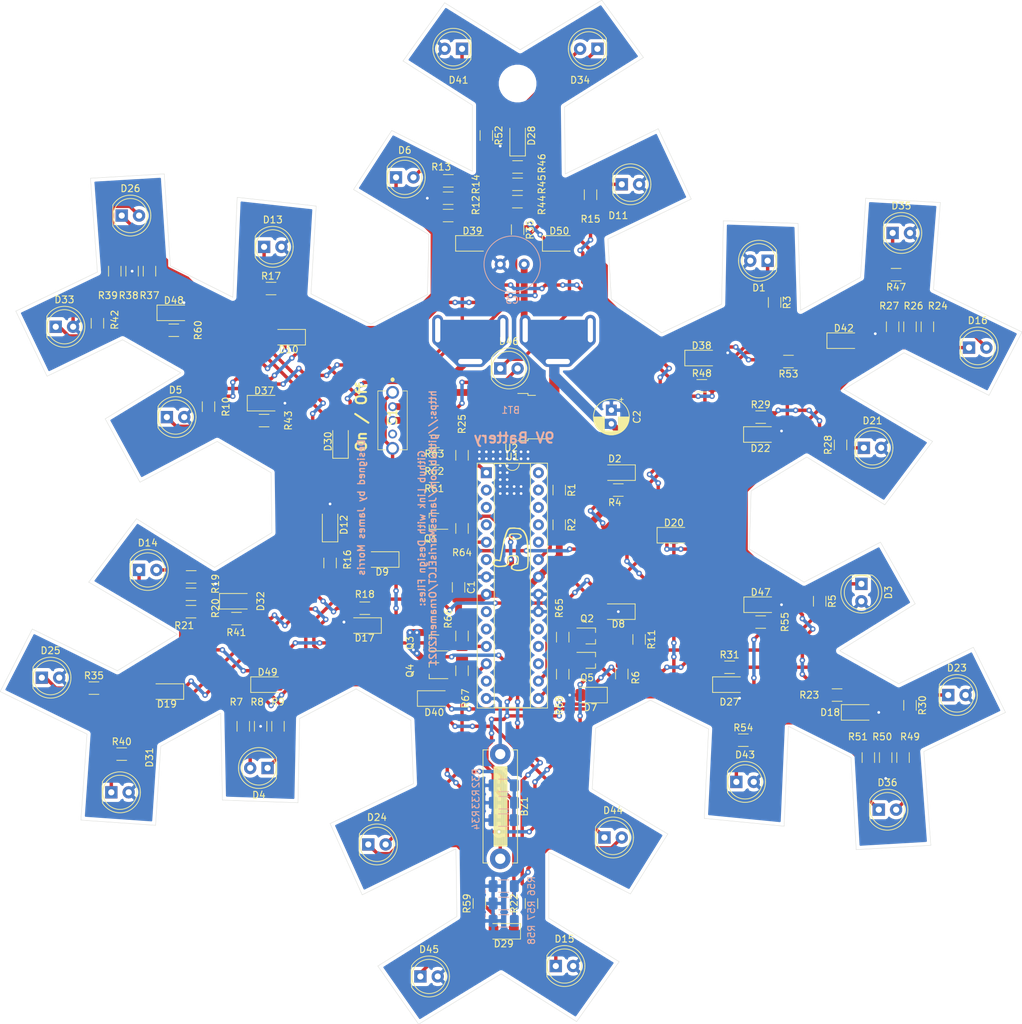
<source format=kicad_pcb>
(kicad_pcb (version 20171130) (host pcbnew "(5.1.9)-1")
  (layers (0 F.Cu signal) (31 B.Cu signal) (34 B.Paste user hide) (35 F.Paste user hide) (36 B.SilkS user) (37 F.SilkS user) (38 B.Mask user hide) (39 F.Mask user hide) (44 Edge.Cuts user))
  (net 0 "")
  (net 1 GND)
  (net 2 "Net-(BT1-Pad1)")
  (net 3 "/Power + Other/Buzzer")
  (net 4 +5V)
  (net 5 "Net-(D1-Pad1)")
  (net 6 "Net-(D2-Pad1)")
  (net 7 "Net-(D3-Pad1)")
  (net 8 "Net-(D4-Pad1)")
  (net 9 "Net-(D5-Pad1)")
  (net 10 "Net-(D10-Pad2)")
  (net 11 "Net-(D7-Pad1)")
  (net 12 "Net-(D8-Pad1)")
  (net 13 "Net-(D10-Pad1)")
  (net 14 "Net-(D11-Pad1)")
  (net 15 "Net-(D12-Pad1)")
  (net 16 "Net-(D13-Pad1)")
  (net 17 "Net-(D14-Pad1)")
  (net 18 "Net-(D15-Pad1)")
  (net 19 "Net-(D16-Pad1)")
  (net 20 "Net-(D17-Pad1)")
  (net 21 "Net-(D18-Pad1)")
  (net 22 "Net-(D19-Pad1)")
  (net 23 "Net-(D21-Pad1)")
  (net 24 "Net-(D22-Pad1)")
  (net 25 "Net-(D23-Pad1)")
  (net 26 "Net-(D24-Pad1)")
  (net 27 "Net-(D25-Pad1)")
  (net 28 "Net-(D26-Pad1)")
  (net 29 "Net-(D27-Pad1)")
  (net 30 "Net-(D28-Pad1)")
  (net 31 "Net-(D29-Pad1)")
  (net 32 "Net-(D31-Pad1)")
  (net 33 "Net-(D32-Pad1)")
  (net 34 "Net-(D33-Pad1)")
  (net 35 "Net-(D34-Pad1)")
  (net 36 "Net-(D35-Pad1)")
  (net 37 "Net-(D36-Pad1)")
  (net 38 "Net-(D37-Pad1)")
  (net 39 "Net-(D38-Pad1)")
  (net 40 "Net-(D39-Pad1)")
  (net 41 "Net-(D41-Pad1)")
  (net 42 "Net-(D42-Pad1)")
  (net 43 "Net-(D43-Pad1)")
  (net 44 "Net-(D44-Pad1)")
  (net 45 "Net-(D45-Pad1)")
  (net 46 "Net-(D46-Pad1)")
  (net 47 "Net-(D47-Pad1)")
  (net 48 "Net-(D48-Pad1)")
  (net 49 "Net-(D49-Pad1)")
  (net 50 "/LED Schematic/Branch1On")
  (net 51 "/LED Schematic/Branch5On")
  (net 52 "/LED Schematic/Branch2On")
  (net 53 "/LED Schematic/Branch3On")
  (net 54 "/LED Schematic/Branch4On")
  (net 55 "Net-(R1-Pad2)")
  (net 56 "Net-(R25-Pad2)")
  (net 57 "Net-(S1-Pad3)")
  (net 58 +9V)
  (net 59 "Net-(U1-Pad28)")
  (net 60 "Net-(U1-Pad27)")
  (net 61 "Net-(U1-Pad13)")
  (net 62 "Net-(U1-Pad26)")
  (net 63 "Net-(U1-Pad25)")
  (net 64 "Net-(U1-Pad24)")
  (net 65 "Net-(U1-Pad10)")
  (net 66 "Net-(U1-Pad9)")
  (net 67 "Net-(U1-Pad6)")
  (net 68 "Net-(U1-Pad19)")
  (net 69 "Net-(U1-Pad18)")
  (net 70 "Net-(U1-Pad4)")
  (net 71 "/LED Schematic/Branch6On")
  (net 72 "Net-(U1-Pad3)")
  (net 73 "Net-(U1-Pad2)")
  (net 74 "Net-(D4-Pad2)")
  (net 75 "Net-(D6-Pad2)")
  (net 76 "Net-(D14-Pad2)")
  (net 77 "Net-(D16-Pad2)")
  (net 78 "Net-(D24-Pad2)")
  (net 79 "Net-(D26-Pad2)")
  (net 80 "Net-(D34-Pad2)")
  (net 81 "Net-(D36-Pad2)")
  (net 82 "Net-(D44-Pad2)")
  (net 83 "Net-(D46-Pad2)")
  (module Ornament:Github (layer B.Cu) (at 172.212 109.728 90)
    (fp_text reference G*** hide)
    (fp_text value LOGO hide)
    (fp_poly (pts (xy 0.207868 4.22098) (xy 0.391554 4.212632) (xy 0.560396 4.197541) (xy 0.723734 4.174744) (xy 0.890907 4.143278) (xy 0.990008 4.121436) (xy 1.348566 4.021673) (xy 1.697027 3.890412) (xy 2.033205 3.729083) (xy 2.354911 3.539117) (xy 2.65996 3.321946) (xy 2.946163 3.079001) (xy 3.211333 2.811714) (xy 3.453282 2.521515) (xy 3.47109 2.49799) (xy 3.670111 2.208135) (xy 3.847279 1.89875) (xy 3.999669 1.576016) (xy 4.124356 1.246115) (xy 4.216601 0.922867) (xy 4.253757 0.756134) (xy 4.282064 0.601474) (xy 4.302779 0.448709) (xy 4.31716 0.287663) (xy 4.326465 0.108158) (xy 4.329603 0.008467) (xy 4.329568 -0.296503) (xy 4.31205 -0.581011) (xy 4.275922 -0.85425) (xy 4.220056 -1.125414) (xy 4.165398 -1.329961) (xy 4.04625 -1.679126) (xy 3.896037 -2.017792) (xy 3.716597 -2.343489) (xy 3.509764 -2.65375) (xy 3.277375 -2.946106) (xy 3.021267 -3.218089) (xy 2.743274 -3.467232) (xy 2.445234 -3.691066) (xy 2.372938 -3.73943) (xy 2.258103 -3.810879) (xy 2.131849 -3.883123) (xy 1.998881 -3.954012) (xy 1.863901 -4.021396) (xy 1.731614 -4.083125) (xy 1.606723 -4.137049) (xy 1.493933 -4.181019) (xy 1.397947 -4.212885) (xy 1.323469 -4.230496) (xy 1.292263 -4.233333) (xy 1.210929 -4.218295) (xy 1.143359 -4.176217) (xy 1.105186 -4.127213) (xy 1.098072 -4.111663) (xy 1.092073 -4.091229) (xy 1.087047 -4.06285) (xy 1.082848 -4.023469) (xy 1.079332 -3.970024) (xy 1.076355 -3.899457) (xy 1.073772 -3.808708) (xy 1.071438 -3.694718) (xy 1.069209 -3.554426) (xy 1.06694 -3.384773) (xy 1.065813 -3.293533) (xy 1.063438 -3.107429) (xy 1.06113 -2.951977) (xy 1.05874 -2.823966) (xy 1.056123 -2.720181) (xy 1.05313 -2.63741) (xy 1.049615 -2.57244) (xy 1.045429 -2.522058) (xy 1.040426 -2.483051) (xy 1.034458 -2.452205) (xy 1.027378 -2.426308) (xy 1.025825 -2.421466) (xy 0.962412 -2.265274) (xy 0.883705 -2.137793) (xy 0.843451 -2.089739) (xy 0.808988 -2.050613) (xy 0.788238 -2.023578) (xy 0.785355 -2.015067) (xy 0.805612 -2.012734) (xy 0.85181 -2.006435) (xy 0.916395 -1.997222) (xy 0.969545 -1.989446) (xy 1.256686 -1.9347) (xy 1.519157 -1.859094) (xy 1.756424 -1.762953) (xy 1.967953 -1.646605) (xy 2.153209 -1.510374) (xy 2.311657 -1.354587) (xy 2.442763 -1.179569) (xy 2.518186 -1.045377) (xy 2.614954 -0.813914) (xy 2.686667 -0.56215) (xy 2.733589 -0.288947) (xy 2.754774 -0.0254) (xy 2.754803 0.21512) (xy 2.732626 0.43387) (xy 2.686655 0.635949) (xy 2.615301 0.826453) (xy 2.516977 1.010482) (xy 2.390094 1.193132) (xy 2.36537 1.224664) (xy 2.317739 1.284452) (xy 2.354199 1.399993) (xy 2.378428 1.503286) (xy 2.394649 1.627692) (xy 2.402181 1.76126) (xy 2.400342 1.892039) (xy 2.388742 2.006293) (xy 2.373248 2.085404) (xy 2.351002 2.17851) (xy 2.326362 2.267614) (xy 2.322016 2.281818) (xy 2.275843 2.429934) (xy 2.124288 2.428615) (xy 2.058112 2.42709) (xy 2.004271 2.42235) (xy 1.953224 2.412179) (xy 1.895431 2.394358) (xy 1.821351 2.36667) (xy 1.769533 2.346163) (xy 1.644573 2.292741) (xy 1.511979 2.22997) (xy 1.381442 2.162849) (xy 1.262652 2.096381) (xy 1.165297 2.035563) (xy 1.157932 2.030548) (xy 1.088197 1.982644) (xy 0.954732 2.0145) (xy 0.588548 2.084654) (xy 0.219477 2.121305) (xy -0.150613 2.12445) (xy -0.519853 2.094091) (xy -0.886374 2.030226) (xy -0.953532 2.014786) (xy -1.085796 1.983218) (xy -1.205327 2.060542) (xy -1.294855 2.113978) (xy -1.406461 2.173835) (xy -1.530257 2.235357) (xy -1.656352 2.293787) (xy -1.774857 2.344369) (xy -1.871133 2.380731) (xy -1.976574 2.411226) (xy -2.07554 2.425841) (xy -2.142067 2.428556) (xy -2.277534 2.429934) (xy -2.314302 2.319867) (xy -2.363472 2.138685) (xy -2.393377 1.951655) (xy -2.403681 1.766503) (xy -2.394046 1.590955) (xy -2.364135 1.432737) (xy -2.354474 1.399993) (xy -2.31774 1.284452) (xy -2.36537 1.224664) (xy -2.497522 1.0414) (xy -2.600748 0.857625) (xy -2.676631 0.668254) (xy -2.726753 0.468204) (xy -2.752697 0.252392) (xy -2.756045 0.015733) (xy -2.754547 -0.0254) (xy -2.730281 -0.31029) (xy -2.683054 -0.574087) (xy -2.61328 -0.815823) (xy -2.521376 -1.03453) (xy -2.407755 -1.229239) (xy -2.272835 -1.398982) (xy -2.117028 -1.542788) (xy -2.097493 -1.557845) (xy -1.902736 -1.68577) (xy -1.682693 -1.795229) (xy -1.441421 -1.884662) (xy -1.18298 -1.952509) (xy -0.976561 -1.988817) (xy -0.905354 -1.999404) (xy -0.847705 -2.009153) (xy -0.8112 -2.016716) (xy -0.802439 -2.019783) (xy -0.808124 -2.035747) (xy -0.830802 -2.069021) (xy -0.855916 -2.10067) (xy -0.937404 -2.218418) (xy -0.999708 -2.355542) (xy -1.034201 -2.468756) (xy -1.052379 -2.531568) (xy -1.070715 -2.581386) (xy -1.085767 -2.609114) (xy -1.088126 -2.611239) (xy -1.113898 -2.622954) (xy -1.162034 -2.640874) (xy -1.222518 -2.661286) (xy -1.227667 -2.66294) (xy -1.283595 -2.679068) (xy -1.338188 -2.689991) (xy -1.400206 -2.696642) (xy -1.478412 -2.699956) (xy -1.581567 -2.700866) (xy -1.583267 -2.700866) (xy -1.677754 -2.700603) (xy -1.745934 -2.699016) (xy -1.795367 -2.694916) (xy -1.833614 -2.687111) (xy -1.868235 -2.67441) (xy -1.906788 -2.65562) (xy -1.922609 -2.647385) (xy -2.053251 -2.563289) (xy -2.171666 -2.452991) (xy -2.281437 -2.313066) (xy -2.2973 -2.289429) (xy -2.37565 -2.176433) (xy -2.446898 -2.088031) (xy -2.5172 -2.017658) (xy -2.592714 -1.958744) (xy -2.630713 -1.933797) (xy -2.733797 -1.874544) (xy -2.824341 -1.835364) (xy -2.913352 -1.811983) (xy -2.963637 -1.804541) (xy -3.053331 -1.801441) (xy -3.12274 -1.814181) (xy -3.166996 -1.84172) (xy -3.172651 -1.849305) (xy -3.174702 -1.882608) (xy -3.150508 -1.927895) (xy -3.103526 -1.980879) (xy -3.037211 -2.037269) (xy -2.99937 -2.064393) (xy -2.88394 -2.15652) (xy -2.77881 -2.270253) (xy -2.681514 -2.408947) (xy -2.589589 -2.575956) (xy -2.531732 -2.700866) (xy -2.490448 -2.788151) (xy -2.448718 -2.856595) (xy -2.397241 -2.920048) (xy -2.354489 -2.964835) (xy -2.257772 -3.050405) (xy -2.153583 -3.117841) (xy -2.037639 -3.168365) (xy -1.905658 -3.203199) (xy -1.753356 -3.223563) (xy -1.576451 -3.23068) (xy -1.430867 -3.228267) (xy -1.335297 -3.224697) (xy -1.248946 -3.221081) (xy -1.178717 -3.217737) (xy -1.131515 -3.214984) (xy -1.1176 -3.213806) (xy -1.075267 -3.208866) (xy -1.070738 -3.627803) (xy -1.069607 -3.773332) (xy -1.07019 -3.889065) (xy -1.073203 -3.979054) (xy -1.079361 -4.047357) (xy -1.089381 -4.098028) (xy -1.103979 -4.135121) (xy -1.123871 -4.162691) (xy -1.149772 -4.184794) (xy -1.171615 -4.199032) (xy -1.221373 -4.22166) (xy -1.277404 -4.229998) (xy -1.345336 -4.223442) (xy -1.430799 -4.201384) (xy -1.539421 -4.16322) (xy -1.5532 -4.157945) (xy -1.902521 -4.005837) (xy -2.234636 -3.825674) (xy -2.547616 -3.618723) (xy -2.839531 -3.386253) (xy -3.091154 -3.147503) (xy -3.353312 -2.853892) (xy -3.58551 -2.545638) (xy -3.787341 -2.223503) (xy -3.958393 -1.888247) (xy -4.098259 -1.540631) (xy -4.206529 -1.181416) (xy -4.249619 -0.993166) (xy -4.288126 -0.779376) (xy -4.314078 -0.570619) (xy -4.32834 -0.356177) (xy -4.331776 -0.125332) (xy -4.329694 0) (xy -4.322515 0.194919) (xy -4.310952 0.365749) (xy -4.29386 0.522109) (xy -4.270098 0.67362) (xy -4.238521 0.829905) (xy -4.223081 0.897467) (xy -4.120932 1.25923) (xy -3.988321 1.608149) (xy -3.826742 1.94259) (xy -3.637689 2.260919) (xy -3.422658 2.561503) (xy -3.183144 2.842708) (xy -2.920641 3.102899) (xy -2.636644 3.340443) (xy -2.332647 3.553706) (xy -2.010147 3.741054) (xy -1.670637 3.900853) (xy -1.372999 4.012733) (xy -1.13286 4.086218) (xy -0.900368 4.142525) (xy -0.666857 4.182982) (xy -0.423661 4.208921) (xy -0.162117 4.221671) (xy 0 4.223549) (xy 0.207868 4.22098)) (layer F.Cu) (width 0.01))
  )
  (module Ornament:Amogus (layer F.Cu) (at 143.256 103.632)
    (fp_text reference G*** hide)
    (fp_text value LOGO hide)
  )
  (module Package_TO_SOT_SMD:SOT-323_SC-70_Handsoldering (layer F.Cu) (at 132.08 117.348 180)
    (fp_text reference Q3 (at 3.556 0 90) (layer F.SilkS))
    (fp_text value NX6008NBKWX)
    (pad 1 smd rect (at -1.33 -0.65 90) (size 0.45 1.5) (layers F.Cu F.Paste F.Mask) (net 52 "/LED Schematic/Branch2On"))
    (pad 2 smd rect (at -1.33 0.65 90) (size 0.45 1.5) (layers F.Cu F.Paste F.Mask) (net 1 GND))
    (pad 3 smd rect (at 1.33 0 90) (size 0.45 1.5) (layers F.Cu F.Paste F.Mask) (net 31 "Net-(D29-Pad1)"))
  )
  (module MountingHole:MountingHole_4.5mm (layer F.Cu) (at 144.272 35.56)
    (fp_text reference REF** (at 0 0) (layer F.SilkS))
    (fp_text value MountingHole_4.5mm)
    (pad 1 np_thru_hole circle (at 0 0) (size 4.5 4.5) (drill 4.5) (layers *.Cu *.Mask))
  )
  (module Resistor_SMD:R_1206_3216Metric_Pad1.30x1.75mm_HandSolder (layer F.Cu) (at 144.272 50.292)
    (fp_text reference R45 (at 3.556 0 270) (layer F.SilkS))
    (fp_text value 90)
    (pad 2 smd roundrect (at 1.55 0) (size 1.3 1.75) (layers F.Cu F.Paste F.Mask) (roundrect_rratio 0.1923076923076923) (net 80 "Net-(D34-Pad2)"))
    (pad 1 smd roundrect (at -1.55 0) (size 1.3 1.75) (layers F.Cu F.Paste F.Mask) (roundrect_rratio 0.1923076923076923) (net 4 +5V))
  )
  (module Battery:Battery_9V_Connections_Seperate (layer B.Cu) (at 144.78 78.232)
    (fp_text reference BT1 (at -1.524 5.08) (layer B.SilkS) (effects (justify mirror)))
    (fp_text value Battery_Cell)
    (fp_poly (pts (xy 7.42 -1.58) (xy 10.71 -4.66) (xy 10.25 -8.08) (xy 0.14 -8.08) (xy 0.21 -4.52) (xy 3.45 -1.44)) (layer B.Cu) (width 0.1))
    (fp_poly (pts (xy -5.38 -1.58) (xy -2.09 -4.66) (xy -2.55 -8.08) (xy -12.66 -8.08) (xy -12.59 -4.52) (xy -9.35 -1.44)) (layer B.Cu) (width 0.1))
    (pad 2 thru_hole oval (at 0.608 -6.604) (size 1.6 4.5) (drill oval 0.76 3.55) (layers *.Cu *.Mask) (net 1 GND))
    (pad 2 thru_hole oval (at 5.373 -2.029 270) (size 1.6 4.5) (drill oval 0.76 3.55) (layers *.Cu *.Mask) (net 1 GND))
    (pad 2 thru_hole oval (at 10.138 -6.604) (size 1.6 4.5) (drill oval 0.76 3.55) (layers *.Cu *.Mask) (net 1 GND))
    (pad 1 thru_hole oval (at -7.427 -2.029 270) (size 1.6 4.5) (drill oval 0.76 3.55) (layers *.Cu *.Mask) (net 2 "Net-(BT1-Pad1)"))
    (pad 1 thru_hole oval (at -2.662 -6.604) (size 1.6 4.5) (drill oval 0.76 3.55) (layers *.Cu *.Mask) (net 2 "Net-(BT1-Pad1)"))
    (pad 1 thru_hole oval (at -12.192 -6.604) (size 1.6 4.5) (drill oval 0.76 3.55) (layers *.Cu *.Mask) (net 2 "Net-(BT1-Pad1)"))
  )
  (module Capacitor_THT:C_Radial_D8.0mm_H11.5mm_P3.50mm (layer B.Cu) (at 141.732 61.976)
    (fp_text reference C3 (at 1.75 5.25) (layer B.SilkS) (effects (justify mirror)))
    (fp_text value 1m)
    (pad 2 thru_hole circle (at 3.5 0) (size 1.6 1.6) (drill 0.8) (layers *.Cu *.Mask) (net 1 GND))
    (pad 1 thru_hole circle (at 0 0) (size 1.6 1.6) (drill 0.8) (layers *.Cu *.Mask) (net 4 +5V))
  )
  (module Resistor_SMD:R_1206_3216Metric_Pad1.30x1.75mm_HandSolder (layer F.Cu) (at 150.876 121.92 270)
    (fp_text reference R68 (at 4.572 0.508 90) (layer F.SilkS))
    (fp_text value 9.1k)
    (pad 2 smd roundrect (at 1.55 0 270) (size 1.3 1.75) (layers F.Cu F.Paste F.Mask) (roundrect_rratio 0.1923076923076923) (net 1 GND))
    (pad 1 smd roundrect (at -1.55 0 270) (size 1.3 1.75) (layers F.Cu F.Paste F.Mask) (roundrect_rratio 0.1923076923076923) (net 54 "/LED Schematic/Branch4On"))
  )
  (module Resistor_SMD:R_1206_3216Metric_Pad1.30x1.75mm_HandSolder (layer F.Cu) (at 136.144 121.412 90)
    (fp_text reference R67 (at -4.064 0.508 90) (layer F.SilkS))
    (fp_text value 9.1k)
    (pad 2 smd roundrect (at 1.55 0 90) (size 1.3 1.75) (layers F.Cu F.Paste F.Mask) (roundrect_rratio 0.1923076923076923) (net 1 GND))
    (pad 1 smd roundrect (at -1.55 0 90) (size 1.3 1.75) (layers F.Cu F.Paste F.Mask) (roundrect_rratio 0.1923076923076923) (net 53 "/LED Schematic/Branch3On"))
  )
  (module Resistor_SMD:R_1206_3216Metric_Pad1.30x1.75mm_HandSolder (layer F.Cu) (at 136.144 116.332 90)
    (fp_text reference R66 (at 2.54 -2.032 90) (layer F.SilkS))
    (fp_text value 9.1k)
    (pad 2 smd roundrect (at 1.55 0 90) (size 1.3 1.75) (layers F.Cu F.Paste F.Mask) (roundrect_rratio 0.1923076923076923) (net 1 GND))
    (pad 1 smd roundrect (at -1.55 0 90) (size 1.3 1.75) (layers F.Cu F.Paste F.Mask) (roundrect_rratio 0.1923076923076923) (net 52 "/LED Schematic/Branch2On"))
  )
  (module Resistor_SMD:R_1206_3216Metric_Pad1.30x1.75mm_HandSolder (layer F.Cu) (at 150.876 116.508 270)
    (fp_text reference R65 (at -4.24 0.508 90) (layer F.SilkS))
    (fp_text value 9.1k)
    (pad 2 smd roundrect (at 1.55 0 270) (size 1.3 1.75) (layers F.Cu F.Paste F.Mask) (roundrect_rratio 0.1923076923076923) (net 1 GND))
    (pad 1 smd roundrect (at -1.55 0 270) (size 1.3 1.75) (layers F.Cu F.Paste F.Mask) (roundrect_rratio 0.1923076923076923) (net 51 "/LED Schematic/Branch5On"))
  )
  (module Resistor_SMD:R_1206_3216Metric_Pad1.30x1.75mm_HandSolder (layer F.Cu) (at 136.144 100.61 90)
    (fp_text reference R64 (at -3.53 0 180) (layer F.SilkS))
    (fp_text value 9.1k)
    (pad 2 smd roundrect (at 1.55 0 90) (size 1.3 1.75) (layers F.Cu F.Paste F.Mask) (roundrect_rratio 0.1923076923076923) (net 1 GND))
    (pad 1 smd roundrect (at -1.55 0 90) (size 1.3 1.75) (layers F.Cu F.Paste F.Mask) (roundrect_rratio 0.1923076923076923) (net 50 "/LED Schematic/Branch1On"))
  )
  (module Package_TO_SOT_SMD:TO-252-2 (layer F.Cu) (at 143.324 84.328 180)
    (fp_text reference U2 (at 0 -4.5) (layer F.SilkS))
    (fp_text value NCP1117)
    (pad 2 smd rect (at 2.1 0 180) (size 6.4 5.8) (layers F.Cu F.Mask) (net 4 +5V))
    (pad 3 smd rect (at -4.2 2.28 180) (size 2.2 1.2) (layers F.Cu F.Paste F.Mask) (net 58 +9V))
    (pad 1 smd rect (at -4.2 -2.28 180) (size 2.2 1.2) (layers F.Cu F.Paste F.Mask) (net 1 GND))
  )
  (module Package_DIP:DIP-28_W7.62mm_Socket (layer F.Cu) (at 139.7 92.456)
    (fp_text reference U1 (at 3.81 -2.33) (layer F.SilkS))
    (fp_text value ATmega328P-PU)
    (pad 28 thru_hole oval (at 7.62 0) (size 1.6 1.6) (drill 0.8) (layers *.Cu *.Mask) (net 59 "Net-(U1-Pad28)"))
    (pad 14 thru_hole oval (at 0 33.02) (size 1.6 1.6) (drill 0.8) (layers *.Cu *.Mask) (net 3 "/Power + Other/Buzzer"))
    (pad 27 thru_hole oval (at 7.62 2.54) (size 1.6 1.6) (drill 0.8) (layers *.Cu *.Mask) (net 60 "Net-(U1-Pad27)"))
    (pad 13 thru_hole oval (at 0 30.48) (size 1.6 1.6) (drill 0.8) (layers *.Cu *.Mask) (net 61 "Net-(U1-Pad13)"))
    (pad 26 thru_hole oval (at 7.62 5.08) (size 1.6 1.6) (drill 0.8) (layers *.Cu *.Mask) (net 62 "Net-(U1-Pad26)"))
    (pad 12 thru_hole oval (at 0 27.94) (size 1.6 1.6) (drill 0.8) (layers *.Cu *.Mask) (net 53 "/LED Schematic/Branch3On"))
    (pad 25 thru_hole oval (at 7.62 7.62) (size 1.6 1.6) (drill 0.8) (layers *.Cu *.Mask) (net 63 "Net-(U1-Pad25)"))
    (pad 11 thru_hole oval (at 0 25.4) (size 1.6 1.6) (drill 0.8) (layers *.Cu *.Mask) (net 52 "/LED Schematic/Branch2On"))
    (pad 24 thru_hole oval (at 7.62 10.16) (size 1.6 1.6) (drill 0.8) (layers *.Cu *.Mask) (net 64 "Net-(U1-Pad24)"))
    (pad 10 thru_hole oval (at 0 22.86) (size 1.6 1.6) (drill 0.8) (layers *.Cu *.Mask) (net 65 "Net-(U1-Pad10)"))
    (pad 23 thru_hole oval (at 7.62 12.7) (size 1.6 1.6) (drill 0.8) (layers *.Cu *.Mask) (net 55 "Net-(R1-Pad2)"))
    (pad 9 thru_hole oval (at 0 20.32) (size 1.6 1.6) (drill 0.8) (layers *.Cu *.Mask) (net 66 "Net-(U1-Pad9)"))
    (pad 22 thru_hole oval (at 7.62 15.24) (size 1.6 1.6) (drill 0.8) (layers *.Cu *.Mask) (net 1 GND))
    (pad 8 thru_hole oval (at 0 17.78) (size 1.6 1.6) (drill 0.8) (layers *.Cu *.Mask) (net 1 GND))
    (pad 21 thru_hole oval (at 7.62 17.78) (size 1.6 1.6) (drill 0.8) (layers *.Cu *.Mask) (net 4 +5V))
    (pad 7 thru_hole oval (at 0 15.24) (size 1.6 1.6) (drill 0.8) (layers *.Cu *.Mask) (net 4 +5V))
    (pad 20 thru_hole oval (at 7.62 20.32) (size 1.6 1.6) (drill 0.8) (layers *.Cu *.Mask) (net 4 +5V))
    (pad 6 thru_hole oval (at 0 12.7) (size 1.6 1.6) (drill 0.8) (layers *.Cu *.Mask) (net 67 "Net-(U1-Pad6)"))
    (pad 19 thru_hole oval (at 7.62 22.86) (size 1.6 1.6) (drill 0.8) (layers *.Cu *.Mask) (net 68 "Net-(U1-Pad19)"))
    (pad 5 thru_hole oval (at 0 10.16) (size 1.6 1.6) (drill 0.8) (layers *.Cu *.Mask) (net 50 "/LED Schematic/Branch1On"))
    (pad 18 thru_hole oval (at 7.62 25.4) (size 1.6 1.6) (drill 0.8) (layers *.Cu *.Mask) (net 69 "Net-(U1-Pad18)"))
    (pad 4 thru_hole oval (at 0 7.62) (size 1.6 1.6) (drill 0.8) (layers *.Cu *.Mask) (net 70 "Net-(U1-Pad4)"))
    (pad 17 thru_hole oval (at 7.62 27.94) (size 1.6 1.6) (drill 0.8) (layers *.Cu *.Mask) (net 71 "/LED Schematic/Branch6On"))
    (pad 3 thru_hole oval (at 0 5.08) (size 1.6 1.6) (drill 0.8) (layers *.Cu *.Mask) (net 72 "Net-(U1-Pad3)"))
    (pad 16 thru_hole oval (at 7.62 30.48) (size 1.6 1.6) (drill 0.8) (layers *.Cu *.Mask) (net 51 "/LED Schematic/Branch5On"))
    (pad 2 thru_hole oval (at 0 2.54) (size 1.6 1.6) (drill 0.8) (layers *.Cu *.Mask) (net 73 "Net-(U1-Pad2)"))
    (pad 15 thru_hole oval (at 7.62 33.02) (size 1.6 1.6) (drill 0.8) (layers *.Cu *.Mask) (net 54 "/LED Schematic/Branch4On"))
    (pad 1 thru_hole rect (at 0 0) (size 1.6 1.6) (drill 0.8) (layers *.Cu *.Mask) (net 56 "Net-(R25-Pad2)"))
  )
  (module SamacSys_Parts:SS12D07VG4NSGAPA (layer F.Cu) (at 125.984 82.804 270)
    (fp_text reference S1 (at 1.5 0 90) (layer F.SilkS) (effects (font (size 1.27 1.27) (thickness 0.254))))
    (fp_text value SS12D07VG4NSGAPA hide)
    (pad MH2 thru_hole circle (at 6.1 0 270) (size 1.875 1.875) (drill 1.25) (layers *.Cu *.Mask) (net 1 GND))
    (pad MH1 thru_hole circle (at -2.1 0 270) (size 1.875 1.875) (drill 1.25) (layers *.Cu *.Mask) (net 1 GND))
    (pad 3 thru_hole circle (at 4 0 270) (size 1.3 1.3) (drill 0.8) (layers *.Cu *.Mask) (net 57 "Net-(S1-Pad3)"))
    (pad 2 thru_hole circle (at 2 0 270) (size 1.3 1.3) (drill 0.8) (layers *.Cu *.Mask) (net 58 +9V))
    (pad 1 thru_hole circle (at 0 0 270) (size 1.3 1.3) (drill 0.8) (layers *.Cu *.Mask) (net 2 "Net-(BT1-Pad1)"))
  )
  (module Resistor_SMD:R_1206_3216Metric_Pad1.30x1.75mm_HandSolder (layer F.Cu) (at 132.106 87.884 180)
    (fp_text reference R63 (at 0 -1.82) (layer F.SilkS))
    (fp_text value 90)
    (pad 2 smd roundrect (at 1.55 0 180) (size 1.3 1.75) (layers F.Cu F.Paste F.Mask) (roundrect_rratio 0.1923076923076923) (net 83 "Net-(D46-Pad2)"))
    (pad 1 smd roundrect (at -1.55 0 180) (size 1.3 1.75) (layers F.Cu F.Paste F.Mask) (roundrect_rratio 0.1923076923076923) (net 4 +5V))
  )
  (module Resistor_SMD:R_1206_3216Metric_Pad1.30x1.75mm_HandSolder (layer F.Cu) (at 132.08 90.424 180)
    (fp_text reference R62 (at 0 -1.82) (layer F.SilkS))
    (fp_text value 90)
    (pad 2 smd roundrect (at 1.55 0 180) (size 1.3 1.75) (layers F.Cu F.Paste F.Mask) (roundrect_rratio 0.1923076923076923) (net 83 "Net-(D46-Pad2)"))
    (pad 1 smd roundrect (at -1.55 0 180) (size 1.3 1.75) (layers F.Cu F.Paste F.Mask) (roundrect_rratio 0.1923076923076923) (net 4 +5V))
  )
  (module Resistor_SMD:R_1206_3216Metric_Pad1.30x1.75mm_HandSolder (layer F.Cu) (at 132.08 92.964 180)
    (fp_text reference R61 (at 0 -1.82) (layer F.SilkS))
    (fp_text value 90)
    (pad 2 smd roundrect (at 1.55 0 180) (size 1.3 1.75) (layers F.Cu F.Paste F.Mask) (roundrect_rratio 0.1923076923076923) (net 83 "Net-(D46-Pad2)"))
    (pad 1 smd roundrect (at -1.55 0 180) (size 1.3 1.75) (layers F.Cu F.Paste F.Mask) (roundrect_rratio 0.1923076923076923) (net 4 +5V))
  )
  (module Resistor_SMD:R_1206_3216Metric_Pad1.30x1.75mm_HandSolder (layer F.Cu) (at 93.98 71.628)
    (fp_text reference R60 (at 3.556 0 90) (layer F.SilkS))
    (fp_text value 90)
    (pad 2 smd roundrect (at 1.55 0) (size 1.3 1.75) (layers F.Cu F.Paste F.Mask) (roundrect_rratio 0.1923076923076923) (net 49 "Net-(D49-Pad1)"))
    (pad 1 smd roundrect (at -1.55 0) (size 1.3 1.75) (layers F.Cu F.Paste F.Mask) (roundrect_rratio 0.1923076923076923) (net 48 "Net-(D48-Pad1)"))
  )
  (module Resistor_SMD:R_1206_3216Metric_Pad1.30x1.75mm_HandSolder (layer F.Cu) (at 138.684 155.448 90)
    (fp_text reference R59 (at 0 -1.82 90) (layer F.SilkS))
    (fp_text value 90)
    (pad 2 smd roundrect (at 1.55 0 90) (size 1.3 1.75) (layers F.Cu F.Paste F.Mask) (roundrect_rratio 0.1923076923076923) (net 49 "Net-(D49-Pad1)"))
    (pad 1 smd roundrect (at -1.55 0 90) (size 1.3 1.75) (layers F.Cu F.Paste F.Mask) (roundrect_rratio 0.1923076923076923) (net 45 "Net-(D45-Pad1)"))
  )
  (module Resistor_SMD:R_1206_3216Metric_Pad1.30x1.75mm_HandSolder (layer B.Cu) (at 142.24 157.988)
    (fp_text reference R58 (at 4.064 2.032 270) (layer B.SilkS) (effects (justify mirror)))
    (fp_text value 90)
    (pad 2 smd roundrect (at 1.55 0) (size 1.3 1.75) (layers B.Cu B.Paste B.Mask) (roundrect_rratio 0.1923076923076923) (net 82 "Net-(D44-Pad2)"))
    (pad 1 smd roundrect (at -1.55 0) (size 1.3 1.75) (layers B.Cu B.Paste B.Mask) (roundrect_rratio 0.1923076923076923) (net 4 +5V))
  )
  (module Resistor_SMD:R_1206_3216Metric_Pad1.30x1.75mm_HandSolder (layer B.Cu) (at 142.24 155.448)
    (fp_text reference R57 (at 4.064 1.016 270) (layer B.SilkS) (effects (justify mirror)))
    (fp_text value 90)
    (pad 2 smd roundrect (at 1.55 0) (size 1.3 1.75) (layers B.Cu B.Paste B.Mask) (roundrect_rratio 0.1923076923076923) (net 82 "Net-(D44-Pad2)"))
    (pad 1 smd roundrect (at -1.55 0) (size 1.3 1.75) (layers B.Cu B.Paste B.Mask) (roundrect_rratio 0.1923076923076923) (net 4 +5V))
  )
  (module Resistor_SMD:R_1206_3216Metric_Pad1.30x1.75mm_HandSolder (layer B.Cu) (at 142.24 152.908)
    (fp_text reference R56 (at 4.064 0 270) (layer B.SilkS) (effects (justify mirror)))
    (fp_text value 90)
    (pad 2 smd roundrect (at 1.55 0) (size 1.3 1.75) (layers B.Cu B.Paste B.Mask) (roundrect_rratio 0.1923076923076923) (net 82 "Net-(D44-Pad2)"))
    (pad 1 smd roundrect (at -1.55 0) (size 1.3 1.75) (layers B.Cu B.Paste B.Mask) (roundrect_rratio 0.1923076923076923) (net 4 +5V))
  )
  (module Resistor_SMD:R_1206_3216Metric_Pad1.30x1.75mm_HandSolder (layer F.Cu) (at 179.832 114.3)
    (fp_text reference R55 (at 3.556 0 90) (layer F.SilkS))
    (fp_text value 90)
    (pad 2 smd roundrect (at 1.55 0) (size 1.3 1.75) (layers F.Cu F.Paste F.Mask) (roundrect_rratio 0.1923076923076923) (net 49 "Net-(D49-Pad1)"))
    (pad 1 smd roundrect (at -1.55 0) (size 1.3 1.75) (layers F.Cu F.Paste F.Mask) (roundrect_rratio 0.1923076923076923) (net 47 "Net-(D47-Pad1)"))
  )
  (module Resistor_SMD:R_1206_3216Metric_Pad1.30x1.75mm_HandSolder (layer F.Cu) (at 177.292 131.572)
    (fp_text reference R54 (at 0 -1.82) (layer F.SilkS))
    (fp_text value 90)
    (pad 2 smd roundrect (at 1.55 0) (size 1.3 1.75) (layers F.Cu F.Paste F.Mask) (roundrect_rratio 0.1923076923076923) (net 49 "Net-(D49-Pad1)"))
    (pad 1 smd roundrect (at -1.55 0) (size 1.3 1.75) (layers F.Cu F.Paste F.Mask) (roundrect_rratio 0.1923076923076923) (net 43 "Net-(D43-Pad1)"))
  )
  (module Resistor_SMD:R_1206_3216Metric_Pad1.30x1.75mm_HandSolder (layer F.Cu) (at 183.896 76.2 180)
    (fp_text reference R53 (at 0 -1.82) (layer F.SilkS))
    (fp_text value 90)
    (pad 2 smd roundrect (at 1.55 0 180) (size 1.3 1.75) (layers F.Cu F.Paste F.Mask) (roundrect_rratio 0.1923076923076923) (net 49 "Net-(D49-Pad1)"))
    (pad 1 smd roundrect (at -1.55 0 180) (size 1.3 1.75) (layers F.Cu F.Paste F.Mask) (roundrect_rratio 0.1923076923076923) (net 42 "Net-(D42-Pad1)"))
  )
  (module Resistor_SMD:R_1206_3216Metric_Pad1.30x1.75mm_HandSolder (layer F.Cu) (at 139.7 43.154 270)
    (fp_text reference R52 (at 0 -1.82 90) (layer F.SilkS))
    (fp_text value 90)
    (pad 2 smd roundrect (at 1.55 0 270) (size 1.3 1.75) (layers F.Cu F.Paste F.Mask) (roundrect_rratio 0.1923076923076923) (net 49 "Net-(D49-Pad1)"))
    (pad 1 smd roundrect (at -1.55 0 270) (size 1.3 1.75) (layers F.Cu F.Paste F.Mask) (roundrect_rratio 0.1923076923076923) (net 41 "Net-(D41-Pad1)"))
  )
  (module Resistor_SMD:R_1206_3216Metric_Pad1.30x1.75mm_HandSolder (layer F.Cu) (at 195.58 134.112 90)
    (fp_text reference R51 (at 3.048 -1.524 180) (layer F.SilkS))
    (fp_text value 90)
    (pad 2 smd roundrect (at 1.55 0 90) (size 1.3 1.75) (layers F.Cu F.Paste F.Mask) (roundrect_rratio 0.1923076923076923) (net 81 "Net-(D36-Pad2)"))
    (pad 1 smd roundrect (at -1.55 0 90) (size 1.3 1.75) (layers F.Cu F.Paste F.Mask) (roundrect_rratio 0.1923076923076923) (net 4 +5V))
  )
  (module Resistor_SMD:R_1206_3216Metric_Pad1.30x1.75mm_HandSolder (layer F.Cu) (at 198.12 134.112 90)
    (fp_text reference R50 (at 3.048 -0.508 180) (layer F.SilkS))
    (fp_text value 90)
    (pad 2 smd roundrect (at 1.55 0 90) (size 1.3 1.75) (layers F.Cu F.Paste F.Mask) (roundrect_rratio 0.1923076923076923) (net 81 "Net-(D36-Pad2)"))
    (pad 1 smd roundrect (at -1.55 0 90) (size 1.3 1.75) (layers F.Cu F.Paste F.Mask) (roundrect_rratio 0.1923076923076923) (net 4 +5V))
  )
  (module Resistor_SMD:R_1206_3216Metric_Pad1.30x1.75mm_HandSolder (layer F.Cu) (at 200.66 134.112 90)
    (fp_text reference R49 (at 3.048 1.016 180) (layer F.SilkS))
    (fp_text value 90)
    (pad 2 smd roundrect (at 1.55 0 90) (size 1.3 1.75) (layers F.Cu F.Paste F.Mask) (roundrect_rratio 0.1923076923076923) (net 81 "Net-(D36-Pad2)"))
    (pad 1 smd roundrect (at -1.55 0 90) (size 1.3 1.75) (layers F.Cu F.Paste F.Mask) (roundrect_rratio 0.1923076923076923) (net 4 +5V))
  )
  (module Resistor_SMD:R_1206_3216Metric_Pad1.30x1.75mm_HandSolder (layer F.Cu) (at 171.222 79.756)
    (fp_text reference R48 (at 0 -1.82) (layer F.SilkS))
    (fp_text value 90)
    (pad 2 smd roundrect (at 1.55 0) (size 1.3 1.75) (layers F.Cu F.Paste F.Mask) (roundrect_rratio 0.1923076923076923) (net 40 "Net-(D39-Pad1)"))
    (pad 1 smd roundrect (at -1.55 0) (size 1.3 1.75) (layers F.Cu F.Paste F.Mask) (roundrect_rratio 0.1923076923076923) (net 39 "Net-(D38-Pad1)"))
  )
  (module Resistor_SMD:R_1206_3216Metric_Pad1.30x1.75mm_HandSolder (layer F.Cu) (at 199.644 63.5 180)
    (fp_text reference R47 (at 0 -1.82) (layer F.SilkS))
    (fp_text value 90)
    (pad 2 smd roundrect (at 1.55 0 180) (size 1.3 1.75) (layers F.Cu F.Paste F.Mask) (roundrect_rratio 0.1923076923076923) (net 40 "Net-(D39-Pad1)"))
    (pad 1 smd roundrect (at -1.55 0 180) (size 1.3 1.75) (layers F.Cu F.Paste F.Mask) (roundrect_rratio 0.1923076923076923) (net 36 "Net-(D35-Pad1)"))
  )
  (module Resistor_SMD:R_1206_3216Metric_Pad1.30x1.75mm_HandSolder (layer F.Cu) (at 144.272 47.752)
    (fp_text reference R46 (at 3.556 -0.508 90) (layer F.SilkS))
    (fp_text value 90)
    (pad 2 smd roundrect (at 1.55 0) (size 1.3 1.75) (layers F.Cu F.Paste F.Mask) (roundrect_rratio 0.1923076923076923) (net 80 "Net-(D34-Pad2)"))
    (pad 1 smd roundrect (at -1.55 0) (size 1.3 1.75) (layers F.Cu F.Paste F.Mask) (roundrect_rratio 0.1923076923076923) (net 4 +5V))
  )
  (module Resistor_SMD:R_1206_3216Metric_Pad1.30x1.75mm_HandSolder (layer F.Cu) (at 144.246 52.832)
    (fp_text reference R44 (at 3.582 0.508 90) (layer F.SilkS))
    (fp_text value 90)
    (pad 2 smd roundrect (at 1.55 0) (size 1.3 1.75) (layers F.Cu F.Paste F.Mask) (roundrect_rratio 0.1923076923076923) (net 80 "Net-(D34-Pad2)"))
    (pad 1 smd roundrect (at -1.55 0) (size 1.3 1.75) (layers F.Cu F.Paste F.Mask) (roundrect_rratio 0.1923076923076923) (net 4 +5V))
  )
  (module Resistor_SMD:R_1206_3216Metric_Pad1.30x1.75mm_HandSolder (layer F.Cu) (at 107.188 84.836)
    (fp_text reference R43 (at 3.556 0 90) (layer F.SilkS))
    (fp_text value 90)
    (pad 2 smd roundrect (at 1.55 0) (size 1.3 1.75) (layers F.Cu F.Paste F.Mask) (roundrect_rratio 0.1923076923076923) (net 40 "Net-(D39-Pad1)"))
    (pad 1 smd roundrect (at -1.55 0) (size 1.3 1.75) (layers F.Cu F.Paste F.Mask) (roundrect_rratio 0.1923076923076923) (net 38 "Net-(D37-Pad1)"))
  )
  (module Resistor_SMD:R_1206_3216Metric_Pad1.30x1.75mm_HandSolder (layer F.Cu) (at 82.804 70.612 90)
    (fp_text reference R42 (at 0.508 2.54 90) (layer F.SilkS))
    (fp_text value 90)
    (pad 2 smd roundrect (at 1.55 0 90) (size 1.3 1.75) (layers F.Cu F.Paste F.Mask) (roundrect_rratio 0.1923076923076923) (net 40 "Net-(D39-Pad1)"))
    (pad 1 smd roundrect (at -1.55 0 90) (size 1.3 1.75) (layers F.Cu F.Paste F.Mask) (roundrect_rratio 0.1923076923076923) (net 34 "Net-(D33-Pad1)"))
  )
  (module Resistor_SMD:R_1206_3216Metric_Pad1.30x1.75mm_HandSolder (layer F.Cu) (at 103.15 113.792)
    (fp_text reference R41 (at -0.026 2.032) (layer F.SilkS))
    (fp_text value 90)
    (pad 2 smd roundrect (at 1.55 0) (size 1.3 1.75) (layers F.Cu F.Paste F.Mask) (roundrect_rratio 0.1923076923076923) (net 40 "Net-(D39-Pad1)"))
    (pad 1 smd roundrect (at -1.55 0) (size 1.3 1.75) (layers F.Cu F.Paste F.Mask) (roundrect_rratio 0.1923076923076923) (net 33 "Net-(D32-Pad1)"))
  )
  (module Resistor_SMD:R_1206_3216Metric_Pad1.30x1.75mm_HandSolder (layer F.Cu) (at 86.36 133.604)
    (fp_text reference R40 (at 0 -1.82) (layer F.SilkS))
    (fp_text value 90)
    (pad 2 smd roundrect (at 1.55 0) (size 1.3 1.75) (layers F.Cu F.Paste F.Mask) (roundrect_rratio 0.1923076923076923) (net 40 "Net-(D39-Pad1)"))
    (pad 1 smd roundrect (at -1.55 0) (size 1.3 1.75) (layers F.Cu F.Paste F.Mask) (roundrect_rratio 0.1923076923076923) (net 32 "Net-(D31-Pad1)"))
  )
  (module Resistor_SMD:R_1206_3216Metric_Pad1.30x1.75mm_HandSolder (layer F.Cu) (at 85.344 62.992 90)
    (fp_text reference R39 (at -3.556 -1.016 180) (layer F.SilkS))
    (fp_text value 90)
    (pad 2 smd roundrect (at 1.55 0 90) (size 1.3 1.75) (layers F.Cu F.Paste F.Mask) (roundrect_rratio 0.1923076923076923) (net 79 "Net-(D26-Pad2)"))
    (pad 1 smd roundrect (at -1.55 0 90) (size 1.3 1.75) (layers F.Cu F.Paste F.Mask) (roundrect_rratio 0.1923076923076923) (net 4 +5V))
  )
  (module Resistor_SMD:R_1206_3216Metric_Pad1.30x1.75mm_HandSolder (layer F.Cu) (at 87.884 62.992 90)
    (fp_text reference R38 (at -3.556 -0.508 180) (layer F.SilkS))
    (fp_text value 90)
    (pad 2 smd roundrect (at 1.55 0 90) (size 1.3 1.75) (layers F.Cu F.Paste F.Mask) (roundrect_rratio 0.1923076923076923) (net 79 "Net-(D26-Pad2)"))
    (pad 1 smd roundrect (at -1.55 0 90) (size 1.3 1.75) (layers F.Cu F.Paste F.Mask) (roundrect_rratio 0.1923076923076923) (net 4 +5V))
  )
  (module Resistor_SMD:R_1206_3216Metric_Pad1.30x1.75mm_HandSolder (layer F.Cu) (at 90.424 62.992 90)
    (fp_text reference R37 (at -3.556 0 180) (layer F.SilkS))
    (fp_text value 90)
    (pad 2 smd roundrect (at 1.55 0 90) (size 1.3 1.75) (layers F.Cu F.Paste F.Mask) (roundrect_rratio 0.1923076923076923) (net 79 "Net-(D26-Pad2)"))
    (pad 1 smd roundrect (at -1.55 0 90) (size 1.3 1.75) (layers F.Cu F.Paste F.Mask) (roundrect_rratio 0.1923076923076923) (net 4 +5V))
  )
  (module Resistor_SMD:R_1206_3216Metric_Pad1.30x1.75mm_HandSolder (layer F.Cu) (at 144.272 56.922 270)
    (fp_text reference R36 (at 0 -1.82 90) (layer F.SilkS))
    (fp_text value 90)
    (pad 2 smd roundrect (at 1.55 0 270) (size 1.3 1.75) (layers F.Cu F.Paste F.Mask) (roundrect_rratio 0.1923076923076923) (net 31 "Net-(D29-Pad1)"))
    (pad 1 smd roundrect (at -1.55 0 270) (size 1.3 1.75) (layers F.Cu F.Paste F.Mask) (roundrect_rratio 0.1923076923076923) (net 30 "Net-(D28-Pad1)"))
  )
  (module Resistor_SMD:R_1206_3216Metric_Pad1.30x1.75mm_HandSolder (layer F.Cu) (at 82.296 123.952)
    (fp_text reference R35 (at 0 -1.82) (layer F.SilkS))
    (fp_text value 90)
    (pad 2 smd roundrect (at 1.55 0) (size 1.3 1.75) (layers F.Cu F.Paste F.Mask) (roundrect_rratio 0.1923076923076923) (net 31 "Net-(D29-Pad1)"))
    (pad 1 smd roundrect (at -1.55 0) (size 1.3 1.75) (layers F.Cu F.Paste F.Mask) (roundrect_rratio 0.1923076923076923) (net 27 "Net-(D25-Pad1)"))
  )
  (module Resistor_SMD:R_1206_3216Metric_Pad1.30x1.75mm_HandSolder (layer B.Cu) (at 142.214 143.256)
    (fp_text reference R34 (at -4.038 0 270) (layer B.SilkS) (effects (justify mirror)))
    (fp_text value 90)
    (pad 2 smd roundrect (at 1.55 0) (size 1.3 1.75) (layers B.Cu B.Paste B.Mask) (roundrect_rratio 0.1923076923076923) (net 78 "Net-(D24-Pad2)"))
    (pad 1 smd roundrect (at -1.55 0) (size 1.3 1.75) (layers B.Cu B.Paste B.Mask) (roundrect_rratio 0.1923076923076923) (net 4 +5V))
  )
  (module Resistor_SMD:R_1206_3216Metric_Pad1.30x1.75mm_HandSolder (layer B.Cu) (at 142.266 140.716)
    (fp_text reference R33 (at -4.09 -0.508 270) (layer B.SilkS) (effects (justify mirror)))
    (fp_text value 90)
    (pad 2 smd roundrect (at 1.55 0) (size 1.3 1.75) (layers B.Cu B.Paste B.Mask) (roundrect_rratio 0.1923076923076923) (net 78 "Net-(D24-Pad2)"))
    (pad 1 smd roundrect (at -1.55 0) (size 1.3 1.75) (layers B.Cu B.Paste B.Mask) (roundrect_rratio 0.1923076923076923) (net 4 +5V))
  )
  (module Resistor_SMD:R_1206_3216Metric_Pad1.30x1.75mm_HandSolder (layer B.Cu) (at 142.24 138.176)
    (fp_text reference R32 (at -4.064 -1.016 270) (layer B.SilkS) (effects (justify mirror)))
    (fp_text value 90)
    (pad 2 smd roundrect (at 1.55 0) (size 1.3 1.75) (layers B.Cu B.Paste B.Mask) (roundrect_rratio 0.1923076923076923) (net 78 "Net-(D24-Pad2)"))
    (pad 1 smd roundrect (at -1.55 0) (size 1.3 1.75) (layers B.Cu B.Paste B.Mask) (roundrect_rratio 0.1923076923076923) (net 4 +5V))
  )
  (module Resistor_SMD:R_1206_3216Metric_Pad1.30x1.75mm_HandSolder (layer F.Cu) (at 175.286 120.904)
    (fp_text reference R31 (at 0 -1.82) (layer F.SilkS))
    (fp_text value 90)
    (pad 2 smd roundrect (at 1.55 0) (size 1.3 1.75) (layers F.Cu F.Paste F.Mask) (roundrect_rratio 0.1923076923076923) (net 31 "Net-(D29-Pad1)"))
    (pad 1 smd roundrect (at -1.55 0) (size 1.3 1.75) (layers F.Cu F.Paste F.Mask) (roundrect_rratio 0.1923076923076923) (net 29 "Net-(D27-Pad1)"))
  )
  (module Resistor_SMD:R_1206_3216Metric_Pad1.30x1.75mm_HandSolder (layer F.Cu) (at 201.676 126.466 270)
    (fp_text reference R30 (at 0 -1.82 90) (layer F.SilkS))
    (fp_text value 90)
    (pad 2 smd roundrect (at 1.55 0 270) (size 1.3 1.75) (layers F.Cu F.Paste F.Mask) (roundrect_rratio 0.1923076923076923) (net 31 "Net-(D29-Pad1)"))
    (pad 1 smd roundrect (at -1.55 0 270) (size 1.3 1.75) (layers F.Cu F.Paste F.Mask) (roundrect_rratio 0.1923076923076923) (net 25 "Net-(D23-Pad1)"))
  )
  (module Resistor_SMD:R_1206_3216Metric_Pad1.30x1.75mm_HandSolder (layer F.Cu) (at 179.832 84.328)
    (fp_text reference R29 (at 0 -1.82) (layer F.SilkS))
    (fp_text value 90)
    (pad 2 smd roundrect (at 1.55 0) (size 1.3 1.75) (layers F.Cu F.Paste F.Mask) (roundrect_rratio 0.1923076923076923) (net 31 "Net-(D29-Pad1)"))
    (pad 1 smd roundrect (at -1.55 0) (size 1.3 1.75) (layers F.Cu F.Paste F.Mask) (roundrect_rratio 0.1923076923076923) (net 24 "Net-(D22-Pad1)"))
  )
  (module Resistor_SMD:R_1206_3216Metric_Pad1.30x1.75mm_HandSolder (layer F.Cu) (at 191.516 88.392 90)
    (fp_text reference R28 (at 0 -1.82 90) (layer F.SilkS))
    (fp_text value 90)
    (pad 2 smd roundrect (at 1.55 0 90) (size 1.3 1.75) (layers F.Cu F.Paste F.Mask) (roundrect_rratio 0.1923076923076923) (net 31 "Net-(D29-Pad1)"))
    (pad 1 smd roundrect (at -1.55 0 90) (size 1.3 1.75) (layers F.Cu F.Paste F.Mask) (roundrect_rratio 0.1923076923076923) (net 23 "Net-(D21-Pad1)"))
  )
  (module Resistor_SMD:R_1206_3216Metric_Pad1.30x1.75mm_HandSolder (layer F.Cu) (at 199.136 71.12 90)
    (fp_text reference R27 (at 3.048 -0.508 180) (layer F.SilkS))
    (fp_text value 90)
    (pad 2 smd roundrect (at 1.55 0 90) (size 1.3 1.75) (layers F.Cu F.Paste F.Mask) (roundrect_rratio 0.1923076923076923) (net 77 "Net-(D16-Pad2)"))
    (pad 1 smd roundrect (at -1.55 0 90) (size 1.3 1.75) (layers F.Cu F.Paste F.Mask) (roundrect_rratio 0.1923076923076923) (net 4 +5V))
  )
  (module Resistor_SMD:R_1206_3216Metric_Pad1.30x1.75mm_HandSolder (layer F.Cu) (at 201.676 71.12 90)
    (fp_text reference R26 (at 3.048 0.508 180) (layer F.SilkS))
    (fp_text value 90)
    (pad 2 smd roundrect (at 1.55 0 90) (size 1.3 1.75) (layers F.Cu F.Paste F.Mask) (roundrect_rratio 0.1923076923076923) (net 77 "Net-(D16-Pad2)"))
    (pad 1 smd roundrect (at -1.55 0 90) (size 1.3 1.75) (layers F.Cu F.Paste F.Mask) (roundrect_rratio 0.1923076923076923) (net 4 +5V))
  )
  (module Resistor_SMD:R_1206_3216Metric_Pad1.30x1.75mm_HandSolder (layer F.Cu) (at 136.144 89.916 270)
    (fp_text reference R25 (at -4.572 0 90) (layer F.SilkS))
    (fp_text value 9.1k)
    (pad 2 smd roundrect (at 1.55 0 270) (size 1.3 1.75) (layers F.Cu F.Paste F.Mask) (roundrect_rratio 0.1923076923076923) (net 56 "Net-(R25-Pad2)"))
    (pad 1 smd roundrect (at -1.55 0 270) (size 1.3 1.75) (layers F.Cu F.Paste F.Mask) (roundrect_rratio 0.1923076923076923) (net 4 +5V))
  )
  (module Resistor_SMD:R_1206_3216Metric_Pad1.30x1.75mm_HandSolder (layer F.Cu) (at 204.216 71.12 90)
    (fp_text reference R24 (at 3.048 1.524 180) (layer F.SilkS))
    (fp_text value 90)
    (pad 2 smd roundrect (at 1.55 0 90) (size 1.3 1.75) (layers F.Cu F.Paste F.Mask) (roundrect_rratio 0.1923076923076923) (net 77 "Net-(D16-Pad2)"))
    (pad 1 smd roundrect (at -1.55 0 90) (size 1.3 1.75) (layers F.Cu F.Paste F.Mask) (roundrect_rratio 0.1923076923076923) (net 4 +5V))
  )
  (module Resistor_SMD:R_1206_3216Metric_Pad1.30x1.75mm_HandSolder (layer F.Cu) (at 191.008 124.968 180)
    (fp_text reference R23 (at 4.064 0) (layer F.SilkS))
    (fp_text value 90)
    (pad 2 smd roundrect (at 1.55 0 180) (size 1.3 1.75) (layers F.Cu F.Paste F.Mask) (roundrect_rratio 0.1923076923076923) (net 22 "Net-(D19-Pad1)"))
    (pad 1 smd roundrect (at -1.55 0 180) (size 1.3 1.75) (layers F.Cu F.Paste F.Mask) (roundrect_rratio 0.1923076923076923) (net 21 "Net-(D18-Pad1)"))
  )
  (module Resistor_SMD:R_1206_3216Metric_Pad1.30x1.75mm_HandSolder (layer F.Cu) (at 146.304 155.448 90)
    (fp_text reference R22 (at 0 -2.54 90) (layer F.SilkS))
    (fp_text value 90)
    (pad 2 smd roundrect (at 1.55 0 90) (size 1.3 1.75) (layers F.Cu F.Paste F.Mask) (roundrect_rratio 0.1923076923076923) (net 22 "Net-(D19-Pad1)"))
    (pad 1 smd roundrect (at -1.55 0 90) (size 1.3 1.75) (layers F.Cu F.Paste F.Mask) (roundrect_rratio 0.1923076923076923) (net 18 "Net-(D15-Pad1)"))
  )
  (module Resistor_SMD:R_1206_3216Metric_Pad1.30x1.75mm_HandSolder (layer F.Cu) (at 96.494 112.776 180)
    (fp_text reference R21 (at 0.99 -2.032) (layer F.SilkS))
    (fp_text value 90)
    (pad 2 smd roundrect (at 1.55 0 180) (size 1.3 1.75) (layers F.Cu F.Paste F.Mask) (roundrect_rratio 0.1923076923076923) (net 76 "Net-(D14-Pad2)"))
    (pad 1 smd roundrect (at -1.55 0 180) (size 1.3 1.75) (layers F.Cu F.Paste F.Mask) (roundrect_rratio 0.1923076923076923) (net 4 +5V))
  )
  (module Resistor_SMD:R_1206_3216Metric_Pad1.30x1.75mm_HandSolder (layer F.Cu) (at 96.494 110.236 180)
    (fp_text reference R20 (at -3.582 -2.032 270) (layer F.SilkS))
    (fp_text value 90)
    (pad 2 smd roundrect (at 1.55 0 180) (size 1.3 1.75) (layers F.Cu F.Paste F.Mask) (roundrect_rratio 0.1923076923076923) (net 76 "Net-(D14-Pad2)"))
    (pad 1 smd roundrect (at -1.55 0 180) (size 1.3 1.75) (layers F.Cu F.Paste F.Mask) (roundrect_rratio 0.1923076923076923) (net 4 +5V))
  )
  (module Resistor_SMD:R_1206_3216Metric_Pad1.30x1.75mm_HandSolder (layer F.Cu) (at 96.52 107.696 180)
    (fp_text reference R19 (at -3.556 -1.016 90) (layer F.SilkS))
    (fp_text value 90)
    (pad 2 smd roundrect (at 1.55 0 180) (size 1.3 1.75) (layers F.Cu F.Paste F.Mask) (roundrect_rratio 0.1923076923076923) (net 76 "Net-(D14-Pad2)"))
    (pad 1 smd roundrect (at -1.55 0 180) (size 1.3 1.75) (layers F.Cu F.Paste F.Mask) (roundrect_rratio 0.1923076923076923) (net 4 +5V))
  )
  (module Resistor_SMD:R_1206_3216Metric_Pad1.30x1.75mm_HandSolder (layer F.Cu) (at 121.92 112.268 180)
    (fp_text reference R18 (at 0 2.032) (layer F.SilkS))
    (fp_text value 90)
    (pad 2 smd roundrect (at 1.55 0 180) (size 1.3 1.75) (layers F.Cu F.Paste F.Mask) (roundrect_rratio 0.1923076923076923) (net 22 "Net-(D19-Pad1)"))
    (pad 1 smd roundrect (at -1.55 0 180) (size 1.3 1.75) (layers F.Cu F.Paste F.Mask) (roundrect_rratio 0.1923076923076923) (net 20 "Net-(D17-Pad1)"))
  )
  (module Resistor_SMD:R_1206_3216Metric_Pad1.30x1.75mm_HandSolder (layer F.Cu) (at 108.204 65.532)
    (fp_text reference R17 (at 0 -1.82) (layer F.SilkS))
    (fp_text value 90)
    (pad 2 smd roundrect (at 1.55 0) (size 1.3 1.75) (layers F.Cu F.Paste F.Mask) (roundrect_rratio 0.1923076923076923) (net 22 "Net-(D19-Pad1)"))
    (pad 1 smd roundrect (at -1.55 0) (size 1.3 1.75) (layers F.Cu F.Paste F.Mask) (roundrect_rratio 0.1923076923076923) (net 16 "Net-(D13-Pad1)"))
  )
  (module Resistor_SMD:R_1206_3216Metric_Pad1.30x1.75mm_HandSolder (layer F.Cu) (at 116.84 105.664 270)
    (fp_text reference R16 (at -0.508 -2.54 90) (layer F.SilkS))
    (fp_text value 90)
    (pad 2 smd roundrect (at 1.55 0 270) (size 1.3 1.75) (layers F.Cu F.Paste F.Mask) (roundrect_rratio 0.1923076923076923) (net 22 "Net-(D19-Pad1)"))
    (pad 1 smd roundrect (at -1.55 0 270) (size 1.3 1.75) (layers F.Cu F.Paste F.Mask) (roundrect_rratio 0.1923076923076923) (net 15 "Net-(D12-Pad1)"))
  )
  (module Resistor_SMD:R_1206_3216Metric_Pad1.30x1.75mm_HandSolder (layer F.Cu) (at 154.94 51.816 270)
    (fp_text reference R15 (at 3.556 0 180) (layer F.SilkS))
    (fp_text value 90)
    (pad 2 smd roundrect (at 1.55 0 270) (size 1.3 1.75) (layers F.Cu F.Paste F.Mask) (roundrect_rratio 0.1923076923076923) (net 22 "Net-(D19-Pad1)"))
    (pad 1 smd roundrect (at -1.55 0 270) (size 1.3 1.75) (layers F.Cu F.Paste F.Mask) (roundrect_rratio 0.1923076923076923) (net 14 "Net-(D11-Pad1)"))
  )
  (module Resistor_SMD:R_1206_3216Metric_Pad1.30x1.75mm_HandSolder (layer F.Cu) (at 134.138 49.784)
    (fp_text reference R14 (at 4.038 0.508 90) (layer F.SilkS))
    (fp_text value 90)
    (pad 2 smd roundrect (at 1.55 0) (size 1.3 1.75) (layers F.Cu F.Paste F.Mask) (roundrect_rratio 0.1923076923076923) (net 75 "Net-(D6-Pad2)"))
    (pad 1 smd roundrect (at -1.55 0) (size 1.3 1.75) (layers F.Cu F.Paste F.Mask) (roundrect_rratio 0.1923076923076923) (net 4 +5V))
  )
  (module Resistor_SMD:R_1206_3216Metric_Pad1.30x1.75mm_HandSolder (layer F.Cu) (at 134.112 52.324)
    (fp_text reference R13 (at -1.016 -4.572) (layer F.SilkS))
    (fp_text value 90)
    (pad 2 smd roundrect (at 1.55 0) (size 1.3 1.75) (layers F.Cu F.Paste F.Mask) (roundrect_rratio 0.1923076923076923) (net 75 "Net-(D6-Pad2)"))
    (pad 1 smd roundrect (at -1.55 0) (size 1.3 1.75) (layers F.Cu F.Paste F.Mask) (roundrect_rratio 0.1923076923076923) (net 4 +5V))
  )
  (module Resistor_SMD:R_1206_3216Metric_Pad1.30x1.75mm_HandSolder (layer F.Cu) (at 134.112 54.864)
    (fp_text reference R12 (at 4.064 -1.524 90) (layer F.SilkS))
    (fp_text value 90)
    (pad 2 smd roundrect (at 1.55 0) (size 1.3 1.75) (layers F.Cu F.Paste F.Mask) (roundrect_rratio 0.1923076923076923) (net 75 "Net-(D6-Pad2)"))
    (pad 1 smd roundrect (at -1.55 0) (size 1.3 1.75) (layers F.Cu F.Paste F.Mask) (roundrect_rratio 0.1923076923076923) (net 4 +5V))
  )
  (module Resistor_SMD:R_1206_3216Metric_Pad1.30x1.75mm_HandSolder (layer F.Cu) (at 162.052 116.84 270)
    (fp_text reference R11 (at 0 -1.82 90) (layer F.SilkS))
    (fp_text value 90)
    (pad 2 smd roundrect (at 1.55 0 270) (size 1.3 1.75) (layers F.Cu F.Paste F.Mask) (roundrect_rratio 0.1923076923076923) (net 13 "Net-(D10-Pad1)"))
    (pad 1 smd roundrect (at -1.55 0 270) (size 1.3 1.75) (layers F.Cu F.Paste F.Mask) (roundrect_rratio 0.1923076923076923) (net 12 "Net-(D8-Pad1)"))
  )
  (module Resistor_SMD:R_1206_3216Metric_Pad1.30x1.75mm_HandSolder (layer F.Cu) (at 99.06 82.804 90)
    (fp_text reference R10 (at 0 2.54 90) (layer F.SilkS))
    (fp_text value 90)
    (pad 2 smd roundrect (at 1.55 0 90) (size 1.3 1.75) (layers F.Cu F.Paste F.Mask) (roundrect_rratio 0.1923076923076923) (net 13 "Net-(D10-Pad1)"))
    (pad 1 smd roundrect (at -1.55 0 90) (size 1.3 1.75) (layers F.Cu F.Paste F.Mask) (roundrect_rratio 0.1923076923076923) (net 9 "Net-(D5-Pad1)"))
  )
  (module Resistor_SMD:R_1206_3216Metric_Pad1.30x1.75mm_HandSolder (layer F.Cu) (at 109.22 129.54 270)
    (fp_text reference R9 (at -3.556 0 180) (layer F.SilkS))
    (fp_text value 90)
    (pad 2 smd roundrect (at 1.55 0 270) (size 1.3 1.75) (layers F.Cu F.Paste F.Mask) (roundrect_rratio 0.1923076923076923) (net 74 "Net-(D4-Pad2)"))
    (pad 1 smd roundrect (at -1.55 0 270) (size 1.3 1.75) (layers F.Cu F.Paste F.Mask) (roundrect_rratio 0.1923076923076923) (net 4 +5V))
  )
  (module Resistor_SMD:R_1206_3216Metric_Pad1.30x1.75mm_HandSolder (layer F.Cu) (at 106.68 129.54 270)
    (fp_text reference R8 (at -3.556 0.508 180) (layer F.SilkS))
    (fp_text value 90)
    (pad 2 smd roundrect (at 1.55 0 270) (size 1.3 1.75) (layers F.Cu F.Paste F.Mask) (roundrect_rratio 0.1923076923076923) (net 74 "Net-(D4-Pad2)"))
    (pad 1 smd roundrect (at -1.55 0 270) (size 1.3 1.75) (layers F.Cu F.Paste F.Mask) (roundrect_rratio 0.1923076923076923) (net 4 +5V))
  )
  (module Resistor_SMD:R_1206_3216Metric_Pad1.30x1.75mm_HandSolder (layer F.Cu) (at 104.14 129.54 270)
    (fp_text reference R7 (at -3.556 1.016) (layer F.SilkS))
    (fp_text value 90)
    (pad 2 smd roundrect (at 1.55 0 270) (size 1.3 1.75) (layers F.Cu F.Paste F.Mask) (roundrect_rratio 0.1923076923076923) (net 74 "Net-(D4-Pad2)"))
    (pad 1 smd roundrect (at -1.55 0 270) (size 1.3 1.75) (layers F.Cu F.Paste F.Mask) (roundrect_rratio 0.1923076923076923) (net 4 +5V))
  )
  (module Resistor_SMD:R_1206_3216Metric_Pad1.30x1.75mm_HandSolder (layer F.Cu) (at 159.512 121.894 90)
    (fp_text reference R6 (at -0.534 2.032 90) (layer F.SilkS))
    (fp_text value 90)
    (pad 2 smd roundrect (at 1.55 0 90) (size 1.3 1.75) (layers F.Cu F.Paste F.Mask) (roundrect_rratio 0.1923076923076923) (net 13 "Net-(D10-Pad1)"))
    (pad 1 smd roundrect (at -1.55 0 90) (size 1.3 1.75) (layers F.Cu F.Paste F.Mask) (roundrect_rratio 0.1923076923076923) (net 11 "Net-(D7-Pad1)"))
  )
  (module Resistor_SMD:R_1206_3216Metric_Pad1.30x1.75mm_HandSolder (layer F.Cu) (at 188.468 111.252 270)
    (fp_text reference R5 (at 0 -1.82 90) (layer F.SilkS))
    (fp_text value 90)
    (pad 2 smd roundrect (at 1.55 0 270) (size 1.3 1.75) (layers F.Cu F.Paste F.Mask) (roundrect_rratio 0.1923076923076923) (net 13 "Net-(D10-Pad1)"))
    (pad 1 smd roundrect (at -1.55 0 270) (size 1.3 1.75) (layers F.Cu F.Paste F.Mask) (roundrect_rratio 0.1923076923076923) (net 7 "Net-(D3-Pad1)"))
  )
  (module Resistor_SMD:R_1206_3216Metric_Pad1.30x1.75mm_HandSolder (layer F.Cu) (at 159.004 94.996 180)
    (fp_text reference R4 (at 0.508 -1.82) (layer F.SilkS))
    (fp_text value 90)
    (pad 2 smd roundrect (at 1.55 0 180) (size 1.3 1.75) (layers F.Cu F.Paste F.Mask) (roundrect_rratio 0.1923076923076923) (net 13 "Net-(D10-Pad1)"))
    (pad 1 smd roundrect (at -1.55 0 180) (size 1.3 1.75) (layers F.Cu F.Paste F.Mask) (roundrect_rratio 0.1923076923076923) (net 6 "Net-(D2-Pad1)"))
  )
  (module Resistor_SMD:R_1206_3216Metric_Pad1.30x1.75mm_HandSolder (layer F.Cu) (at 181.864 67.564 270)
    (fp_text reference R3 (at 0 -1.82 90) (layer F.SilkS))
    (fp_text value 90)
    (pad 2 smd roundrect (at 1.55 0 270) (size 1.3 1.75) (layers F.Cu F.Paste F.Mask) (roundrect_rratio 0.1923076923076923) (net 13 "Net-(D10-Pad1)"))
    (pad 1 smd roundrect (at -1.55 0 270) (size 1.3 1.75) (layers F.Cu F.Paste F.Mask) (roundrect_rratio 0.1923076923076923) (net 5 "Net-(D1-Pad1)"))
  )
  (module Resistor_SMD:R_1206_3216Metric_Pad1.30x1.75mm_HandSolder (layer F.Cu) (at 150.368 100.076 270)
    (fp_text reference R2 (at 0 -1.82 90) (layer F.SilkS))
    (fp_text value 9.1k)
    (pad 2 smd roundrect (at 1.55 0 270) (size 1.3 1.75) (layers F.Cu F.Paste F.Mask) (roundrect_rratio 0.1923076923076923) (net 1 GND))
    (pad 1 smd roundrect (at -1.55 0 270) (size 1.3 1.75) (layers F.Cu F.Paste F.Mask) (roundrect_rratio 0.1923076923076923) (net 55 "Net-(R1-Pad2)"))
  )
  (module Resistor_SMD:R_1206_3216Metric_Pad1.30x1.75mm_HandSolder (layer F.Cu) (at 150.368 94.996 270)
    (fp_text reference R1 (at 0 -1.82 90) (layer F.SilkS))
    (fp_text value 9.1k)
    (pad 2 smd roundrect (at 1.55 0 270) (size 1.3 1.75) (layers F.Cu F.Paste F.Mask) (roundrect_rratio 0.1923076923076923) (net 55 "Net-(R1-Pad2)"))
    (pad 1 smd roundrect (at -1.55 0 270) (size 1.3 1.75) (layers F.Cu F.Paste F.Mask) (roundrect_rratio 0.1923076923076923) (net 4 +5V))
  )
  (module Package_TO_SOT_SMD:SOT-323_SC-70_Handsoldering (layer F.Cu) (at 154.94 119.888)
    (fp_text reference Q5 (at -0.508 2.54) (layer F.SilkS))
    (fp_text value NX6008NBKWX)
    (pad 3 smd rect (at 1.33 0 270) (size 0.45 1.5) (layers F.Cu F.Paste F.Mask) (net 49 "Net-(D49-Pad1)"))
    (pad 2 smd rect (at -1.33 0.65 270) (size 0.45 1.5) (layers F.Cu F.Paste F.Mask) (net 1 GND))
    (pad 1 smd rect (at -1.33 -0.65 270) (size 0.45 1.5) (layers F.Cu F.Paste F.Mask) (net 54 "/LED Schematic/Branch4On"))
  )
  (module Package_TO_SOT_SMD:SOT-323_SC-70_Handsoldering (layer F.Cu) (at 132.08 121.412 180)
    (fp_text reference Q4 (at 3.556 0 90) (layer F.SilkS))
    (fp_text value NX6008NBKWX)
    (pad 3 smd rect (at 1.33 0 90) (size 0.45 1.5) (layers F.Cu F.Paste F.Mask) (net 40 "Net-(D39-Pad1)"))
    (pad 2 smd rect (at -1.33 0.65 90) (size 0.45 1.5) (layers F.Cu F.Paste F.Mask) (net 1 GND))
    (pad 1 smd rect (at -1.33 -0.65 90) (size 0.45 1.5) (layers F.Cu F.Paste F.Mask) (net 53 "/LED Schematic/Branch3On"))
  )
  (module Package_TO_SOT_SMD:SOT-323_SC-70_Handsoldering (layer F.Cu) (at 154.94 116.332)
    (fp_text reference Q2 (at -0.508 -2.54) (layer F.SilkS))
    (fp_text value NX6008NBKWX)
    (pad 3 smd rect (at 1.33 0 270) (size 0.45 1.5) (layers F.Cu F.Paste F.Mask) (net 22 "Net-(D19-Pad1)"))
    (pad 2 smd rect (at -1.33 0.65 270) (size 0.45 1.5) (layers F.Cu F.Paste F.Mask) (net 1 GND))
    (pad 1 smd rect (at -1.33 -0.65 270) (size 0.45 1.5) (layers F.Cu F.Paste F.Mask) (net 51 "/LED Schematic/Branch5On"))
  )
  (module Package_TO_SOT_SMD:SOT-323_SC-70_Handsoldering (layer F.Cu) (at 132.08 99.568 180)
    (fp_text reference Q1 (at 0.508 -2.54) (layer F.SilkS))
    (fp_text value NX6008NBKWX)
    (pad 3 smd rect (at 1.33 0 90) (size 0.45 1.5) (layers F.Cu F.Paste F.Mask) (net 13 "Net-(D10-Pad1)"))
    (pad 2 smd rect (at -1.33 0.65 90) (size 0.45 1.5) (layers F.Cu F.Paste F.Mask) (net 1 GND))
    (pad 1 smd rect (at -1.33 -0.65 90) (size 0.45 1.5) (layers F.Cu F.Paste F.Mask) (net 50 "/LED Schematic/Branch1On"))
  )
  (module LED_SMD:LED_1206_3216Metric_Pad1.42x1.75mm_HandSolder (layer F.Cu) (at 150.368 58.928)
    (fp_text reference D50 (at 0 -1.82) (layer F.SilkS))
    (fp_text value "LED Not Bright")
    (pad 2 smd roundrect (at 1.4875 0) (size 1.425 1.75) (layers F.Cu F.Paste F.Mask) (roundrect_rratio 0.1754385964912281) (net 46 "Net-(D46-Pad1)"))
    (pad 1 smd roundrect (at -1.4875 0) (size 1.425 1.75) (layers F.Cu F.Paste F.Mask) (roundrect_rratio 0.1754385964912281) (net 49 "Net-(D49-Pad1)"))
  )
  (module LED_SMD:LED_1206_3216Metric_Pad1.42x1.75mm_HandSolder (layer F.Cu) (at 107.696 123.444)
    (fp_text reference D49 (at 0 -1.82) (layer F.SilkS))
    (fp_text value "LED Not Bright")
    (pad 2 smd roundrect (at 1.4875 0) (size 1.425 1.75) (layers F.Cu F.Paste F.Mask) (roundrect_rratio 0.1754385964912281) (net 44 "Net-(D44-Pad1)"))
    (pad 1 smd roundrect (at -1.4875 0) (size 1.425 1.75) (layers F.Cu F.Paste F.Mask) (roundrect_rratio 0.1754385964912281) (net 49 "Net-(D49-Pad1)"))
  )
  (module LED_SMD:LED_1206_3216Metric_Pad1.42x1.75mm_HandSolder (layer F.Cu) (at 93.98 69.088)
    (fp_text reference D48 (at 0 -1.82) (layer F.SilkS))
    (fp_text value "LED Bright")
    (pad 2 smd roundrect (at 1.4875 0) (size 1.425 1.75) (layers F.Cu F.Paste F.Mask) (roundrect_rratio 0.1754385964912281) (net 4 +5V))
    (pad 1 smd roundrect (at -1.4875 0) (size 1.425 1.75) (layers F.Cu F.Paste F.Mask) (roundrect_rratio 0.1754385964912281) (net 48 "Net-(D48-Pad1)"))
  )
  (module LED_SMD:LED_1206_3216Metric_Pad1.42x1.75mm_HandSolder (layer F.Cu) (at 179.832 111.76)
    (fp_text reference D47 (at 0 -1.82) (layer F.SilkS))
    (fp_text value "LED Bright")
    (pad 2 smd roundrect (at 1.4875 0) (size 1.425 1.75) (layers F.Cu F.Paste F.Mask) (roundrect_rratio 0.1754385964912281) (net 4 +5V))
    (pad 1 smd roundrect (at -1.4875 0) (size 1.425 1.75) (layers F.Cu F.Paste F.Mask) (roundrect_rratio 0.1754385964912281) (net 47 "Net-(D47-Pad1)"))
  )
  (module LED_THT:LED_D5.0mm (layer F.Cu) (at 141.732 77.216)
    (fp_text reference D46 (at 1.27 -3.96) (layer F.SilkS))
    (fp_text value "LED Not Bright")
    (pad 2 thru_hole circle (at 2.54 0) (size 1.8 1.8) (drill 0.9) (layers *.Cu *.Mask) (net 83 "Net-(D46-Pad2)"))
    (pad 1 thru_hole rect (at 0 0) (size 1.8 1.8) (drill 0.9) (layers *.Cu *.Mask) (net 46 "Net-(D46-Pad1)"))
  )
  (module LED_THT:LED_D5.0mm (layer F.Cu) (at 130.048 166.116)
    (fp_text reference D45 (at 1.27 -3.96) (layer F.SilkS))
    (fp_text value "LED Bright")
    (pad 2 thru_hole circle (at 2.54 0) (size 1.8 1.8) (drill 0.9) (layers *.Cu *.Mask) (net 4 +5V))
    (pad 1 thru_hole rect (at 0 0) (size 1.8 1.8) (drill 0.9) (layers *.Cu *.Mask) (net 45 "Net-(D45-Pad1)"))
  )
  (module LED_THT:LED_D5.0mm (layer F.Cu) (at 156.972 145.796)
    (fp_text reference D44 (at 1.27 -3.96) (layer F.SilkS))
    (fp_text value "LED Not Bright")
    (pad 2 thru_hole circle (at 2.54 0) (size 1.8 1.8) (drill 0.9) (layers *.Cu *.Mask) (net 82 "Net-(D44-Pad2)"))
    (pad 1 thru_hole rect (at 0 0) (size 1.8 1.8) (drill 0.9) (layers *.Cu *.Mask) (net 44 "Net-(D44-Pad1)"))
  )
  (module LED_THT:LED_D5.0mm (layer F.Cu) (at 176.276 137.668)
    (fp_text reference D43 (at 1.27 -3.96) (layer F.SilkS))
    (fp_text value "LED Bright")
    (pad 2 thru_hole circle (at 2.54 0) (size 1.8 1.8) (drill 0.9) (layers *.Cu *.Mask) (net 4 +5V))
    (pad 1 thru_hole rect (at 0 0) (size 1.8 1.8) (drill 0.9) (layers *.Cu *.Mask) (net 43 "Net-(D43-Pad1)"))
  )
  (module LED_SMD:LED_1206_3216Metric_Pad1.42x1.75mm_HandSolder (layer F.Cu) (at 191.9875 73.152)
    (fp_text reference D42 (at 0 -1.82) (layer F.SilkS))
    (fp_text value "LED Bright")
    (pad 2 smd roundrect (at 1.4875 0) (size 1.425 1.75) (layers F.Cu F.Paste F.Mask) (roundrect_rratio 0.1754385964912281) (net 4 +5V))
    (pad 1 smd roundrect (at -1.4875 0) (size 1.425 1.75) (layers F.Cu F.Paste F.Mask) (roundrect_rratio 0.1754385964912281) (net 42 "Net-(D42-Pad1)"))
  )
  (module LED_THT:LED_D5.0mm (layer F.Cu) (at 136.144 30.48 180)
    (fp_text reference D41 (at 0.508 -4.572) (layer F.SilkS))
    (fp_text value "LED Bright")
    (pad 2 thru_hole circle (at 2.54 0 180) (size 1.8 1.8) (drill 0.9) (layers *.Cu *.Mask) (net 4 +5V))
    (pad 1 thru_hole rect (at 0 0 180) (size 1.8 1.8) (drill 0.9) (layers *.Cu *.Mask) (net 41 "Net-(D41-Pad1)"))
  )
  (module LED_SMD:LED_1206_3216Metric_Pad1.42x1.75mm_HandSolder (layer F.Cu) (at 132.08 125.476)
    (fp_text reference D40 (at 0 2.032) (layer F.SilkS))
    (fp_text value "LED Not Bright")
    (pad 2 smd roundrect (at 1.4875 0) (size 1.425 1.75) (layers F.Cu F.Paste F.Mask) (roundrect_rratio 0.1754385964912281) (net 37 "Net-(D36-Pad1)"))
    (pad 1 smd roundrect (at -1.4875 0) (size 1.425 1.75) (layers F.Cu F.Paste F.Mask) (roundrect_rratio 0.1754385964912281) (net 40 "Net-(D39-Pad1)"))
  )
  (module LED_SMD:LED_1206_3216Metric_Pad1.42x1.75mm_HandSolder (layer F.Cu) (at 137.668 58.928)
    (fp_text reference D39 (at 0 -1.82) (layer F.SilkS))
    (fp_text value "LED Not Bright")
    (pad 2 smd roundrect (at 1.4875 0) (size 1.425 1.75) (layers F.Cu F.Paste F.Mask) (roundrect_rratio 0.1754385964912281) (net 35 "Net-(D34-Pad1)"))
    (pad 1 smd roundrect (at -1.4875 0) (size 1.425 1.75) (layers F.Cu F.Paste F.Mask) (roundrect_rratio 0.1754385964912281) (net 40 "Net-(D39-Pad1)"))
  )
  (module LED_SMD:LED_1206_3216Metric_Pad1.42x1.75mm_HandSolder (layer F.Cu) (at 171.196 75.692)
    (fp_text reference D38 (at 0 -1.82) (layer F.SilkS))
    (fp_text value "LED Bright")
    (pad 2 smd roundrect (at 1.4875 0) (size 1.425 1.75) (layers F.Cu F.Paste F.Mask) (roundrect_rratio 0.1754385964912281) (net 4 +5V))
    (pad 1 smd roundrect (at -1.4875 0) (size 1.425 1.75) (layers F.Cu F.Paste F.Mask) (roundrect_rratio 0.1754385964912281) (net 39 "Net-(D38-Pad1)"))
  )
  (module LED_SMD:LED_1206_3216Metric_Pad1.42x1.75mm_HandSolder (layer F.Cu) (at 107.188 82.296)
    (fp_text reference D37 (at 0 -1.82) (layer F.SilkS))
    (fp_text value "LED Bright")
    (pad 2 smd roundrect (at 1.4875 0) (size 1.425 1.75) (layers F.Cu F.Paste F.Mask) (roundrect_rratio 0.1754385964912281) (net 4 +5V))
    (pad 1 smd roundrect (at -1.4875 0) (size 1.425 1.75) (layers F.Cu F.Paste F.Mask) (roundrect_rratio 0.1754385964912281) (net 38 "Net-(D37-Pad1)"))
  )
  (module LED_THT:LED_D5.0mm (layer F.Cu) (at 197.104 141.732)
    (fp_text reference D36 (at 1.27 -3.96) (layer F.SilkS))
    (fp_text value "LED Not Bright")
    (pad 2 thru_hole circle (at 2.54 0) (size 1.8 1.8) (drill 0.9) (layers *.Cu *.Mask) (net 81 "Net-(D36-Pad2)"))
    (pad 1 thru_hole rect (at 0 0) (size 1.8 1.8) (drill 0.9) (layers *.Cu *.Mask) (net 37 "Net-(D36-Pad1)"))
  )
  (module LED_THT:LED_D5.0mm (layer F.Cu) (at 199.136 57.404)
    (fp_text reference D35 (at 1.27 -3.96) (layer F.SilkS))
    (fp_text value "LED Bright")
    (pad 2 thru_hole circle (at 2.54 0) (size 1.8 1.8) (drill 0.9) (layers *.Cu *.Mask) (net 4 +5V))
    (pad 1 thru_hole rect (at 0 0) (size 1.8 1.8) (drill 0.9) (layers *.Cu *.Mask) (net 36 "Net-(D35-Pad1)"))
  )
  (module LED_THT:LED_D5.0mm (layer F.Cu) (at 155.956 30.48 180)
    (fp_text reference D34 (at 2.54 -4.572) (layer F.SilkS))
    (fp_text value "LED Not Bright")
    (pad 2 thru_hole circle (at 2.54 0 180) (size 1.8 1.8) (drill 0.9) (layers *.Cu *.Mask) (net 80 "Net-(D34-Pad2)"))
    (pad 1 thru_hole rect (at 0 0 180) (size 1.8 1.8) (drill 0.9) (layers *.Cu *.Mask) (net 35 "Net-(D34-Pad1)"))
  )
  (module LED_THT:LED_D5.0mm (layer F.Cu) (at 76.708 71.12)
    (fp_text reference D33 (at 1.27 -3.96) (layer F.SilkS))
    (fp_text value "LED Bright")
    (pad 2 thru_hole circle (at 2.54 0) (size 1.8 1.8) (drill 0.9) (layers *.Cu *.Mask) (net 4 +5V))
    (pad 1 thru_hole rect (at 0 0) (size 1.8 1.8) (drill 0.9) (layers *.Cu *.Mask) (net 34 "Net-(D33-Pad1)"))
  )
  (module LED_SMD:LED_1206_3216Metric_Pad1.42x1.75mm_HandSolder (layer F.Cu) (at 103.124 111.252)
    (fp_text reference D32 (at 3.556 0 90) (layer F.SilkS))
    (fp_text value "LED Bright")
    (pad 2 smd roundrect (at 1.4875 0) (size 1.425 1.75) (layers F.Cu F.Paste F.Mask) (roundrect_rratio 0.1754385964912281) (net 4 +5V))
    (pad 1 smd roundrect (at -1.4875 0) (size 1.425 1.75) (layers F.Cu F.Paste F.Mask) (roundrect_rratio 0.1754385964912281) (net 33 "Net-(D32-Pad1)"))
  )
  (module LED_THT:LED_D5.0mm (layer F.Cu) (at 84.836 139.192)
    (fp_text reference D31 (at 5.588 -5.08 90) (layer F.SilkS))
    (fp_text value "LED Bright")
    (pad 2 thru_hole circle (at 2.54 0) (size 1.8 1.8) (drill 0.9) (layers *.Cu *.Mask) (net 4 +5V))
    (pad 1 thru_hole rect (at 0 0) (size 1.8 1.8) (drill 0.9) (layers *.Cu *.Mask) (net 32 "Net-(D31-Pad1)"))
  )
  (module LED_SMD:LED_1206_3216Metric_Pad1.42x1.75mm_HandSolder (layer F.Cu) (at 118.364 87.884 90)
    (fp_text reference D30 (at 0 -1.82 90) (layer F.SilkS))
    (fp_text value "LED Not Bright")
    (pad 2 smd roundrect (at 1.4875 0 90) (size 1.425 1.75) (layers F.Cu F.Paste F.Mask) (roundrect_rratio 0.1754385964912281) (net 28 "Net-(D26-Pad1)"))
    (pad 1 smd roundrect (at -1.4875 0 90) (size 1.425 1.75) (layers F.Cu F.Paste F.Mask) (roundrect_rratio 0.1754385964912281) (net 31 "Net-(D29-Pad1)"))
  )
  (module LED_SMD:LED_1206_3216Metric_Pad1.42x1.75mm_HandSolder (layer F.Cu) (at 142.24 159.512 180)
    (fp_text reference D29 (at 0 -1.82) (layer F.SilkS))
    (fp_text value "LED Not Bright")
    (pad 2 smd roundrect (at 1.4875 0 180) (size 1.425 1.75) (layers F.Cu F.Paste F.Mask) (roundrect_rratio 0.1754385964912281) (net 26 "Net-(D24-Pad1)"))
    (pad 1 smd roundrect (at -1.4875 0 180) (size 1.425 1.75) (layers F.Cu F.Paste F.Mask) (roundrect_rratio 0.1754385964912281) (net 31 "Net-(D29-Pad1)"))
  )
  (module LED_SMD:LED_1206_3216Metric_Pad1.42x1.75mm_HandSolder (layer F.Cu) (at 144.272 43.688 90)
    (fp_text reference D28 (at 0.508 2.032 90) (layer F.SilkS))
    (fp_text value "LED Bright")
    (pad 2 smd roundrect (at 1.4875 0 90) (size 1.425 1.75) (layers F.Cu F.Paste F.Mask) (roundrect_rratio 0.1754385964912281) (net 4 +5V))
    (pad 1 smd roundrect (at -1.4875 0 90) (size 1.425 1.75) (layers F.Cu F.Paste F.Mask) (roundrect_rratio 0.1754385964912281) (net 30 "Net-(D28-Pad1)"))
  )
  (module LED_SMD:LED_1206_3216Metric_Pad1.42x1.75mm_HandSolder (layer F.Cu) (at 175.26 123.444)
    (fp_text reference D27 (at 0 2.54) (layer F.SilkS))
    (fp_text value "LED Bright")
    (pad 2 smd roundrect (at 1.4875 0) (size 1.425 1.75) (layers F.Cu F.Paste F.Mask) (roundrect_rratio 0.1754385964912281) (net 4 +5V))
    (pad 1 smd roundrect (at -1.4875 0) (size 1.425 1.75) (layers F.Cu F.Paste F.Mask) (roundrect_rratio 0.1754385964912281) (net 29 "Net-(D27-Pad1)"))
  )
  (module LED_THT:LED_D5.0mm (layer F.Cu) (at 86.36 54.864)
    (fp_text reference D26 (at 1.27 -3.96) (layer F.SilkS))
    (fp_text value "LED Not Bright")
    (pad 2 thru_hole circle (at 2.54 0) (size 1.8 1.8) (drill 0.9) (layers *.Cu *.Mask) (net 79 "Net-(D26-Pad2)"))
    (pad 1 thru_hole rect (at 0 0) (size 1.8 1.8) (drill 0.9) (layers *.Cu *.Mask) (net 28 "Net-(D26-Pad1)"))
  )
  (module LED_THT:LED_D5.0mm (layer F.Cu) (at 74.676 122.428)
    (fp_text reference D25 (at 1.27 -3.96) (layer F.SilkS))
    (fp_text value "LED Bright")
    (pad 2 thru_hole circle (at 2.54 0) (size 1.8 1.8) (drill 0.9) (layers *.Cu *.Mask) (net 4 +5V))
    (pad 1 thru_hole rect (at 0 0) (size 1.8 1.8) (drill 0.9) (layers *.Cu *.Mask) (net 27 "Net-(D25-Pad1)"))
  )
  (module LED_THT:LED_D5.0mm (layer F.Cu) (at 122.428 146.812)
    (fp_text reference D24 (at 1.27 -3.96) (layer F.SilkS))
    (fp_text value "LED Not Bright")
    (pad 2 thru_hole circle (at 2.54 0) (size 1.8 1.8) (drill 0.9) (layers *.Cu *.Mask) (net 78 "Net-(D24-Pad2)"))
    (pad 1 thru_hole rect (at 0 0) (size 1.8 1.8) (drill 0.9) (layers *.Cu *.Mask) (net 26 "Net-(D24-Pad1)"))
  )
  (module LED_THT:LED_D5.0mm (layer F.Cu) (at 207.264 124.968)
    (fp_text reference D23 (at 1.27 -3.96) (layer F.SilkS))
    (fp_text value "LED Bright")
    (pad 2 thru_hole circle (at 2.54 0) (size 1.8 1.8) (drill 0.9) (layers *.Cu *.Mask) (net 4 +5V))
    (pad 1 thru_hole rect (at 0 0) (size 1.8 1.8) (drill 0.9) (layers *.Cu *.Mask) (net 25 "Net-(D23-Pad1)"))
  )
  (module LED_SMD:LED_1206_3216Metric_Pad1.42x1.75mm_HandSolder (layer F.Cu) (at 179.7955 86.868)
    (fp_text reference D22 (at 0 2.032) (layer F.SilkS))
    (fp_text value "LED Bright")
    (pad 2 smd roundrect (at 1.4875 0) (size 1.425 1.75) (layers F.Cu F.Paste F.Mask) (roundrect_rratio 0.1754385964912281) (net 4 +5V))
    (pad 1 smd roundrect (at -1.4875 0) (size 1.425 1.75) (layers F.Cu F.Paste F.Mask) (roundrect_rratio 0.1754385964912281) (net 24 "Net-(D22-Pad1)"))
  )
  (module LED_THT:LED_D5.0mm (layer F.Cu) (at 194.9196 88.8238)
    (fp_text reference D21 (at 1.27 -3.96) (layer F.SilkS))
    (fp_text value "LED Bright")
    (pad 2 thru_hole circle (at 2.54 0) (size 1.8 1.8) (drill 0.9) (layers *.Cu *.Mask) (net 4 +5V))
    (pad 1 thru_hole rect (at 0 0) (size 1.8 1.8) (drill 0.9) (layers *.Cu *.Mask) (net 23 "Net-(D21-Pad1)"))
  )
  (module LED_SMD:LED_1206_3216Metric_Pad1.42x1.75mm_HandSolder (layer F.Cu) (at 167.132 101.6)
    (fp_text reference D20 (at 0 -1.82) (layer F.SilkS))
    (fp_text value "LED Not Bright")
    (pad 2 smd roundrect (at 1.4875 0) (size 1.425 1.75) (layers F.Cu F.Paste F.Mask) (roundrect_rratio 0.1754385964912281) (net 19 "Net-(D16-Pad1)"))
    (pad 1 smd roundrect (at -1.4875 0) (size 1.425 1.75) (layers F.Cu F.Paste F.Mask) (roundrect_rratio 0.1754385964912281) (net 22 "Net-(D19-Pad1)"))
  )
  (module LED_SMD:LED_1206_3216Metric_Pad1.42x1.75mm_HandSolder (layer F.Cu) (at 92.964 124.46 180)
    (fp_text reference D19 (at 0 -1.82) (layer F.SilkS))
    (fp_text value "LED Not Bright")
    (pad 2 smd roundrect (at 1.4875 0 180) (size 1.425 1.75) (layers F.Cu F.Paste F.Mask) (roundrect_rratio 0.1754385964912281) (net 17 "Net-(D14-Pad1)"))
    (pad 1 smd roundrect (at -1.4875 0 180) (size 1.425 1.75) (layers F.Cu F.Paste F.Mask) (roundrect_rratio 0.1754385964912281) (net 22 "Net-(D19-Pad1)"))
  )
  (module LED_SMD:LED_1206_3216Metric_Pad1.42x1.75mm_HandSolder (layer F.Cu) (at 194.0925 127.508)
    (fp_text reference D18 (at -4.1005 0) (layer F.SilkS))
    (fp_text value "LED Bright")
    (pad 2 smd roundrect (at 1.4875 0) (size 1.425 1.75) (layers F.Cu F.Paste F.Mask) (roundrect_rratio 0.1754385964912281) (net 4 +5V))
    (pad 1 smd roundrect (at -1.4875 0) (size 1.425 1.75) (layers F.Cu F.Paste F.Mask) (roundrect_rratio 0.1754385964912281) (net 21 "Net-(D18-Pad1)"))
  )
  (module LED_SMD:LED_1206_3216Metric_Pad1.42x1.75mm_HandSolder (layer F.Cu) (at 121.8835 114.808 180)
    (fp_text reference D17 (at 0 -1.82) (layer F.SilkS))
    (fp_text value "LED Bright")
    (pad 2 smd roundrect (at 1.4875 0 180) (size 1.425 1.75) (layers F.Cu F.Paste F.Mask) (roundrect_rratio 0.1754385964912281) (net 4 +5V))
    (pad 1 smd roundrect (at -1.4875 0 180) (size 1.425 1.75) (layers F.Cu F.Paste F.Mask) (roundrect_rratio 0.1754385964912281) (net 20 "Net-(D17-Pad1)"))
  )
  (module LED_THT:LED_D5.0mm (layer F.Cu) (at 210.312 74.168)
    (fp_text reference D16 (at 1.27 -3.96) (layer F.SilkS))
    (fp_text value "LED Not Bright")
    (pad 2 thru_hole circle (at 2.54 0) (size 1.8 1.8) (drill 0.9) (layers *.Cu *.Mask) (net 77 "Net-(D16-Pad2)"))
    (pad 1 thru_hole rect (at 0 0) (size 1.8 1.8) (drill 0.9) (layers *.Cu *.Mask) (net 19 "Net-(D16-Pad1)"))
  )
  (module LED_THT:LED_D5.0mm (layer F.Cu) (at 149.86 164.592)
    (fp_text reference D15 (at 1.27 -3.96) (layer F.SilkS))
    (fp_text value "LED Bright")
    (pad 1 thru_hole rect (at 0 0) (size 1.8 1.8) (drill 0.9) (layers *.Cu *.Mask) (net 18 "Net-(D15-Pad1)"))
    (pad 2 thru_hole circle (at 2.54 0) (size 1.8 1.8) (drill 0.9) (layers *.Cu *.Mask) (net 4 +5V))
  )
  (module LED_THT:LED_D5.0mm (layer F.Cu) (at 88.9 106.68)
    (fp_text reference D14 (at 1.27 -3.96) (layer F.SilkS))
    (fp_text value "LED Not Bright")
    (pad 2 thru_hole circle (at 2.54 0) (size 1.8 1.8) (drill 0.9) (layers *.Cu *.Mask) (net 76 "Net-(D14-Pad2)"))
    (pad 1 thru_hole rect (at 0 0) (size 1.8 1.8) (drill 0.9) (layers *.Cu *.Mask) (net 17 "Net-(D14-Pad1)"))
  )
  (module LED_THT:LED_D5.0mm (layer F.Cu) (at 107.188 59.436)
    (fp_text reference D13 (at 1.27 -3.96) (layer F.SilkS))
    (fp_text value "LED Bright")
    (pad 2 thru_hole circle (at 2.54 0) (size 1.8 1.8) (drill 0.9) (layers *.Cu *.Mask) (net 4 +5V))
    (pad 1 thru_hole rect (at 0 0) (size 1.8 1.8) (drill 0.9) (layers *.Cu *.Mask) (net 16 "Net-(D13-Pad1)"))
  )
  (module LED_SMD:LED_1206_3216Metric_Pad1.42x1.75mm_HandSolder (layer F.Cu) (at 116.84 100.1125 90)
    (fp_text reference D12 (at 0.0365 2.032 90) (layer F.SilkS))
    (fp_text value "LED Bright")
    (pad 2 smd roundrect (at 1.4875 0 90) (size 1.425 1.75) (layers F.Cu F.Paste F.Mask) (roundrect_rratio 0.1754385964912281) (net 4 +5V))
    (pad 1 smd roundrect (at -1.4875 0 90) (size 1.425 1.75) (layers F.Cu F.Paste F.Mask) (roundrect_rratio 0.1754385964912281) (net 15 "Net-(D12-Pad1)"))
  )
  (module LED_THT:LED_D5.0mm (layer F.Cu) (at 159.512 50.292)
    (fp_text reference D11 (at -0.508 4.572) (layer F.SilkS))
    (fp_text value "LED Bright")
    (pad 2 thru_hole circle (at 2.54 0) (size 1.8 1.8) (drill 0.9) (layers *.Cu *.Mask) (net 4 +5V))
    (pad 1 thru_hole rect (at 0 0) (size 1.8 1.8) (drill 0.9) (layers *.Cu *.Mask) (net 14 "Net-(D11-Pad1)"))
  )
  (module LED_SMD:LED_1206_3216Metric_Pad1.42x1.75mm_HandSolder (layer F.Cu) (at 110.7805 72.644 180)
    (fp_text reference D10 (at 0 -1.82) (layer F.SilkS))
    (fp_text value "LED Not Bright")
    (pad 2 smd roundrect (at 1.4875 0 180) (size 1.425 1.75) (layers F.Cu F.Paste F.Mask) (roundrect_rratio 0.1754385964912281) (net 10 "Net-(D10-Pad2)"))
    (pad 1 smd roundrect (at -1.4875 0 180) (size 1.425 1.75) (layers F.Cu F.Paste F.Mask) (roundrect_rratio 0.1754385964912281) (net 13 "Net-(D10-Pad1)"))
  )
  (module LED_SMD:LED_1206_3216Metric_Pad1.42x1.75mm_HandSolder (layer F.Cu) (at 124.46 105.156 180)
    (fp_text reference D9 (at 0 -1.82) (layer F.SilkS))
    (fp_text value "LED Not Bright")
    (pad 2 smd roundrect (at 1.4875 0 180) (size 1.425 1.75) (layers F.Cu F.Paste F.Mask) (roundrect_rratio 0.1754385964912281) (net 8 "Net-(D4-Pad1)"))
    (pad 1 smd roundrect (at -1.4875 0 180) (size 1.425 1.75) (layers F.Cu F.Paste F.Mask) (roundrect_rratio 0.1754385964912281) (net 13 "Net-(D10-Pad1)"))
  )
  (module LED_SMD:LED_1206_3216Metric_Pad1.42x1.75mm_HandSolder (layer F.Cu) (at 159.004 112.776 180)
    (fp_text reference D8 (at 0 -1.82) (layer F.SilkS))
    (fp_text value "LED Bright")
    (pad 2 smd roundrect (at 1.4875 0 180) (size 1.425 1.75) (layers F.Cu F.Paste F.Mask) (roundrect_rratio 0.1754385964912281) (net 4 +5V))
    (pad 1 smd roundrect (at -1.4875 0 180) (size 1.425 1.75) (layers F.Cu F.Paste F.Mask) (roundrect_rratio 0.1754385964912281) (net 12 "Net-(D8-Pad1)"))
  )
  (module LED_SMD:LED_1206_3216Metric_Pad1.42x1.75mm_HandSolder (layer F.Cu) (at 154.94 124.968 180)
    (fp_text reference D7 (at 0 -1.82) (layer F.SilkS))
    (fp_text value "LED Bright")
    (pad 2 smd roundrect (at 1.4875 0 180) (size 1.425 1.75) (layers F.Cu F.Paste F.Mask) (roundrect_rratio 0.1754385964912281) (net 4 +5V))
    (pad 1 smd roundrect (at -1.4875 0 180) (size 1.425 1.75) (layers F.Cu F.Paste F.Mask) (roundrect_rratio 0.1754385964912281) (net 11 "Net-(D7-Pad1)"))
  )
  (module LED_THT:LED_D5.0mm (layer F.Cu) (at 126.492 49.276)
    (fp_text reference D6 (at 1.27 -3.96) (layer F.SilkS))
    (fp_text value "LED Not Bright")
    (pad 2 thru_hole circle (at 2.54 0) (size 1.8 1.8) (drill 0.9) (layers *.Cu *.Mask) (net 75 "Net-(D6-Pad2)"))
    (pad 1 thru_hole rect (at 0 0) (size 1.8 1.8) (drill 0.9) (layers *.Cu *.Mask) (net 10 "Net-(D10-Pad2)"))
  )
  (module LED_THT:LED_D5.0mm (layer F.Cu) (at 92.964 84.328)
    (fp_text reference D5 (at 1.27 -3.96) (layer F.SilkS))
    (fp_text value "LED Bright")
    (pad 2 thru_hole circle (at 2.54 0) (size 1.8 1.8) (drill 0.9) (layers *.Cu *.Mask) (net 4 +5V))
    (pad 1 thru_hole rect (at 0 0) (size 1.8 1.8) (drill 0.9) (layers *.Cu *.Mask) (net 9 "Net-(D5-Pad1)"))
  )
  (module LED_THT:LED_D5.0mm (layer F.Cu) (at 107.696 135.636 180)
    (fp_text reference D4 (at 1.27 -3.96) (layer F.SilkS))
    (fp_text value "LED Not Bright")
    (pad 2 thru_hole circle (at 2.54 0 180) (size 1.8 1.8) (drill 0.9) (layers *.Cu *.Mask) (net 74 "Net-(D4-Pad2)"))
    (pad 1 thru_hole rect (at 0 0 180) (size 1.8 1.8) (drill 0.9) (layers *.Cu *.Mask) (net 8 "Net-(D4-Pad1)"))
  )
  (module LED_THT:LED_D5.0mm (layer F.Cu) (at 194.564 108.712 270)
    (fp_text reference D3 (at 1.27 -3.96 90) (layer F.SilkS))
    (fp_text value "LED Bright")
    (pad 2 thru_hole circle (at 2.54 0 270) (size 1.8 1.8) (drill 0.9) (layers *.Cu *.Mask) (net 4 +5V))
    (pad 1 thru_hole rect (at 0 0 270) (size 1.8 1.8) (drill 0.9) (layers *.Cu *.Mask) (net 7 "Net-(D3-Pad1)"))
  )
  (module LED_SMD:LED_1206_3216Metric_Pad1.42x1.75mm_HandSolder (layer F.Cu) (at 159.0405 92.456 180)
    (fp_text reference D2 (at 0.5445 2.032) (layer F.SilkS))
    (fp_text value "LED Bright")
    (pad 2 smd roundrect (at 1.4875 0 180) (size 1.425 1.75) (layers F.Cu F.Paste F.Mask) (roundrect_rratio 0.1754385964912281) (net 4 +5V))
    (pad 1 smd roundrect (at -1.4875 0 180) (size 1.425 1.75) (layers F.Cu F.Paste F.Mask) (roundrect_rratio 0.1754385964912281) (net 6 "Net-(D2-Pad1)"))
  )
  (module LED_THT:LED_D5.0mm (layer F.Cu) (at 180.848 61.468 180)
    (fp_text reference D1 (at 1.27 -3.96) (layer F.SilkS))
    (fp_text value "LED Bright")
    (pad 2 thru_hole circle (at 2.54 0 180) (size 1.8 1.8) (drill 0.9) (layers *.Cu *.Mask) (net 4 +5V))
    (pad 1 thru_hole rect (at 0 0 180) (size 1.8 1.8) (drill 0.9) (layers *.Cu *.Mask) (net 5 "Net-(D1-Pad1)"))
  )
  (module Capacitor_THT:CP_Radial_D5.0mm_P2.00mm (layer F.Cu) (at 157.988 83.312 270)
    (fp_text reference C2 (at 1 -3.75 90) (layer F.SilkS))
    (fp_text value 100uF)
    (pad 2 thru_hole circle (at 2 0 270) (size 1.6 1.6) (drill 0.8) (layers *.Cu *.Mask) (net 1 GND))
    (pad 1 thru_hole rect (at 0 0 270) (size 1.6 1.6) (drill 0.8) (layers *.Cu *.Mask) (net 4 +5V))
  )
  (module Capacitor_SMD:C_1206_3216Metric_Pad1.33x1.80mm_HandSolder (layer F.Cu) (at 135.636 109.22 270)
    (fp_text reference C1 (at 0 -1.85 90) (layer F.SilkS))
    (fp_text value 0.22uF)
    (pad 2 smd roundrect (at 1.5625 0 270) (size 1.325 1.8) (layers F.Cu F.Paste F.Mask) (roundrect_rratio 0.1886784905660377) (net 1 GND))
    (pad 1 smd roundrect (at -1.5625 0 270) (size 1.325 1.8) (layers F.Cu F.Paste F.Mask) (roundrect_rratio 0.1886784905660377) (net 4 +5V))
  )
  (module Resistor_THT:R_Bare_Metal_Element_L16.3mm_W4.8mm_P15.30mm (layer F.Cu) (at 141.732 133.604 270)
    (fp_text reference BZ1 (at 7.65 -3.52 90) (layer F.SilkS))
    (fp_text value TFM-53A)
    (pad 2 thru_hole oval (at 15.3 0 270) (size 3 3) (drill 1.5) (layers *.Cu *.Mask) (net 1 GND))
    (pad 1 thru_hole circle (at 0 0 270) (size 3 3) (drill 1.5) (layers *.Cu *.Mask) (net 3 "/Power + Other/Buzzer"))
  )
  (gr_text "Designed by James Morris" (at 121.412 97.536 90) (layer B.SilkS) (effects (font (size 1 1) (thickness 0.2)) (justify mirror)))
  (gr_text "Github Link with Design Files:\nhttps://github.com/JamesMorrisELCT/Ornament2021" (at 131.064 100.584 90) (layer B.SilkS) (effects (font (size 1 1) (thickness 0.2)) (justify mirror)))
  (gr_text "9V Battery" (at 143.764 87.376) (layer B.SilkS) (effects (font (size 1.5 1.5) (thickness 0.3)) (justify mirror)))
  (gr_text "On / Off" (at 121.412 84.328 90) (layer F.SilkS) (effects (font (size 1.5 1.5) (thickness 0.3))))
  (gr_line (start 133.604 23.749) (end 144.653 30.607) (layer Edge.Cuts) (width 0.05))
  (gr_line (start 127.508 32.258) (end 133.604 23.749) (layer Edge.Cuts) (width 0.05))
  (gr_line (start 137.668 38.735) (end 127.508 32.258) (layer Edge.Cuts) (width 0.05))
  (gr_line (start 137.668 48.387) (end 137.668 38.735) (layer Edge.Cuts) (width 0.05))
  (gr_line (start 125.857 42.418) (end 137.668 48.387) (layer Edge.Cuts) (width 0.05))
  (gr_line (start 120.269 51.054) (end 125.857 42.418) (layer Edge.Cuts) (width 0.05))
  (gr_line (start 131.318 57.658) (end 120.269 51.054) (layer Edge.Cuts) (width 0.05))
  (gr_line (start 131.064 66.421) (end 131.318 57.658) (layer Edge.Cuts) (width 0.05))
  (gr_line (start 122.809 70.739) (end 131.064 66.421) (layer Edge.Cuts) (width 0.05))
  (gr_line (start 114.046 66.294) (end 122.809 70.739) (layer Edge.Cuts) (width 0.05))
  (gr_line (start 114.808 53.467) (end 114.046 66.294) (layer Edge.Cuts) (width 0.05))
  (gr_line (start 103.251 52.197) (end 114.808 53.467) (layer Edge.Cuts) (width 0.05))
  (gr_line (start 102.616 66.802) (end 103.251 52.197) (layer Edge.Cuts) (width 0.05))
  (gr_line (start 93.472 62.23) (end 102.616 66.802) (layer Edge.Cuts) (width 0.05))
  (gr_line (start 92.583 48.768) (end 93.472 62.23) (layer Edge.Cuts) (width 0.05))
  (gr_line (start 81.788 49.403) (end 92.583 48.768) (layer Edge.Cuts) (width 0.05))
  (gr_line (start 82.804 63.119) (end 81.788 49.403) (layer Edge.Cuts) (width 0.05))
  (gr_line (start 70.866 68.834) (end 82.804 63.119) (layer Edge.Cuts) (width 0.05))
  (gr_line (start 75.438 78.359) (end 70.866 68.834) (layer Edge.Cuts) (width 0.05))
  (gr_line (start 86.487 73.025) (end 75.438 78.359) (layer Edge.Cuts) (width 0.05))
  (gr_line (start 94.996 77.851) (end 86.487 73.025) (layer Edge.Cuts) (width 0.05))
  (gr_line (start 83.947 84.582) (end 94.996 77.851) (layer Edge.Cuts) (width 0.05))
  (gr_line (start 89.027 93.853) (end 83.947 84.582) (layer Edge.Cuts) (width 0.05))
  (gr_line (start 100.33 87.884) (end 89.027 93.853) (layer Edge.Cuts) (width 0.05))
  (gr_line (start 108.204 92.456) (end 100.33 87.884) (layer Edge.Cuts) (width 0.05))
  (gr_line (start 108.331 101.219) (end 108.204 92.456) (layer Edge.Cuts) (width 0.05))
  (gr_line (start 99.949 106.299) (end 108.331 101.219) (layer Edge.Cuts) (width 0.05))
  (gr_line (start 88.519 99.187) (end 99.949 106.299) (layer Edge.Cuts) (width 0.05))
  (gr_line (start 81.534 108.458) (end 88.519 99.187) (layer Edge.Cuts) (width 0.05))
  (gr_line (start 94.488 116.078) (end 81.534 108.458) (layer Edge.Cuts) (width 0.05))
  (gr_line (start 85.725 121.412) (end 94.488 116.078) (layer Edge.Cuts) (width 0.05))
  (gr_line (start 73.279 115.316) (end 85.725 121.412) (layer Edge.Cuts) (width 0.05))
  (gr_line (start 68.58 124.46) (end 73.279 115.316) (layer Edge.Cuts) (width 0.05))
  (gr_line (start 81.28 130.683) (end 68.58 124.46) (layer Edge.Cuts) (width 0.05))
  (gr_line (start 80.391 143.256) (end 81.28 130.683) (layer Edge.Cuts) (width 0.05))
  (gr_line (start 91.313 144.018) (end 80.391 143.256) (layer Edge.Cuts) (width 0.05))
  (gr_line (start 92.075 132.461) (end 91.313 144.018) (layer Edge.Cuts) (width 0.05))
  (gr_line (start 100.838 127.635) (end 92.075 132.461) (layer Edge.Cuts) (width 0.05))
  (gr_line (start 101.092 140.335) (end 100.838 127.635) (layer Edge.Cuts) (width 0.05))
  (gr_line (start 112.141 140.716) (end 101.092 140.335) (layer Edge.Cuts) (width 0.05))
  (gr_line (start 112.395 128.397) (end 112.141 140.716) (layer Edge.Cuts) (width 0.05))
  (gr_line (start 120.65 124.079) (end 112.395 128.397) (layer Edge.Cuts) (width 0.05))
  (gr_line (start 128.651 128.651) (end 120.65 124.079) (layer Edge.Cuts) (width 0.05))
  (gr_line (start 129.032 137.922) (end 128.651 128.651) (layer Edge.Cuts) (width 0.05))
  (gr_line (start 116.84 143.764) (end 129.032 137.922) (layer Edge.Cuts) (width 0.05))
  (gr_line (start 121.539 154.178) (end 116.84 143.764) (layer Edge.Cuts) (width 0.05))
  (gr_line (start 135.255 147.447) (end 121.539 154.178) (layer Edge.Cuts) (width 0.05))
  (gr_line (start 135.382 157.353) (end 135.255 147.447) (layer Edge.Cuts) (width 0.05))
  (gr_line (start 123.825 164.592) (end 135.382 157.353) (layer Edge.Cuts) (width 0.05))
  (gr_line (start 129.794 173.101) (end 123.825 164.592) (layer Edge.Cuts) (width 0.05))
  (gr_line (start 141.859 165.735) (end 129.794 173.101) (layer Edge.Cuts) (width 0.05))
  (gr_line (start 152.908 172.72) (end 141.859 165.735) (layer Edge.Cuts) (width 0.05))
  (gr_line (start 159.131 163.957) (end 152.908 172.72) (layer Edge.Cuts) (width 0.05))
  (gr_line (start 148.844 157.607) (end 159.131 163.957) (layer Edge.Cuts) (width 0.05))
  (gr_line (start 148.844 147.955) (end 148.844 157.607) (layer Edge.Cuts) (width 0.05))
  (gr_line (start 160.782 154.051) (end 148.844 147.955) (layer Edge.Cuts) (width 0.05))
  (gr_line (start 166.243 145.288) (end 160.782 154.051) (layer Edge.Cuts) (width 0.05))
  (gr_line (start 155.194 138.684) (end 166.243 145.288) (layer Edge.Cuts) (width 0.05))
  (gr_line (start 155.702 129.794) (end 155.194 138.684) (layer Edge.Cuts) (width 0.05))
  (gr_line (start 163.703 125.73) (end 155.702 129.794) (layer Edge.Cuts) (width 0.05))
  (gr_line (start 172.212 129.921) (end 163.703 125.73) (layer Edge.Cuts) (width 0.05))
  (gr_line (start 171.577 143.002) (end 172.212 129.921) (layer Edge.Cuts) (width 0.05))
  (gr_line (start 183.261 144.145) (end 171.577 143.002) (layer Edge.Cuts) (width 0.05))
  (gr_line (start 183.896 129.54) (end 183.261 144.145) (layer Edge.Cuts) (width 0.05))
  (gr_line (start 193.04 134.112) (end 183.896 129.54) (layer Edge.Cuts) (width 0.05))
  (gr_line (start 193.802 147.574) (end 193.04 134.112) (layer Edge.Cuts) (width 0.05))
  (gr_line (start 204.724 146.939) (end 193.802 147.574) (layer Edge.Cuts) (width 0.05))
  (gr_line (start 203.708 133.223) (end 204.724 146.939) (layer Edge.Cuts) (width 0.05))
  (gr_line (start 215.646 127.508) (end 203.708 133.223) (layer Edge.Cuts) (width 0.05))
  (gr_line (start 210.947 117.983) (end 215.646 127.508) (layer Edge.Cuts) (width 0.05))
  (gr_line (start 200.025 123.317) (end 210.947 117.983) (layer Edge.Cuts) (width 0.05))
  (gr_line (start 191.389 118.491) (end 200.025 123.317) (layer Edge.Cuts) (width 0.05))
  (gr_line (start 202.438 111.633) (end 191.389 118.491) (layer Edge.Cuts) (width 0.05))
  (gr_line (start 197.358 102.616) (end 202.438 111.633) (layer Edge.Cuts) (width 0.05))
  (gr_line (start 186.182 108.458) (end 197.358 102.616) (layer Edge.Cuts) (width 0.05))
  (gr_line (start 178.181 103.632) (end 186.182 108.458) (layer Edge.Cuts) (width 0.05))
  (gr_line (start 178.435 95.123) (end 178.181 103.632) (layer Edge.Cuts) (width 0.05))
  (gr_line (start 186.563 90.17) (end 178.435 95.123) (layer Edge.Cuts) (width 0.05))
  (gr_line (start 197.993 97.155) (end 186.563 90.17) (layer Edge.Cuts) (width 0.05))
  (gr_line (start 204.978 87.884) (end 197.993 97.155) (layer Edge.Cuts) (width 0.05))
  (gr_line (start 192.024 80.264) (end 204.978 87.884) (layer Edge.Cuts) (width 0.05))
  (gr_line (start 200.787 74.93) (end 192.024 80.264) (layer Edge.Cuts) (width 0.05))
  (gr_line (start 213.233 81.153) (end 200.787 74.93) (layer Edge.Cuts) (width 0.05))
  (gr_line (start 218.059 71.882) (end 213.233 81.153) (layer Edge.Cuts) (width 0.05))
  (gr_line (start 205.105 65.659) (end 218.059 71.882) (layer Edge.Cuts) (width 0.05))
  (gr_line (start 206.121 52.959) (end 205.105 65.659) (layer Edge.Cuts) (width 0.05))
  (gr_line (start 195.199 52.324) (end 206.121 52.959) (layer Edge.Cuts) (width 0.05))
  (gr_line (start 194.437 63.881) (end 195.199 52.324) (layer Edge.Cuts) (width 0.05))
  (gr_line (start 185.674 68.707) (end 194.437 63.881) (layer Edge.Cuts) (width 0.05))
  (gr_line (start 185.293 56.007) (end 185.674 68.707) (layer Edge.Cuts) (width 0.05))
  (gr_line (start 174.371 55.626) (end 185.293 56.007) (layer Edge.Cuts) (width 0.05))
  (gr_line (start 174.117 67.818) (end 174.371 55.626) (layer Edge.Cuts) (width 0.05))
  (gr_line (start 165.354 72.009) (end 174.117 67.818) (layer Edge.Cuts) (width 0.05))
  (gr_line (start 157.988 67.056) (end 165.354 72.009) (layer Edge.Cuts) (width 0.05))
  (gr_line (start 157.48 58.293) (end 157.988 67.056) (layer Edge.Cuts) (width 0.05))
  (gr_line (start 169.672 52.451) (end 157.48 58.293) (layer Edge.Cuts) (width 0.05))
  (gr_line (start 164.846 42.164) (end 169.672 52.451) (layer Edge.Cuts) (width 0.05))
  (gr_line (start 151.257 48.768) (end 164.846 42.164) (layer Edge.Cuts) (width 0.05))
  (gr_line (start 151.13 38.989) (end 151.257 48.768) (layer Edge.Cuts) (width 0.05))
  (gr_line (start 162.687 31.75) (end 151.13 38.989) (layer Edge.Cuts) (width 0.05))
  (gr_line (start 156.591 23.368) (end 162.687 31.75) (layer Edge.Cuts) (width 0.05))
  (gr_line (start 144.653 30.607) (end 156.591 23.368) (layer Edge.Cuts) (width 0.05))
  (via (at 136.144 79.248) (size 0.8) (drill 0.4) (layers F.Cu B.Cu) (net 83))
  (via (at 136.144 82.296) (size 0.8) (drill 0.4) (layers F.Cu B.Cu) (net 83))
  (segment (start 149.645 76.203) (end 149.645 73.445) (width 1) (layer B.Cu) (net 1))
  (segment (start 156.954 85.312) (end 157.988 85.312) (width 1) (layer B.Cu) (net 1))
  (segment (start 149.645 76.203) (end 149.645 78.003) (width 1) (layer B.Cu) (net 1))
  (segment (start 148.01 107.696) (end 147.32 107.696) (width 0.5) (layer F.Cu) (net 1))
  (segment (start 149.645 84.487) (end 147.524 86.608) (width 1.5) (layer F.Cu) (net 1))
  (segment (start 149.645 76.203) (end 149.645 84.487) (width 1.5) (layer F.Cu) (net 1))
  (segment (start 156.677998 85.312) (end 149.645 78.279002) (width 1.5) (layer B.Cu) (net 1))
  (segment (start 149.645 78.279002) (end 149.645 76.203) (width 1.5) (layer B.Cu) (net 1))
  (segment (start 157.988 85.312) (end 156.677998 85.312) (width 1.5) (layer B.Cu) (net 1))
  (segment (start 124.883999 81.804001) (end 125.984 80.704) (width 0.5) (layer F.Cu) (net 1))
  (segment (start 124.883999 87.803999) (end 124.883999 81.804001) (width 0.5) (layer F.Cu) (net 1))
  (segment (start 125.984 88.904) (end 124.883999 87.803999) (width 0.5) (layer F.Cu) (net 1))
  (segment (start 154.810001 119.823001) (end 154.810001 117.726001) (width 0.5) (layer F.Cu) (net 1))
  (segment (start 154.095002 120.538) (end 154.810001 119.823001) (width 0.5) (layer F.Cu) (net 1))
  (segment (start 153.61 120.538) (end 154.095002 120.538) (width 0.5) (layer F.Cu) (net 1))
  (segment (start 154.066 116.982) (end 153.61 116.982) (width 0.5) (layer F.Cu) (net 1))
  (segment (start 125.984 88.904) (end 125.984 91.448966) (width 0.5) (layer F.Cu) (net 1))
  (segment (start 135.5715 110.718) (end 135.636 110.7825) (width 1) (layer F.Cu) (net 1))
  (segment (start 144.78 110.236) (end 147.32 107.696) (width 1) (layer F.Cu) (net 1))
  (segment (start 150.368 101.626) (end 150.368 104.648) (width 1) (layer F.Cu) (net 1))
  (segment (start 158.96551 86.28951) (end 157.988 85.312) (width 1) (layer F.Cu) (net 1))
  (segment (start 158.96551 95.85301) (end 158.96551 86.28951) (width 1) (layer F.Cu) (net 1))
  (segment (start 153.19252 101.626) (end 158.96551 95.85301) (width 1) (layer F.Cu) (net 1))
  (segment (start 150.368 101.626) (end 153.19252 101.626) (width 1) (layer F.Cu) (net 1))
  (segment (start 136.002 98.918) (end 136.144 99.06) (width 0.5) (layer F.Cu) (net 1))
  (segment (start 133.41 98.918) (end 136.002 98.918) (width 0.5) (layer F.Cu) (net 1))
  (segment (start 133.41 98.874966) (end 125.984 91.448966) (width 0.5) (layer F.Cu) (net 1))
  (segment (start 133.41 98.918) (end 133.41 98.874966) (width 0.5) (layer F.Cu) (net 1))
  (segment (start 134.228 116.698) (end 136.144 114.782) (width 0.5) (layer F.Cu) (net 1))
  (segment (start 133.41 116.698) (end 134.228 116.698) (width 0.5) (layer F.Cu) (net 1))
  (segment (start 135.244 120.762) (end 136.144 119.862) (width 0.5) (layer F.Cu) (net 1))
  (segment (start 133.41 120.762) (end 135.244 120.762) (width 0.5) (layer F.Cu) (net 1))
  (segment (start 131.938 120.762) (end 132.209999 121.033999) (width 0.5) (layer F.Cu) (net 1))
  (segment (start 132.416998 120.762) (end 131.938 120.762) (width 0.5) (layer F.Cu) (net 1))
  (segment (start 152.534 118.058) (end 153.61 116.982) (width 0.5) (layer F.Cu) (net 1))
  (segment (start 150.876 118.058) (end 152.534 118.058) (width 0.5) (layer F.Cu) (net 1))
  (segment (start 150.876 123.272) (end 153.61 120.538) (width 0.5) (layer F.Cu) (net 1))
  (segment (start 150.876 123.47) (end 150.876 123.272) (width 0.5) (layer F.Cu) (net 1))
  (segment (start 154.810001 117.726001) (end 154.066 116.982) (width 0.5) (layer F.Cu) (net 1))
  (segment (start 154.810001 110.614001) (end 149.606 105.41) (width 0.5) (layer F.Cu) (net 1))
  (segment (start 154.810001 116.267001) (end 154.810001 110.614001) (width 0.5) (layer F.Cu) (net 1))
  (segment (start 154.694992 116.38201) (end 154.810001 116.267001) (width 0.5) (layer F.Cu) (net 1))
  (segment (start 153.61 116.646) (end 153.87399 116.38201) (width 0.5) (layer F.Cu) (net 1))
  (segment (start 153.61 116.982) (end 153.61 116.646) (width 0.5) (layer F.Cu) (net 1))
  (segment (start 149.606 105.41) (end 147.32 107.696) (width 1) (layer F.Cu) (net 1))
  (segment (start 153.87399 116.38201) (end 154.694992 116.38201) (width 0.5) (layer F.Cu) (net 1))
  (segment (start 150.368 104.648) (end 149.606 105.41) (width 1) (layer F.Cu) (net 1))
  (segment (start 145.232 71.472) (end 145.388 71.628) (width 1) (layer F.Cu) (net 1))
  (segment (start 145.232 61.976) (end 145.232 71.472) (width 1) (layer F.Cu) (net 1))
  (segment (start 150.153 71.843) (end 150.368 71.628) (width 1) (layer B.Cu) (net 1))
  (segment (start 150.153 76.203) (end 150.153 71.843) (width 1) (layer B.Cu) (net 1))
  (segment (start 150.368 71.628) (end 154.918 71.628) (width 1) (layer B.Cu) (net 1))
  (segment (start 145.388 71.628) (end 150.368 71.628) (width 1) (layer B.Cu) (net 1))
  (segment (start 134.972001 121.033999) (end 136.144 119.862) (width 1) (layer F.Cu) (net 1))
  (segment (start 132.209999 121.033999) (end 134.972001 121.033999) (width 1) (layer F.Cu) (net 1))
  (segment (start 135.636 114.274) (end 136.144 114.782) (width 1) (layer F.Cu) (net 1))
  (segment (start 135.636 110.7825) (end 135.636 114.274) (width 1) (layer F.Cu) (net 1))
  (segment (start 139.1535 110.7825) (end 139.7 110.236) (width 1) (layer F.Cu) (net 1))
  (segment (start 135.636 110.7825) (end 139.1535 110.7825) (width 1) (layer F.Cu) (net 1))
  (segment (start 133.323044 123.64299) (end 133.264516 123.701518) (width 0.5) (layer F.Cu) (net 1))
  (segment (start 136.144 131.891964) (end 136.144 125.16699) (width 0.5) (layer F.Cu) (net 1))
  (segment (start 132.209999 122.647001) (end 132.209999 121.033999) (width 0.5) (layer F.Cu) (net 1))
  (segment (start 140.716 136.463964) (end 136.144 131.891964) (width 0.5) (layer F.Cu) (net 1))
  (segment (start 133.264516 123.701518) (end 132.209999 122.647001) (width 0.5) (layer F.Cu) (net 1))
  (segment (start 140.716 138.476962) (end 140.716 136.463964) (width 0.5) (layer F.Cu) (net 1))
  (segment (start 142.748 140.508962) (end 140.716 138.476962) (width 0.5) (layer F.Cu) (net 1))
  (segment (start 134.62 123.64299) (end 133.323044 123.64299) (width 0.5) (layer F.Cu) (net 1))
  (segment (start 142.748 145.76668) (end 142.748 140.508962) (width 0.5) (layer F.Cu) (net 1))
  (segment (start 141.732 146.78268) (end 142.748 145.76668) (width 0.5) (layer F.Cu) (net 1))
  (segment (start 136.144 125.16699) (end 134.62 123.64299) (width 0.5) (layer F.Cu) (net 1))
  (segment (start 141.732 148.904) (end 141.732 146.78268) (width 0.5) (layer F.Cu) (net 1))
  (segment (start 140.300001 98.825999) (end 143.256 101.781998) (width 0.5) (layer F.Cu) (net 1))
  (segment (start 139.099999 98.825999) (end 140.300001 98.825999) (width 0.5) (layer F.Cu) (net 1))
  (segment (start 138.865998 99.06) (end 139.099999 98.825999) (width 0.5) (layer F.Cu) (net 1))
  (segment (start 136.144 99.06) (end 138.865998 99.06) (width 0.5) (layer F.Cu) (net 1))
  (segment (start 143.256 101.781998) (end 143.256 102.616) (width 0.5) (layer F.Cu) (net 1))
  (via (at 143.256 102.616) (size 0.8) (drill 0.4) (layers F.Cu B.Cu) (net 1))
  (segment (start 143.256 102.616) (end 143.256 105.156) (width 0.5) (layer B.Cu) (net 1))
  (segment (start 143.256 105.156) (end 143.256 105.156) (width 0.5) (layer B.Cu) (net 1))
  (via (at 143.256 105.156) (size 0.8) (drill 0.4) (layers F.Cu B.Cu) (net 1))
  (segment (start 143.256 105.156) (end 143.256 110.236) (width 1) (layer F.Cu) (net 1))
  (segment (start 143.256 110.236) (end 144.78 110.236) (width 1) (layer F.Cu) (net 1))
  (segment (start 139.7 110.236) (end 143.256 110.236) (width 1) (layer F.Cu) (net 1))
  (segment (start 132.060001 120.486999) (end 131.154999 120.486999) (width 1) (layer F.Cu) (net 1))
  (segment (start 132.209999 120.636997) (end 132.060001 120.486999) (width 1) (layer F.Cu) (net 1))
  (segment (start 132.209999 121.033999) (end 132.209999 120.636997) (width 1) (layer F.Cu) (net 1))
  (segment (start 131.154999 120.486999) (end 129.54 118.872) (width 1) (layer F.Cu) (net 1))
  (segment (start 133.41 116.698) (end 132.536 115.824) (width 1) (layer F.Cu) (net 1))
  (segment (start 132.536 115.824) (end 129.54 115.824) (width 1) (layer F.Cu) (net 1))
  (segment (start 128.524 115.824) (end 128.524 115.824) (width 1) (layer F.Cu) (net 1))
  (via (at 128.524 115.824) (size 0.8) (drill 0.4) (layers F.Cu B.Cu) (net 1))
  (segment (start 129.54 115.824) (end 128.524 115.824) (width 1) (layer F.Cu) (net 1))
  (via (at 129.54 115.824) (size 0.8) (drill 0.4) (layers F.Cu B.Cu) (net 1))
  (segment (start 129.032 118.364) (end 129.032 118.364) (width 1) (layer F.Cu) (net 1))
  (via (at 129.032 118.364) (size 0.8) (drill 0.4) (layers F.Cu B.Cu) (net 1))
  (segment (start 129.54 118.872) (end 129.032 118.364) (width 1) (layer F.Cu) (net 1))
  (via (at 129.54 118.872) (size 0.8) (drill 0.4) (layers F.Cu B.Cu) (net 1))
  (segment (start 128.524 117.856) (end 129.54 118.872) (width 1) (layer B.Cu) (net 1))
  (segment (start 128.524 115.824) (end 128.524 117.856) (width 1) (layer B.Cu) (net 1))
  (segment (start 129.54 117.856) (end 129.032 118.364) (width 1) (layer B.Cu) (net 1))
  (segment (start 128.524 115.824) (end 129.54 116.84) (width 1) (layer B.Cu) (net 1))
  (segment (start 129.54 116.84) (end 129.54 117.856) (width 1) (layer B.Cu) (net 1))
  (segment (start 129.54 115.824) (end 129.54 116.84) (width 1) (layer B.Cu) (net 1))
  (segment (start 129.032 116.332) (end 129.54 115.824) (width 1) (layer B.Cu) (net 1))
  (segment (start 129.032 118.364) (end 129.032 116.332) (width 1) (layer B.Cu) (net 1))
  (segment (start 130.244 82.804) (end 125.984 82.804) (width 1) (layer F.Cu) (net 2))
  (segment (start 136.845 76.203) (end 130.244 82.804) (width 1) (layer F.Cu) (net 2))
  (segment (start 132.27 71.628) (end 136.845 76.203) (width 0.5) (layer B.Cu) (net 2))
  (segment (start 132.08 71.628) (end 132.27 71.628) (width 0.5) (layer B.Cu) (net 2))
  (segment (start 141.42 71.628) (end 136.845 76.203) (width 0.5) (layer B.Cu) (net 2))
  (segment (start 141.61 71.628) (end 141.42 71.628) (width 0.5) (layer B.Cu) (net 2))
  (segment (start 139.7 125.476) (end 141.224 125.476) (width 0.5) (layer B.Cu) (net 3))
  (segment (start 141.732 125.984) (end 141.732 133.604) (width 0.5) (layer B.Cu) (net 3))
  (segment (start 141.224 125.476) (end 141.732 125.984) (width 0.5) (layer B.Cu) (net 3))
  (segment (start 150.593999 93.220001) (end 150.368 93.446) (width 0.5) (layer F.Cu) (net 4))
  (segment (start 139.6615 107.6575) (end 139.7 107.696) (width 0.5) (layer F.Cu) (net 4))
  (segment (start 135.636 107.6575) (end 139.6615 107.6575) (width 0.5) (layer F.Cu) (net 4))
  (segment (start 140.182 84.328) (end 136.144 88.366) (width 2) (layer F.Cu) (net 4))
  (segment (start 141.224 84.328) (end 140.182 84.328) (width 2) (layer F.Cu) (net 4))
  (segment (start 204.216 72.67) (end 201.676 72.67) (width 0.5) (layer F.Cu) (net 4))
  (segment (start 199.136 72.67) (end 201.676 72.67) (width 0.5) (layer F.Cu) (net 4))
  (segment (start 198.654 73.152) (end 199.136 72.67) (width 0.5) (layer F.Cu) (net 4))
  (segment (start 195.58 135.662) (end 198.12 135.662) (width 0.5) (layer F.Cu) (net 4))
  (segment (start 200.66 135.662) (end 198.12 135.662) (width 0.5) (layer F.Cu) (net 4))
  (segment (start 195.58 128.016) (end 195.58 127.508) (width 0.5) (layer F.Cu) (net 4))
  (segment (start 132.588 52.298) (end 132.562 52.324) (width 0.5) (layer F.Cu) (net 4))
  (segment (start 132.588 49.784) (end 132.588 52.298) (width 0.5) (layer F.Cu) (net 4))
  (segment (start 132.562 52.324) (end 132.562 54.864) (width 0.5) (layer F.Cu) (net 4))
  (segment (start 133.63 92.964) (end 133.63 90.424) (width 0.5) (layer F.Cu) (net 4))
  (segment (start 133.656 90.398) (end 133.63 90.424) (width 0.5) (layer F.Cu) (net 4))
  (segment (start 133.656 87.884) (end 133.656 90.398) (width 0.5) (layer F.Cu) (net 4))
  (segment (start 135.662 87.884) (end 136.144 88.366) (width 0.5) (layer F.Cu) (net 4))
  (segment (start 133.656 87.884) (end 135.662 87.884) (width 0.5) (layer F.Cu) (net 4))
  (segment (start 148.726002 91.804002) (end 150.368 93.446) (width 0.5) (layer F.Cu) (net 4))
  (segment (start 148.726002 88.366) (end 148.726002 91.804002) (width 0.5) (layer F.Cu) (net 4))
  (segment (start 151.358 92.456) (end 150.368 93.446) (width 0.5) (layer F.Cu) (net 4))
  (segment (start 157.553 92.456) (end 151.358 92.456) (width 0.5) (layer F.Cu) (net 4))
  (segment (start 142.722 47.752) (end 142.722 50.292) (width 0.5) (layer F.Cu) (net 4))
  (segment (start 142.696 50.318) (end 142.722 50.292) (width 0.5) (layer F.Cu) (net 4))
  (segment (start 142.696 52.832) (end 142.696 50.318) (width 0.5) (layer F.Cu) (net 4))
  (segment (start 144.272 42.2005) (end 142.722 43.7505) (width 0.5) (layer F.Cu) (net 4))
  (segment (start 79.248 71.12) (end 79.248 69.847208) (width 0.5) (layer F.Cu) (net 4))
  (segment (start 180.848 64.998) (end 181.864 66.014) (width 0.5) (layer F.Cu) (net 5))
  (segment (start 180.848 61.468) (end 180.848 64.998) (width 0.5) (layer F.Cu) (net 5))
  (segment (start 189.458 108.712) (end 188.468 109.702) (width 0.5) (layer F.Cu) (net 7))
  (segment (start 194.564 108.712) (end 189.458 108.712) (width 0.5) (layer F.Cu) (net 7))
  (segment (start 131.79851 57.458966) (end 131.79851 66.366034) (width 0.5) (layer F.Cu) (net 10))
  (segment (start 126.492 52.152456) (end 131.79851 57.458966) (width 0.5) (layer F.Cu) (net 10))
  (segment (start 126.492 49.276) (end 126.492 52.152456) (width 0.5) (layer F.Cu) (net 10))
  (segment (start 162.052 114.3365) (end 160.4915 112.776) (width 0.5) (layer F.Cu) (net 12))
  (segment (start 162.052 115.29) (end 162.052 114.3365) (width 0.5) (layer F.Cu) (net 12))
  (segment (start 161.466 118.39) (end 159.512 120.344) (width 0.5) (layer F.Cu) (net 13))
  (segment (start 162.052 118.39) (end 161.466 118.39) (width 0.5) (layer F.Cu) (net 13))
  (segment (start 149.86 160.554) (end 146.304 156.998) (width 0.5) (layer F.Cu) (net 18))
  (segment (start 149.86 164.592) (end 149.86 160.554) (width 0.5) (layer F.Cu) (net 18))
  (segment (start 169.969504 101.6) (end 168.6195 101.6) (width 0.5) (layer F.Cu) (net 19))
  (segment (start 197.401504 74.168) (end 169.969504 101.6) (width 0.5) (layer F.Cu) (net 19))
  (segment (start 210.312 74.168) (end 197.401504 74.168) (width 0.5) (layer F.Cu) (net 19))
  (segment (start 192.605 125.015) (end 192.558 124.968) (width 0.5) (layer F.Cu) (net 21))
  (segment (start 192.605 127.508) (end 192.605 125.015) (width 0.5) (layer F.Cu) (net 21))
  (segment (start 146.304 153.898) (end 144.945999 152.539999) (width 0.5) (layer F.Cu) (net 22))
  (segment (start 201.728 124.968) (end 201.676 124.916) (width 0.5) (layer F.Cu) (net 25))
  (segment (start 207.264 124.968) (end 201.728 124.968) (width 0.5) (layer F.Cu) (net 25))
  (segment (start 123.778001 148.162001) (end 125.616001 148.162001) (width 0.5) (layer F.Cu) (net 26))
  (segment (start 122.428 146.812) (end 123.778001 148.162001) (width 0.5) (layer F.Cu) (net 26))
  (segment (start 135.445649 146.969508) (end 137.35899 148.834412) (width 0.5) (layer F.Cu) (net 26))
  (segment (start 126.808494 146.969508) (end 135.445649 146.969508) (width 0.5) (layer F.Cu) (net 26))
  (segment (start 125.616001 148.162001) (end 126.808494 146.969508) (width 0.5) (layer F.Cu) (net 26))
  (segment (start 140.7525 157.051534) (end 139.148966 155.448) (width 0.5) (layer F.Cu) (net 26))
  (segment (start 140.7525 159.512) (end 140.7525 157.051534) (width 0.5) (layer F.Cu) (net 26))
  (segment (start 139.148966 155.448) (end 138.176 155.448) (width 0.5) (layer F.Cu) (net 26))
  (segment (start 137.35899 154.63099) (end 137.35899 148.834412) (width 0.5) (layer F.Cu) (net 26))
  (segment (start 138.176 155.448) (end 137.35899 154.63099) (width 0.5) (layer F.Cu) (net 26))
  (segment (start 76.741998 123.952) (end 80.746 123.952) (width 0.5) (layer F.Cu) (net 27))
  (segment (start 75.217998 122.428) (end 76.741998 123.952) (width 0.5) (layer F.Cu) (net 27))
  (segment (start 74.676 122.428) (end 75.217998 122.428) (width 0.5) (layer F.Cu) (net 27))
  (segment (start 95.985153 64.017653) (end 118.364 86.3965) (width 0.5) (layer F.Cu) (net 28))
  (segment (start 93.083587 62.56687) (end 95.985153 64.017653) (width 0.5) (layer F.Cu) (net 28))
  (segment (start 92.910999 62.394282) (end 93.083587 62.56687) (width 0.5) (layer F.Cu) (net 28))
  (segment (start 92.910999 61.414999) (end 92.910999 62.394282) (width 0.5) (layer F.Cu) (net 28))
  (segment (start 86.36 54.864) (end 92.910999 61.414999) (width 0.5) (layer F.Cu) (net 28))
  (segment (start 144.272 55.372) (end 144.272 45.1755) (width 0.5) (layer F.Cu) (net 30))
  (segment (start 84.836 133.63) (end 84.81 133.604) (width 0.5) (layer F.Cu) (net 32))
  (segment (start 84.836 139.192) (end 84.836 133.63) (width 0.5) (layer F.Cu) (net 32))
  (segment (start 155.956 30.48) (end 146.92201 39.51399) (width 0.5) (layer F.Cu) (net 35))
  (segment (start 199.136 61.442) (end 201.194 63.5) (width 0.5) (layer F.Cu) (net 36))
  (segment (start 199.136 57.404) (end 199.136 61.442) (width 0.5) (layer F.Cu) (net 36))
  (segment (start 169.7085 79.7195) (end 169.672 79.756) (width 0.5) (layer F.Cu) (net 39))
  (segment (start 169.7085 75.692) (end 169.7085 79.7195) (width 0.5) (layer F.Cu) (net 39))
  (segment (start 136.652 30.988) (end 136.144 30.48) (width 0.5) (layer F.Cu) (net 41))
  (segment (start 136.144 35.534) (end 139.7 39.09) (width 0.5) (layer F.Cu) (net 41))
  (segment (start 136.144 30.48) (end 136.144 35.534) (width 0.5) (layer F.Cu) (net 41))
  (segment (start 139.7 39.09) (end 139.7 41.604) (width 0.5) (layer F.Cu) (net 41))
  (segment (start 188.494 73.152) (end 185.446 76.2) (width 0.5) (layer F.Cu) (net 42))
  (segment (start 190.5 73.152) (end 188.494 73.152) (width 0.5) (layer F.Cu) (net 42))
  (segment (start 176.276 132.106) (end 175.742 131.572) (width 0.5) (layer F.Cu) (net 43))
  (segment (start 176.276 137.668) (end 176.276 132.106) (width 0.5) (layer F.Cu) (net 43))
  (segment (start 156.972 145.796) (end 140.716 129.54) (width 0.5) (layer F.Cu) (net 44))
  (segment (start 140.716 129.54) (end 137.668 129.54) (width 0.5) (layer F.Cu) (net 44))
  (segment (start 137.668 129.54) (end 137.668 129.54) (width 0.5) (layer F.Cu) (net 44))
  (via (at 137.668 129.54) (size 0.8) (drill 0.4) (layers F.Cu B.Cu) (net 44))
  (segment (start 137.668 129.54) (end 135.128 129.54) (width 0.5) (layer B.Cu) (net 44))
  (segment (start 135.128 129.54) (end 135.128 129.54) (width 0.5) (layer B.Cu) (net 44))
  (via (at 135.128 129.54) (size 0.8) (drill 0.4) (layers F.Cu B.Cu) (net 44))
  (segment (start 130.048 165.634) (end 138.684 156.998) (width 0.5) (layer F.Cu) (net 45))
  (segment (start 130.048 166.116) (end 130.048 165.634) (width 0.5) (layer F.Cu) (net 45))
  (segment (start 143.082001 75.865999) (end 141.732 77.216) (width 0.5) (layer F.Cu) (net 46))
  (segment (start 144.920001 75.865999) (end 143.082001 75.865999) (width 0.5) (layer F.Cu) (net 46))
  (segment (start 151.8555 68.9305) (end 144.920001 75.865999) (width 0.5) (layer F.Cu) (net 46))
  (segment (start 151.8555 58.928) (end 151.8555 68.9305) (width 0.5) (layer F.Cu) (net 46))
  (segment (start 134.202 100.218) (end 136.144 102.16) (width 0.5) (layer F.Cu) (net 50))
  (segment (start 133.41 100.218) (end 134.202 100.218) (width 0.5) (layer F.Cu) (net 50))
  (segment (start 136.6 102.616) (end 136.144 102.16) (width 0.5) (layer F.Cu) (net 50))
  (segment (start 139.7 102.616) (end 136.6 102.616) (width 0.5) (layer F.Cu) (net 50))
  (segment (start 153.61 115.682) (end 153.124998 115.682) (width 0.5) (layer F.Cu) (net 51))
  (segment (start 152.886 114.958) (end 153.61 115.682) (width 0.5) (layer F.Cu) (net 51))
  (segment (start 150.876 114.958) (end 152.886 114.958) (width 0.5) (layer F.Cu) (net 51))
  (segment (start 148.570001 121.685999) (end 147.32 122.936) (width 0.5) (layer F.Cu) (net 51))
  (segment (start 148.570001 117.263999) (end 148.570001 121.685999) (width 0.5) (layer F.Cu) (net 51))
  (segment (start 150.876 114.958) (end 148.570001 117.263999) (width 0.5) (layer F.Cu) (net 51))
  (segment (start 139.558 117.998) (end 139.7 117.856) (width 0.5) (layer F.Cu) (net 52))
  (segment (start 136.028 117.998) (end 136.144 117.882) (width 0.5) (layer F.Cu) (net 52))
  (segment (start 133.41 117.998) (end 136.028 117.998) (width 0.5) (layer F.Cu) (net 52))
  (segment (start 136.17 117.856) (end 136.144 117.882) (width 0.5) (layer F.Cu) (net 52))
  (segment (start 139.7 117.856) (end 136.17 117.856) (width 0.5) (layer F.Cu) (net 52))
  (segment (start 135.244 122.062) (end 136.144 122.962) (width 0.5) (layer F.Cu) (net 53))
  (segment (start 133.41 122.062) (end 135.244 122.062) (width 0.5) (layer F.Cu) (net 53))
  (segment (start 137.134 122.962) (end 139.7 120.396) (width 0.5) (layer F.Cu) (net 53))
  (segment (start 136.144 122.962) (end 137.134 122.962) (width 0.5) (layer F.Cu) (net 53))
  (segment (start 149.55099 123.24501) (end 147.32 125.476) (width 0.5) (layer F.Cu) (net 54))
  (segment (start 149.55099 121.69501) (end 149.55099 123.24501) (width 0.5) (layer F.Cu) (net 54))
  (segment (start 150.876 120.37) (end 149.55099 121.69501) (width 0.5) (layer F.Cu) (net 54))
  (segment (start 152.008 119.238) (end 150.876 120.37) (width 0.5) (layer F.Cu) (net 54))
  (segment (start 153.61 119.238) (end 152.008 119.238) (width 0.5) (layer F.Cu) (net 54))
  (segment (start 138.71 91.466) (end 139.7 92.456) (width 0.5) (layer F.Cu) (net 56))
  (segment (start 136.144 91.466) (end 138.71 91.466) (width 0.5) (layer F.Cu) (net 56))
  (segment (start 146.203999 80.727999) (end 147.524 82.048) (width 1) (layer F.Cu) (net 58))
  (segment (start 134.017071 80.727999) (end 146.203999 80.727999) (width 1) (layer F.Cu) (net 58))
  (segment (start 129.94107 84.804) (end 134.017071 80.727999) (width 1) (layer F.Cu) (net 58))
  (segment (start 125.984 84.804) (end 129.94107 84.804) (width 1) (layer F.Cu) (net 58))
  (segment (start 134.280001 48.376001) (end 135.688 49.784) (width 0.5) (layer F.Cu) (net 75))
  (segment (start 129.931999 48.376001) (end 134.280001 48.376001) (width 0.5) (layer F.Cu) (net 75))
  (segment (start 129.032 49.276) (end 129.931999 48.376001) (width 0.5) (layer F.Cu) (net 75))
  (segment (start 135.662 49.81) (end 135.688 49.784) (width 0.5) (layer F.Cu) (net 75))
  (segment (start 135.662 52.324) (end 135.662 49.81) (width 0.5) (layer F.Cu) (net 75))
  (segment (start 135.662 54.864) (end 135.662 52.324) (width 0.5) (layer F.Cu) (net 75))
  (segment (start 208.254 69.57) (end 204.216 69.57) (width 0.5) (layer F.Cu) (net 77))
  (segment (start 212.852 74.168) (end 208.254 69.57) (width 0.5) (layer F.Cu) (net 77))
  (segment (start 204.216 69.57) (end 201.676 69.57) (width 0.5) (layer F.Cu) (net 77))
  (segment (start 199.136 69.57) (end 201.676 69.57) (width 0.5) (layer F.Cu) (net 77))
  (segment (start 143.764 140.768) (end 143.816 140.716) (width 0.5) (layer B.Cu) (net 78))
  (segment (start 143.764 143.256) (end 143.764 140.768) (width 0.5) (layer B.Cu) (net 78))
  (segment (start 143.79 140.69) (end 143.816 140.716) (width 0.5) (layer B.Cu) (net 78))
  (segment (start 143.79 138.176) (end 143.79 140.69) (width 0.5) (layer B.Cu) (net 78))
  (segment (start 143.764 143.256) (end 143.256 143.256) (width 0.5) (layer B.Cu) (net 78))
  (segment (start 143.79 138.176) (end 141.758 136.144) (width 0.5) (layer B.Cu) (net 78))
  (segment (start 141.758 136.144) (end 138.684 136.144) (width 0.5) (layer B.Cu) (net 78))
  (segment (start 138.684 136.144) (end 138.684 136.144) (width 0.5) (layer B.Cu) (net 78))
  (via (at 138.684 136.144) (size 0.8) (drill 0.4) (layers F.Cu B.Cu) (net 78))
  (segment (start 135.636 136.144) (end 124.968 146.812) (width 0.5) (layer F.Cu) (net 78))
  (segment (start 138.684 136.144) (end 135.636 136.144) (width 0.5) (layer F.Cu) (net 78))
  (segment (start 145.822 52.806) (end 145.796 52.832) (width 0.5) (layer F.Cu) (net 80))
  (segment (start 145.822 38.074) (end 145.822 47.752) (width 0.5) (layer F.Cu) (net 80))
  (segment (start 153.416 30.48) (end 145.822 38.074) (width 0.5) (layer F.Cu) (net 80))
  (segment (start 145.822 50.292) (end 145.822 47.752) (width 0.5) (layer F.Cu) (net 80))
  (segment (start 145.796 50.318) (end 145.822 50.292) (width 0.5) (layer F.Cu) (net 80))
  (segment (start 145.796 52.832) (end 145.796 50.318) (width 0.5) (layer F.Cu) (net 80))
  (segment (start 201.98501 133.88701) (end 200.66 132.562) (width 0.5) (layer F.Cu) (net 81))
  (segment (start 201.98501 139.39099) (end 201.98501 133.88701) (width 0.5) (layer F.Cu) (net 81))
  (segment (start 199.644 141.732) (end 201.98501 139.39099) (width 0.5) (layer F.Cu) (net 81))
  (segment (start 195.58 132.562) (end 198.12 132.562) (width 0.5) (layer F.Cu) (net 81))
  (segment (start 200.66 132.562) (end 198.12 132.562) (width 0.5) (layer F.Cu) (net 81))
  (segment (start 143.79 152.908) (end 143.79 155.448) (width 0.5) (layer B.Cu) (net 82))
  (segment (start 143.79 155.448) (end 143.79 157.988) (width 0.5) (layer B.Cu) (net 82))
  (segment (start 159.512 145.796) (end 157.988 147.32) (width 0.5) (layer F.Cu) (net 82))
  (segment (start 143.79 152.908) (end 143.79 152.882) (width 0.5) (layer B.Cu) (net 82))
  (segment (start 143.79 152.882) (end 145.796 150.876) (width 0.5) (layer B.Cu) (net 82))
  (segment (start 145.796 150.876) (end 145.796 150.876) (width 0.5) (layer B.Cu) (net 82))
  (via (at 145.796 150.876) (size 0.8) (drill 0.4) (layers F.Cu B.Cu) (net 82))
  (segment (start 145.796 150.331235) (end 145.796 150.876) (width 0.5) (layer F.Cu) (net 82))
  (segment (start 148.807235 147.32) (end 145.796 150.331235) (width 0.5) (layer F.Cu) (net 82))
  (segment (start 157.988 147.32) (end 148.807235 147.32) (width 0.5) (layer F.Cu) (net 82))
  (segment (start 130.048 90.398) (end 130.022 90.424) (width 0.5) (layer F.Cu) (net 83))
  (segment (start 136.144 79.248) (end 136.144 82.296) (width 0.5) (layer B.Cu) (net 83))
  (segment (start 142.24 79.248) (end 144.272 77.216) (width 0.5) (layer F.Cu) (net 83))
  (segment (start 136.144 79.248) (end 142.24 79.248) (width 0.5) (layer F.Cu) (net 83))
  (segment (start 136.144 82.296) (end 130.556 87.884) (width 0.5) (layer F.Cu) (net 83))
  (segment (start 130.53 87.91) (end 130.556 87.884) (width 0.5) (layer F.Cu) (net 83))
  (segment (start 130.53 90.424) (end 130.53 87.91) (width 0.5) (layer F.Cu) (net 83))
  (segment (start 130.53 92.964) (end 130.53 90.424) (width 0.5) (layer F.Cu) (net 83))
  (segment (start 90.424 64.542) (end 87.884 64.542) (width 0.5) (layer F.Cu) (net 4))
  (segment (start 85.344 64.542) (end 87.884 64.542) (width 0.5) (layer F.Cu) (net 4))
  (segment (start 194.11401 111.70199) (end 194.564 111.252) (width 0.5) (layer F.Cu) (net 4))
  (segment (start 181.3195 111.76) (end 181.37751 111.70199) (width 0.5) (layer F.Cu) (net 4))
  (segment (start 176.7475 123.444) (end 176.7475 125.4395) (width 0.5) (layer F.Cu) (net 4))
  (segment (start 176.7475 125.4395) (end 176.7475 125.4395) (width 0.5) (layer F.Cu) (net 4))
  (via (at 176.7475 125.4395) (size 0.8) (drill 0.4) (layers F.Cu B.Cu) (net 4))
  (segment (start 98.07 110.21) (end 98.044 110.236) (width 0.5) (layer F.Cu) (net 4))
  (segment (start 98.07 107.696) (end 98.07 110.21) (width 0.5) (layer F.Cu) (net 4))
  (segment (start 98.044 110.236) (end 98.044 112.776) (width 0.5) (layer F.Cu) (net 4))
  (segment (start 104.6115 111.252) (end 101.0555 107.696) (width 0.5) (layer F.Cu) (net 4))
  (via (at 100.076 108.712) (size 0.8) (drill 0.4) (layers F.Cu B.Cu) (net 4))
  (segment (start 100.076 108.712) (end 100.076 107.696) (width 0.5) (layer F.Cu) (net 4))
  (segment (start 100.076 107.696) (end 98.07 107.696) (width 0.5) (layer F.Cu) (net 4))
  (segment (start 101.0555 107.696) (end 100.076 107.696) (width 0.5) (layer F.Cu) (net 4))
  (segment (start 104.14 127.99) (end 106.68 127.99) (width 0.5) (layer F.Cu) (net 4))
  (segment (start 109.22 127.99) (end 106.68 127.99) (width 0.5) (layer F.Cu) (net 4))
  (segment (start 109.22 127.99) (end 109.246 127.99) (width 0.5) (layer F.Cu) (net 4))
  (segment (start 120.396 114.808) (end 119.38 114.808) (width 0.5) (layer F.Cu) (net 4))
  (segment (start 119.38 114.808) (end 119.38 114.808) (width 0.5) (layer F.Cu) (net 4))
  (segment (start 119.38 114.808) (end 118.872 114.3) (width 0.5) (layer F.Cu) (net 4))
  (segment (start 118.872 114.3) (end 118.872 114.3) (width 0.5) (layer F.Cu) (net 4))
  (via (at 118.872 114.3) (size 0.8) (drill 0.4) (layers F.Cu B.Cu) (net 4))
  (segment (start 118.872 114.3) (end 118.872 114.3) (width 0.5) (layer F.Cu) (net 4))
  (via (at 118.872 114.3) (size 0.8) (drill 0.4) (layers F.Cu B.Cu) (net 4))
  (segment (start 196.596 73.152) (end 196.596 72.136) (width 0.5) (layer F.Cu) (net 4))
  (segment (start 193.475 73.152) (end 196.596 73.152) (width 0.5) (layer F.Cu) (net 4))
  (segment (start 196.596 73.152) (end 198.654 73.152) (width 0.5) (layer F.Cu) (net 4))
  (segment (start 196.596 72.136) (end 196.596 72.136) (width 0.5) (layer F.Cu) (net 4))
  (via (at 196.596 72.136) (size 0.8) (drill 0.4) (layers F.Cu B.Cu) (net 4))
  (segment (start 172.6835 75.692) (end 174.244 75.692) (width 0.5) (layer F.Cu) (net 4))
  (segment (start 174.244 75.692) (end 175.006 74.93) (width 0.5) (layer F.Cu) (net 4))
  (via (at 175.006 74.93) (size 0.8) (drill 0.4) (layers F.Cu B.Cu) (net 4))
  (segment (start 181.283 86.868) (end 182.372 86.868) (width 0.5) (layer F.Cu) (net 4))
  (segment (start 182.372 86.868) (end 182.88 86.36) (width 0.5) (layer F.Cu) (net 4))
  (segment (start 182.88 86.36) (end 182.88 86.36) (width 0.5) (layer F.Cu) (net 4))
  (via (at 182.88 86.36) (size 0.8) (drill 0.4) (layers F.Cu B.Cu) (net 4))
  (via (at 139.7 89.408) (size 0.8) (drill 0.4) (layers F.Cu B.Cu) (net 4))
  (via (at 140.716 89.408) (size 0.8) (drill 0.4) (layers F.Cu B.Cu) (net 4))
  (via (at 141.732 89.408) (size 0.8) (drill 0.4) (layers F.Cu B.Cu) (net 4))
  (via (at 142.748 89.408) (size 0.8) (drill 0.4) (layers F.Cu B.Cu) (net 4))
  (via (at 143.764 89.408) (size 0.8) (drill 0.4) (layers F.Cu B.Cu) (net 4))
  (via (at 144.78 89.408) (size 0.8) (drill 0.4) (layers F.Cu B.Cu) (net 4))
  (via (at 145.796 89.408) (size 0.8) (drill 0.4) (layers F.Cu B.Cu) (net 4))
  (via (at 139.7 90.424) (size 0.8) (drill 0.4) (layers F.Cu B.Cu) (net 4))
  (via (at 140.716 90.424) (size 0.8) (drill 0.4) (layers F.Cu B.Cu) (net 4))
  (via (at 141.732 90.424) (size 0.8) (drill 0.4) (layers F.Cu B.Cu) (net 4))
  (via (at 142.748 90.424) (size 0.8) (drill 0.4) (layers F.Cu B.Cu) (net 4))
  (via (at 143.764 90.424) (size 0.8) (drill 0.4) (layers F.Cu B.Cu) (net 4))
  (via (at 144.78 90.424) (size 0.8) (drill 0.4) (layers F.Cu B.Cu) (net 4))
  (via (at 145.796 90.424) (size 0.8) (drill 0.4) (layers F.Cu B.Cu) (net 4))
  (segment (start 138.71 88.366) (end 136.144 88.366) (width 1) (layer F.Cu) (net 4))
  (segment (start 139.7 88.9) (end 139.166 88.366) (width 1) (layer F.Cu) (net 4))
  (segment (start 139.7 90.424) (end 139.7 88.9) (width 1) (layer F.Cu) (net 4))
  (segment (start 139.166 88.366) (end 138.71 88.366) (width 1) (layer F.Cu) (net 4))
  (segment (start 140.716 88.9) (end 140.182 88.366) (width 1) (layer F.Cu) (net 4))
  (segment (start 140.716 90.424) (end 140.716 88.9) (width 1) (layer F.Cu) (net 4))
  (segment (start 140.182 88.366) (end 139.166 88.366) (width 1) (layer F.Cu) (net 4))
  (segment (start 141.732 90.424) (end 141.732 89.408) (width 1) (layer F.Cu) (net 4))
  (segment (start 140.69 88.366) (end 140.182 88.366) (width 1) (layer F.Cu) (net 4))
  (segment (start 141.732 89.408) (end 140.69 88.366) (width 1) (layer F.Cu) (net 4))
  (segment (start 142.748 88.392) (end 142.774 88.366) (width 1) (layer F.Cu) (net 4))
  (segment (start 143.764 88.392) (end 143.79 88.366) (width 1) (layer F.Cu) (net 4))
  (segment (start 143.79 88.366) (end 142.774 88.366) (width 1) (layer F.Cu) (net 4))
  (segment (start 143.764 90.424) (end 143.764 88.392) (width 1) (layer F.Cu) (net 4))
  (segment (start 144.78 88.9) (end 144.246 88.366) (width 1) (layer F.Cu) (net 4))
  (segment (start 144.78 90.424) (end 144.78 88.9) (width 1) (layer F.Cu) (net 4))
  (segment (start 144.246 88.366) (end 143.79 88.366) (width 1) (layer F.Cu) (net 4))
  (segment (start 145.796 88.9) (end 145.262 88.366) (width 1) (layer F.Cu) (net 4))
  (segment (start 145.796 90.424) (end 145.796 88.9) (width 1) (layer F.Cu) (net 4))
  (segment (start 145.262 88.366) (end 144.246 88.366) (width 1) (layer F.Cu) (net 4))
  (segment (start 146.278 88.366) (end 145.262 88.366) (width 1) (layer F.Cu) (net 4))
  (segment (start 147.346 88.366) (end 146.278 88.366) (width 1) (layer F.Cu) (net 4))
  (segment (start 148.726002 88.366) (end 147.346 88.366) (width 1) (layer F.Cu) (net 4))
  (via (at 138.684 89.408) (size 0.8) (drill 0.4) (layers F.Cu B.Cu) (net 4))
  (via (at 138.684 90.424) (size 0.8) (drill 0.4) (layers F.Cu B.Cu) (net 4))
  (segment (start 138.684 88.392) (end 138.71 88.366) (width 1) (layer F.Cu) (net 4))
  (segment (start 138.684 90.424) (end 138.684 88.392) (width 1) (layer F.Cu) (net 4))
  (via (at 141.732 91.44) (size 0.8) (drill 0.4) (layers F.Cu B.Cu) (net 4))
  (via (at 142.748 91.44) (size 0.8) (drill 0.4) (layers F.Cu B.Cu) (net 4))
  (via (at 141.732 92.456) (size 0.8) (drill 0.4) (layers F.Cu B.Cu) (net 4))
  (via (at 142.748 92.456) (size 0.8) (drill 0.4) (layers F.Cu B.Cu) (net 4))
  (via (at 141.732 93.472) (size 0.8) (drill 0.4) (layers F.Cu B.Cu) (net 4))
  (via (at 142.748 93.472) (size 0.8) (drill 0.4) (layers F.Cu B.Cu) (net 4))
  (via (at 141.732 94.488) (size 0.8) (drill 0.4) (layers F.Cu B.Cu) (net 4))
  (via (at 142.748 94.488) (size 0.8) (drill 0.4) (layers F.Cu B.Cu) (net 4))
  (via (at 141.732 95.504) (size 0.8) (drill 0.4) (layers F.Cu B.Cu) (net 4))
  (via (at 142.748 95.504) (size 0.8) (drill 0.4) (layers F.Cu B.Cu) (net 4))
  (via (at 143.764 94.488) (size 0.8) (drill 0.4) (layers F.Cu B.Cu) (net 4))
  (via (at 143.764 95.504) (size 0.8) (drill 0.4) (layers F.Cu B.Cu) (net 4))
  (via (at 144.78 94.488) (size 0.8) (drill 0.4) (layers F.Cu B.Cu) (net 4))
  (via (at 144.78 95.504) (size 0.8) (drill 0.4) (layers F.Cu B.Cu) (net 4))
  (segment (start 141.732 88.9) (end 142.266 88.366) (width 1) (layer F.Cu) (net 4))
  (segment (start 141.732 95.504) (end 141.732 88.9) (width 1) (layer F.Cu) (net 4))
  (segment (start 142.266 88.366) (end 140.69 88.366) (width 1) (layer F.Cu) (net 4))
  (segment (start 142.774 88.366) (end 142.266 88.366) (width 1) (layer F.Cu) (net 4))
  (segment (start 142.748 95.504) (end 142.748 88.9) (width 1) (layer F.Cu) (net 4))
  (segment (start 142.748 88.9) (end 142.748 88.392) (width 1) (layer F.Cu) (net 4))
  (segment (start 142.748 90.424) (end 142.748 88.9) (width 1) (layer F.Cu) (net 4))
  (segment (start 144.78 95.504) (end 141.732 95.504) (width 1) (layer F.Cu) (net 4))
  (segment (start 144.78 94.488) (end 141.732 94.488) (width 1) (layer F.Cu) (net 4))
  (segment (start 132.562 52.324) (end 131.064 52.324) (width 1) (layer F.Cu) (net 4))
  (segment (start 131.064 52.324) (end 131.064 52.324) (width 1) (layer F.Cu) (net 4))
  (via (at 131.064 52.324) (size 0.8) (drill 0.4) (layers F.Cu B.Cu) (net 4))
  (segment (start 142.722 44.73) (end 141.758 44.73) (width 0.5) (layer F.Cu) (net 4))
  (segment (start 142.722 43.7505) (end 142.722 44.73) (width 0.5) (layer F.Cu) (net 4))
  (segment (start 142.722 44.73) (end 142.722 47.752) (width 0.5) (layer F.Cu) (net 4))
  (segment (start 141.758 44.73) (end 141.732 44.704) (width 0.5) (layer F.Cu) (net 4))
  (segment (start 141.732 44.704) (end 141.732 44.704) (width 0.5) (layer F.Cu) (net 4))
  (via (at 141.732 44.704) (size 0.8) (drill 0.4) (layers F.Cu B.Cu) (net 4))
  (segment (start 181.3195 111.76) (end 182.88 111.76) (width 0.5) (layer F.Cu) (net 4))
  (segment (start 182.88 111.76) (end 182.88 111.76) (width 0.5) (layer F.Cu) (net 4))
  (via (at 182.88 111.76) (size 0.8) (drill 0.4) (layers F.Cu B.Cu) (net 4))
  (segment (start 153.4525 124.968) (end 151.892 124.968) (width 0.5) (layer F.Cu) (net 4))
  (segment (start 151.892 124.968) (end 151.892 124.968) (width 0.5) (layer F.Cu) (net 4))
  (via (at 151.892 124.968) (size 0.8) (drill 0.4) (layers F.Cu B.Cu) (net 4))
  (segment (start 198.12 135.662) (end 198.12 137.16) (width 0.5) (layer F.Cu) (net 4))
  (segment (start 195.58 127.508) (end 197.104 127.508) (width 0.5) (layer F.Cu) (net 4))
  (segment (start 197.104 127.508) (end 197.104 127.508) (width 0.5) (layer F.Cu) (net 4))
  (via (at 197.104 127.508) (size 0.8) (drill 0.4) (layers F.Cu B.Cu) (net 4))
  (segment (start 198.12 137.16) (end 198.12 137.16) (width 0.5) (layer F.Cu) (net 4))
  (via (at 198.12 137.16) (size 0.8) (drill 0.4) (layers F.Cu B.Cu) (net 4))
  (segment (start 87.884 64.542) (end 87.884 62.992) (width 0.5) (layer F.Cu) (net 4))
  (segment (start 87.884 62.992) (end 87.884 62.992) (width 0.5) (layer F.Cu) (net 4))
  (via (at 87.884 62.992) (size 0.8) (drill 0.4) (layers F.Cu B.Cu) (net 4))
  (segment (start 95.4675 69.088) (end 95.4675 67.6005) (width 0.5) (layer F.Cu) (net 4))
  (segment (start 95.4675 67.6005) (end 95.4675 67.6005) (width 0.5) (layer F.Cu) (net 4))
  (via (at 95.4675 67.6005) (size 0.8) (drill 0.4) (layers F.Cu B.Cu) (net 4))
  (segment (start 108.6755 82.296) (end 110.236 82.296) (width 0.5) (layer F.Cu) (net 4))
  (segment (start 110.236 82.296) (end 110.236 82.296) (width 0.5) (layer F.Cu) (net 4))
  (via (at 110.236 82.296) (size 0.8) (drill 0.4) (layers F.Cu B.Cu) (net 4))
  (segment (start 106.68 127.99) (end 106.68 129.54) (width 0.5) (layer F.Cu) (net 4))
  (segment (start 106.68 129.54) (end 106.68 129.54) (width 0.5) (layer F.Cu) (net 4))
  (via (at 106.68 129.54) (size 0.8) (drill 0.4) (layers F.Cu B.Cu) (net 4))
  (segment (start 116.84 98.625) (end 116.84 97.028) (width 0.5) (layer F.Cu) (net 4))
  (segment (start 116.84 97.028) (end 116.84 97.028) (width 0.5) (layer F.Cu) (net 4))
  (via (at 116.84 97.028) (size 0.8) (drill 0.4) (layers F.Cu B.Cu) (net 4))
  (segment (start 157.5165 112.776) (end 159.004 112.776) (width 0.5) (layer F.Cu) (net 4))
  (segment (start 159.004 112.776) (end 159.004 112.776) (width 0.5) (layer F.Cu) (net 4))
  (via (at 159.004 112.776) (size 0.8) (drill 0.4) (layers F.Cu B.Cu) (net 4))
  (segment (start 160.528 94.97) (end 160.554 94.996) (width 0.5) (layer F.Cu) (net 6))
  (segment (start 160.528 92.456) (end 160.528 94.97) (width 0.5) (layer F.Cu) (net 6))
  (segment (start 120.822034 109.728) (end 122.9725 107.577534) (width 0.5) (layer F.Cu) (net 8))
  (segment (start 118.872 109.728) (end 120.822034 109.728) (width 0.5) (layer F.Cu) (net 8))
  (segment (start 113.284 115.316) (end 118.872 109.728) (width 0.5) (layer F.Cu) (net 8))
  (segment (start 113.284 119.38) (end 113.284 115.316) (width 0.5) (layer F.Cu) (net 8))
  (segment (start 109.646034 120.904) (end 111.76 120.904) (width 0.5) (layer F.Cu) (net 8))
  (segment (start 122.9725 107.577534) (end 122.9725 105.156) (width 0.5) (layer F.Cu) (net 8))
  (segment (start 107.704966 122.845068) (end 109.646034 120.904) (width 0.5) (layer F.Cu) (net 8))
  (segment (start 107.704966 124.46) (end 107.704966 122.845068) (width 0.5) (layer F.Cu) (net 8))
  (segment (start 111.76 120.904) (end 113.284 119.38) (width 0.5) (layer F.Cu) (net 8))
  (segment (start 110.54501 127.300044) (end 107.704966 124.46) (width 0.5) (layer F.Cu) (net 8))
  (segment (start 110.54501 132.78699) (end 110.54501 127.300044) (width 0.5) (layer F.Cu) (net 8))
  (segment (start 107.696 135.636) (end 110.54501 132.78699) (width 0.5) (layer F.Cu) (net 8))
  (segment (start 97.735999 85.678001) (end 99.06 84.354) (width 0.5) (layer F.Cu) (net 9))
  (segment (start 94.314001 85.678001) (end 97.735999 85.678001) (width 0.5) (layer F.Cu) (net 9))
  (segment (start 92.964 84.328) (end 94.314001 85.678001) (width 0.5) (layer F.Cu) (net 9))
  (segment (start 109.293 72.551571) (end 109.293 72.644) (width 0.5) (layer F.Cu) (net 10))
  (segment (start 111.225591 70.61898) (end 109.293 72.551571) (width 0.5) (layer F.Cu) (net 10))
  (segment (start 113.772943 70.61898) (end 111.225591 70.61898) (width 0.5) (layer F.Cu) (net 10))
  (segment (start 114.405595 71.251633) (end 113.772943 70.61898) (width 0.5) (layer F.Cu) (net 10))
  (segment (start 126.912911 71.251633) (end 114.405595 71.251633) (width 0.5) (layer F.Cu) (net 10))
  (segment (start 131.79851 66.366034) (end 126.912911 71.251633) (width 0.5) (layer F.Cu) (net 10))
  (segment (start 157.988 124.968) (end 159.512 123.444) (width 0.5) (layer F.Cu) (net 11))
  (segment (start 156.4275 124.968) (end 157.988 124.968) (width 0.5) (layer F.Cu) (net 11))
  (segment (start 182.88 118.39) (end 162.052 118.39) (width 0.5) (layer F.Cu) (net 13))
  (segment (start 188.468 112.802) (end 182.88 118.39) (width 0.5) (layer F.Cu) (net 13))
  (segment (start 124.183989 93.001989) (end 130.75 99.568) (width 0.5) (layer F.Cu) (net 13))
  (segment (start 124.183989 84.559989) (end 124.183989 93.001989) (width 0.5) (layer F.Cu) (net 13))
  (segment (start 112.268 72.644) (end 124.183989 84.559989) (width 0.5) (layer F.Cu) (net 13))
  (segment (start 99.086 81.254) (end 99.112 81.28) (width 0.5) (layer F.Cu) (net 13))
  (segment (start 99.06 81.254) (end 99.086 81.254) (width 0.5) (layer F.Cu) (net 13))
  (segment (start 99.112 81.28) (end 102.616 81.28) (width 0.5) (layer F.Cu) (net 13))
  (segment (start 102.616 81.28) (end 102.616 81.28) (width 0.5) (layer F.Cu) (net 13))
  (via (at 102.616 81.28) (size 0.8) (drill 0.4) (layers F.Cu B.Cu) (net 13))
  (segment (start 102.616 81.28) (end 102.616 79.248) (width 0.5) (layer B.Cu) (net 13))
  (segment (start 102.616 79.248) (end 102.616 79.248) (width 0.5) (layer B.Cu) (net 13))
  (via (at 102.616 79.248) (size 0.8) (drill 0.4) (layers F.Cu B.Cu) (net 13))
  (segment (start 171.67199 78.841044) (end 171.67199 85.892976) (width 0.5) (layer F.Cu) (net 13))
  (segment (start 172.082044 78.43099) (end 171.67199 78.841044) (width 0.5) (layer F.Cu) (net 13))
  (segment (start 173.107047 78.43099) (end 172.082044 78.43099) (width 0.5) (layer F.Cu) (net 13))
  (segment (start 181.864 69.674037) (end 173.107047 78.43099) (width 0.5) (layer F.Cu) (net 13))
  (segment (start 181.864 69.114) (end 181.864 69.674037) (width 0.5) (layer F.Cu) (net 13))
  (segment (start 153.932966 103.632) (end 151.892 103.632) (width 0.5) (layer F.Cu) (net 13))
  (segment (start 151.892 103.632) (end 151.892 103.632) (width 0.5) (layer F.Cu) (net 13))
  (via (at 151.892 103.632) (size 0.8) (drill 0.4) (layers F.Cu B.Cu) (net 13))
  (segment (start 151.657999 103.866001) (end 145.561999 103.866001) (width 0.5) (layer B.Cu) (net 13))
  (segment (start 151.892 103.632) (end 151.657999 103.866001) (width 0.5) (layer B.Cu) (net 13))
  (segment (start 145.561999 103.866001) (end 145.561999 103.866001) (width 0.5) (layer B.Cu) (net 13))
  (via (at 145.561999 103.866001) (size 0.8) (drill 0.4) (layers F.Cu B.Cu) (net 13))
  (segment (start 135.048001 103.866001) (end 130.75 99.568) (width 0.5) (layer F.Cu) (net 13))
  (segment (start 145.561999 103.866001) (end 135.048001 103.866001) (width 0.5) (layer F.Cu) (net 13))
  (segment (start 125.9475 104.3705) (end 130.75 99.568) (width 0.5) (layer F.Cu) (net 13))
  (segment (start 125.9475 105.156) (end 125.9475 104.3705) (width 0.5) (layer F.Cu) (net 13))
  (segment (start 157.454 94.996) (end 157.454 95.53) (width 0.5) (layer F.Cu) (net 13))
  (segment (start 157.454 95.53) (end 155.448 97.536) (width 0.5) (layer F.Cu) (net 13))
  (segment (start 155.448 97.536) (end 154.94 98.044) (width 0.5) (layer F.Cu) (net 13))
  (segment (start 154.94 98.044) (end 154.94 98.044) (width 0.5) (layer F.Cu) (net 13))
  (via (at 154.94 98.044) (size 0.8) (drill 0.4) (layers F.Cu B.Cu) (net 13))
  (segment (start 154.94 98.044) (end 156.718 99.822) (width 0.5) (layer B.Cu) (net 13))
  (via (at 156.718 99.822) (size 0.8) (drill 0.4) (layers F.Cu B.Cu) (net 13))
  (segment (start 156.718 100.33) (end 156.976483 100.588483) (width 0.5) (layer F.Cu) (net 13))
  (segment (start 156.718 99.822) (end 156.718 100.33) (width 0.5) (layer F.Cu) (net 13))
  (segment (start 156.976483 100.588483) (end 153.932966 103.632) (width 0.5) (layer F.Cu) (net 13))
  (segment (start 171.67199 85.892976) (end 156.976483 100.588483) (width 0.5) (layer F.Cu) (net 13))
  (segment (start 163.37701 117.06499) (end 163.37701 108.51301) (width 0.5) (layer F.Cu) (net 13))
  (segment (start 162.052 118.39) (end 163.37701 117.06499) (width 0.5) (layer F.Cu) (net 13))
  (segment (start 163.37701 108.51301) (end 162.052 107.188) (width 0.5) (layer F.Cu) (net 13))
  (segment (start 162.052 107.188) (end 162.052 107.188) (width 0.5) (layer F.Cu) (net 13))
  (via (at 162.052 107.188) (size 0.8) (drill 0.4) (layers F.Cu B.Cu) (net 13))
  (segment (start 162.052 107.188) (end 160.528 105.664) (width 0.5) (layer B.Cu) (net 13))
  (segment (start 160.528 105.664) (end 160.274 105.41) (width 0.5) (layer B.Cu) (net 13))
  (via (at 160.274 105.41) (size 0.8) (drill 0.4) (layers F.Cu B.Cu) (net 13))
  (segment (start 160.274 103.886) (end 156.976483 100.588483) (width 0.5) (layer F.Cu) (net 13))
  (segment (start 160.274 105.41) (end 160.274 103.886) (width 0.5) (layer F.Cu) (net 13))
  (segment (start 102.616 79.248) (end 103.124 78.74) (width 0.5) (layer F.Cu) (net 13))
  (segment (start 103.124 78.74) (end 108.204 78.74) (width 0.5) (layer F.Cu) (net 13))
  (segment (start 108.204 78.74) (end 108.712 78.232) (width 0.5) (layer F.Cu) (net 13))
  (segment (start 108.712 78.232) (end 108.712 78.232) (width 0.5) (layer F.Cu) (net 13))
  (via (at 108.712 78.232) (size 0.8) (drill 0.4) (layers F.Cu B.Cu) (net 13))
  (segment (start 108.712 78.232) (end 111.252 75.692) (width 0.5) (layer B.Cu) (net 13))
  (segment (start 111.252 75.692) (end 111.252 75.692) (width 0.5) (layer B.Cu) (net 13))
  (via (at 111.252 75.692) (size 0.8) (drill 0.4) (layers F.Cu B.Cu) (net 13))
  (segment (start 112.268 74.676) (end 112.268 72.644) (width 0.5) (layer F.Cu) (net 13))
  (segment (start 111.252 75.692) (end 112.268 74.676) (width 0.5) (layer F.Cu) (net 13))
  (segment (start 154.966 50.292) (end 154.94 50.266) (width 0.5) (layer F.Cu) (net 14))
  (segment (start 159.512 50.292) (end 154.966 50.292) (width 0.5) (layer F.Cu) (net 14))
  (segment (start 116.84 104.114) (end 116.84 101.6) (width 0.5) (layer F.Cu) (net 15))
  (segment (start 107.188 64.998) (end 106.654 65.532) (width 0.5) (layer F.Cu) (net 16))
  (segment (start 107.188 59.436) (end 107.188 64.998) (width 0.5) (layer F.Cu) (net 16))
  (segment (start 88.9 108.746966) (end 88.9 106.68) (width 0.5) (layer F.Cu) (net 17))
  (segment (start 94.997185 114.844151) (end 88.9 108.746966) (width 0.5) (layer F.Cu) (net 17))
  (segment (start 94.996054 114.845282) (end 94.997185 114.844151) (width 0.5) (layer F.Cu) (net 17))
  (segment (start 94.996054 118.871946) (end 94.996054 114.845282) (width 0.5) (layer F.Cu) (net 17))
  (segment (start 91.4765 122.3915) (end 94.996054 118.871946) (width 0.5) (layer F.Cu) (net 17))
  (segment (start 91.4765 124.46) (end 91.4765 122.3915) (width 0.5) (layer F.Cu) (net 17))
  (segment (start 123.371 112.367) (end 123.47 112.268) (width 0.5) (layer F.Cu) (net 20))
  (segment (start 123.371 114.808) (end 123.371 112.367) (width 0.5) (layer F.Cu) (net 20))
  (segment (start 116.314966 107.214) (end 116.84 107.214) (width 0.5) (layer F.Cu) (net 22))
  (segment (start 94.4515 124.46) (end 94.4515 124.552428) (width 0.5) (layer F.Cu) (net 22))
  (segment (start 94.4515 124.46) (end 94.996 124.46) (width 0.5) (layer F.Cu) (net 22))
  (segment (start 94.996 124.46) (end 96.012 123.444) (width 0.5) (layer F.Cu) (net 22))
  (segment (start 96.012 123.444) (end 96.52 122.936) (width 0.5) (layer F.Cu) (net 22))
  (segment (start 96.52 122.936) (end 96.52 122.936) (width 0.5) (layer F.Cu) (net 22))
  (via (at 96.52 122.936) (size 0.8) (drill 0.4) (layers F.Cu B.Cu) (net 22))
  (via (at 98.556483 124.972483) (size 0.8) (drill 0.4) (layers F.Cu B.Cu) (net 22))
  (segment (start 96.52 122.936) (end 98.556483 124.972483) (width 0.5) (layer B.Cu) (net 22))
  (segment (start 108.13049 67.15551) (end 108.13049 74.60249) (width 0.5) (layer F.Cu) (net 22))
  (segment (start 109.754 65.532) (end 108.13049 67.15551) (width 0.5) (layer F.Cu) (net 22))
  (segment (start 108.13049 74.60249) (end 115.824 82.296) (width 0.5) (layer F.Cu) (net 22))
  (segment (start 115.824 82.296) (end 115.824 82.296) (width 0.5) (layer F.Cu) (net 22))
  (via (at 115.824 82.296) (size 0.8) (drill 0.4) (layers F.Cu B.Cu) (net 22))
  (segment (start 115.824 82.296) (end 114.3 83.82) (width 0.5) (layer B.Cu) (net 22))
  (segment (start 114.3 83.82) (end 114.3 83.82) (width 0.5) (layer B.Cu) (net 22))
  (via (at 114.3 83.82) (size 0.8) (drill 0.4) (layers F.Cu B.Cu) (net 22))
  (segment (start 116.84 106.128966) (end 116.84 107.214) (width 0.5) (layer F.Cu) (net 22))
  (segment (start 114.3 103.588966) (end 116.84 106.128966) (width 0.5) (layer F.Cu) (net 22))
  (segment (start 114.3 83.82) (end 114.3 103.588966) (width 0.5) (layer F.Cu) (net 22))
  (segment (start 156.27 116.332) (end 156.27 110.9745) (width 0.5) (layer F.Cu) (net 22))
  (segment (start 189.458 124.968) (end 188.976 124.968) (width 0.5) (layer F.Cu) (net 22))
  (segment (start 188.976 124.968) (end 185.928 121.92) (width 0.5) (layer F.Cu) (net 22))
  (segment (start 185.928 121.92) (end 185.928 121.92) (width 0.5) (layer F.Cu) (net 22))
  (via (at 185.928 121.92) (size 0.8) (drill 0.4) (layers F.Cu B.Cu) (net 22))
  (segment (start 185.928 121.92) (end 185.928 119.888) (width 0.5) (layer B.Cu) (net 22))
  (segment (start 185.928 119.888) (end 185.928 119.888) (width 0.5) (layer B.Cu) (net 22))
  (via (at 185.928 119.888) (size 0.8) (drill 0.4) (layers F.Cu B.Cu) (net 22))
  (segment (start 185.928 119.888) (end 185.928 116.84) (width 0.5) (layer F.Cu) (net 22))
  (segment (start 185.928 116.84) (end 187.452 115.316) (width 0.5) (layer F.Cu) (net 22))
  (segment (start 187.452 115.316) (end 187.452 115.316) (width 0.5) (layer F.Cu) (net 22))
  (via (at 187.452 115.316) (size 0.8) (drill 0.4) (layers F.Cu B.Cu) (net 22))
  (segment (start 187.452 115.316) (end 185.928 113.792) (width 0.5) (layer B.Cu) (net 22))
  (segment (start 185.928 113.792) (end 185.928 113.792) (width 0.5) (layer B.Cu) (net 22))
  (via (at 185.928 113.792) (size 0.8) (drill 0.4) (layers F.Cu B.Cu) (net 22))
  (segment (start 185.928 113.226315) (end 176.333685 103.632) (width 0.5) (layer F.Cu) (net 22))
  (segment (start 185.928 113.792) (end 185.928 113.226315) (width 0.5) (layer F.Cu) (net 22))
  (segment (start 176.333685 103.632) (end 168.148 103.632) (width 0.5) (layer F.Cu) (net 22))
  (segment (start 168.148 103.632) (end 168.148 103.632) (width 0.5) (layer F.Cu) (net 22))
  (via (at 168.148 103.632) (size 0.8) (drill 0.4) (layers F.Cu B.Cu) (net 22))
  (segment (start 168.148 103.632) (end 166.116 103.632) (width 0.5) (layer B.Cu) (net 22))
  (segment (start 166.116 103.632) (end 166.116 103.632) (width 0.5) (layer B.Cu) (net 22))
  (via (at 166.116 103.632) (size 0.8) (drill 0.4) (layers F.Cu B.Cu) (net 22))
  (segment (start 166.116 102.0715) (end 165.6445 101.6) (width 0.5) (layer F.Cu) (net 22))
  (segment (start 166.116 103.632) (end 166.116 102.0715) (width 0.5) (layer F.Cu) (net 22))
  (segment (start 120.37 112.268) (end 117.856 112.268) (width 0.5) (layer F.Cu) (net 22))
  (via (at 117.348 112.776) (size 0.8) (drill 0.4) (layers F.Cu B.Cu) (net 22))
  (via (at 115.824 111.252) (size 0.8) (drill 0.4) (layers F.Cu B.Cu) (net 22))
  (segment (start 98.556483 124.972483) (end 113.288483 110.240483) (width 0.5) (layer F.Cu) (net 22))
  (segment (start 113.288483 110.240483) (end 113.796483 109.732483) (width 0.5) (layer F.Cu) (net 22))
  (segment (start 121.69501 110.94299) (end 132.78699 110.94299) (width 0.5) (layer F.Cu) (net 22))
  (segment (start 120.37 112.268) (end 121.69501 110.94299) (width 0.5) (layer F.Cu) (net 22))
  (segment (start 132.78699 110.94299) (end 134.366 112.522) (width 0.5) (layer F.Cu) (net 22))
  (via (at 134.366 112.522) (size 0.8) (drill 0.4) (layers F.Cu B.Cu) (net 22))
  (segment (start 135.362001 111.525999) (end 140.989999 111.525999) (width 0.5) (layer B.Cu) (net 22))
  (segment (start 134.366 112.522) (end 135.362001 111.525999) (width 0.5) (layer B.Cu) (net 22))
  (segment (start 140.989999 111.525999) (end 140.989999 111.525999) (width 0.5) (layer B.Cu) (net 22))
  (via (at 140.989999 111.525999) (size 0.8) (drill 0.4) (layers F.Cu B.Cu) (net 22))
  (segment (start 151.110001 111.525999) (end 152.654 109.982) (width 0.5) (layer F.Cu) (net 22))
  (via (at 152.654 109.982) (size 0.8) (drill 0.4) (layers F.Cu B.Cu) (net 22))
  (segment (start 152.654 109.982) (end 153.924 108.712) (width 0.5) (layer B.Cu) (net 22))
  (segment (start 153.924 108.712) (end 154.432 108.204) (width 0.5) (layer B.Cu) (net 22))
  (segment (start 154.432 108.204) (end 154.432 108.204) (width 0.5) (layer B.Cu) (net 22))
  (via (at 154.432 108.204) (size 0.8) (drill 0.4) (layers F.Cu B.Cu) (net 22))
  (segment (start 156.48225 110.25425) (end 156.99025 110.25425) (width 0.5) (layer F.Cu) (net 22))
  (segment (start 154.432 108.204) (end 156.48225 110.25425) (width 0.5) (layer F.Cu) (net 22))
  (segment (start 156.48225 110.25425) (end 156.48225 110.76225) (width 0.5) (layer F.Cu) (net 22))
  (segment (start 156.48225 110.76225) (end 156.99025 110.25425) (width 0.5) (layer F.Cu) (net 22))
  (segment (start 156.27 110.9745) (end 156.48225 110.76225) (width 0.5) (layer F.Cu) (net 22))
  (segment (start 144.945999 147.993999) (end 144.945999 137.502001) (width 0.5) (layer F.Cu) (net 22))
  (segment (start 144.945999 152.539999) (end 144.945999 147.993999) (width 0.5) (layer F.Cu) (net 22))
  (segment (start 144.945999 147.993999) (end 144.945999 147.662001) (width 0.5) (layer F.Cu) (net 22))
  (segment (start 144.945999 137.502001) (end 145.796 136.652) (width 0.5) (layer F.Cu) (net 22))
  (via (at 145.796 136.652) (size 0.8) (drill 0.4) (layers F.Cu B.Cu) (net 22))
  (segment (start 145.796 136.652) (end 147.32 135.128) (width 0.5) (layer B.Cu) (net 22))
  (segment (start 147.32 135.128) (end 147.574 134.874) (width 0.5) (layer B.Cu) (net 22))
  (via (at 147.574 134.874) (size 0.8) (drill 0.4) (layers F.Cu B.Cu) (net 22))
  (segment (start 147.574 134.874) (end 144.272 131.572) (width 0.5) (layer F.Cu) (net 22))
  (segment (start 144.272 125.984) (end 144.272 125.984) (width 0.5) (layer B.Cu) (net 22))
  (via (at 144.272 125.984) (size 0.8) (drill 0.4) (layers F.Cu B.Cu) (net 22))
  (segment (start 144.506001 111.525999) (end 151.110001 111.525999) (width 0.5) (layer F.Cu) (net 22))
  (segment (start 144.272 111.76) (end 144.506001 111.525999) (width 0.5) (layer F.Cu) (net 22))
  (segment (start 144.272 111.799998) (end 143.998001 111.525999) (width 0.5) (layer F.Cu) (net 22))
  (segment (start 144.272 112.268) (end 144.272 111.799998) (width 0.5) (layer F.Cu) (net 22))
  (segment (start 143.998001 111.525999) (end 144.506001 111.525999) (width 0.5) (layer F.Cu) (net 22))
  (segment (start 140.989999 111.525999) (end 143.998001 111.525999) (width 0.5) (layer F.Cu) (net 22))
  (segment (start 144.272 125.984) (end 144.272 112.268) (width 0.5) (layer F.Cu) (net 22))
  (segment (start 144.272 112.268) (end 144.272 111.76) (width 0.5) (layer F.Cu) (net 22))
  (segment (start 144.272 125.984) (end 144.272 129.032) (width 0.5) (layer B.Cu) (net 22))
  (segment (start 144.272 129.032) (end 144.272 129.032) (width 0.5) (layer B.Cu) (net 22))
  (via (at 144.272 129.032) (size 0.8) (drill 0.4) (layers F.Cu B.Cu) (net 22))
  (segment (start 144.272 129.032) (end 144.272 131.572) (width 0.5) (layer F.Cu) (net 22))
  (segment (start 154.94 53.366) (end 154.94 58.42) (width 0.5) (layer F.Cu) (net 22))
  (via (at 154.94 58.42) (size 0.8) (drill 0.4) (layers F.Cu B.Cu) (net 22))
  (segment (start 154.94 58.42) (end 153.416 59.944) (width 0.5) (layer B.Cu) (net 22))
  (segment (start 153.416 59.944) (end 153.416 59.944) (width 0.5) (layer B.Cu) (net 22))
  (via (at 153.416 59.944) (size 0.8) (drill 0.4) (layers F.Cu B.Cu) (net 22))
  (segment (start 153.815999 64.586685) (end 166.445314 77.216) (width 0.5) (layer F.Cu) (net 22))
  (segment (start 153.815999 60.343999) (end 153.815999 64.586685) (width 0.5) (layer F.Cu) (net 22))
  (segment (start 153.416 59.944) (end 153.815999 60.343999) (width 0.5) (layer F.Cu) (net 22))
  (segment (start 166.445314 77.216) (end 166.445314 77.216) (width 0.5) (layer F.Cu) (net 22))
  (via (at 166.445314 77.216) (size 0.8) (drill 0.4) (layers F.Cu B.Cu) (net 22))
  (segment (start 166.445314 77.216) (end 165.137657 78.523657) (width 0.5) (layer B.Cu) (net 22))
  (via (at 165.137657 78.523657) (size 0.8) (drill 0.4) (layers F.Cu B.Cu) (net 22))
  (segment (start 165.137657 78.523657) (end 165.137657 91.148343) (width 0.5) (layer F.Cu) (net 22))
  (segment (start 165.137657 91.148343) (end 163.576 92.71) (width 0.5) (layer F.Cu) (net 22))
  (segment (start 163.576 92.71) (end 163.576 92.71) (width 0.5) (layer F.Cu) (net 22))
  (via (at 163.576 92.71) (size 0.8) (drill 0.4) (layers F.Cu B.Cu) (net 22))
  (segment (start 163.576 92.71) (end 164.846 93.98) (width 0.5) (layer B.Cu) (net 22))
  (via (at 164.846 93.98) (size 0.8) (drill 0.4) (layers F.Cu B.Cu) (net 22))
  (segment (start 164.846 100.8015) (end 165.6445 101.6) (width 0.5) (layer F.Cu) (net 22))
  (segment (start 164.846 93.98) (end 164.846 100.8015) (width 0.5) (layer F.Cu) (net 22))
  (segment (start 164.846 102.108) (end 164.99125 102.25325) (width 0.5) (layer F.Cu) (net 22))
  (segment (start 164.846 100.8015) (end 164.846 102.108) (width 0.5) (layer F.Cu) (net 22))
  (segment (start 164.99125 102.25325) (end 165.6445 101.6) (width 0.5) (layer F.Cu) (net 22))
  (segment (start 156.99025 110.25425) (end 164.99125 102.25325) (width 0.5) (layer F.Cu) (net 22))
  (segment (start 115.824 111.252) (end 114.050483 109.478483) (width 0.5) (layer F.Cu) (net 22))
  (segment (start 114.050483 109.478483) (end 116.314966 107.214) (width 0.5) (layer F.Cu) (net 22))
  (segment (start 113.796483 109.732483) (end 114.050483 109.478483) (width 0.5) (layer F.Cu) (net 22))
  (segment (start 115.824 111.252) (end 117.348 112.776) (width 0.5) (layer B.Cu) (net 22))
  (segment (start 117.348 112.776) (end 117.856 112.268) (width 0.5) (layer F.Cu) (net 22))
  (segment (start 192.6342 88.8238) (end 191.516 89.942) (width 0.5) (layer F.Cu) (net 23))
  (segment (start 194.9196 88.8238) (end 192.6342 88.8238) (width 0.5) (layer F.Cu) (net 23))
  (segment (start 178.308 84.354) (end 178.282 84.328) (width 0.5) (layer F.Cu) (net 24))
  (segment (start 178.308 86.868) (end 178.308 84.354) (width 0.5) (layer F.Cu) (net 24))
  (segment (start 173.7725 120.9405) (end 173.736 120.904) (width 0.5) (layer F.Cu) (net 29))
  (segment (start 173.7725 123.444) (end 173.7725 120.9405) (width 0.5) (layer F.Cu) (net 29))
  (segment (start 92.964 125.049966) (end 92.964 123.962462) (width 0.5) (layer F.Cu) (net 31))
  (segment (start 92.228956 125.78501) (end 92.964 125.049966) (width 0.5) (layer F.Cu) (net 31))
  (segment (start 85.67901 125.78501) (end 92.228956 125.78501) (width 0.5) (layer F.Cu) (net 31))
  (segment (start 83.846 123.952) (end 85.67901 125.78501) (width 0.5) (layer F.Cu) (net 31))
  (segment (start 191.008 120.904) (end 195.072 124.968) (width 0.5) (layer F.Cu) (net 31))
  (segment (start 198.628 124.968) (end 201.676 128.016) (width 0.5) (layer F.Cu) (net 31))
  (segment (start 195.072 124.968) (end 198.628 124.968) (width 0.5) (layer F.Cu) (net 31))
  (segment (start 92.964 123.063054) (end 97.663054 118.364) (width 0.5) (layer F.Cu) (net 31))
  (segment (start 92.964 123.962462) (end 92.964 123.063054) (width 0.5) (layer F.Cu) (net 31))
  (segment (start 97.663054 118.364) (end 101.092 118.364) (width 0.5) (layer F.Cu) (net 31))
  (segment (start 101.092 118.364) (end 101.092 118.364) (width 0.5) (layer F.Cu) (net 31))
  (via (at 101.092 118.364) (size 0.8) (drill 0.4) (layers F.Cu B.Cu) (net 31))
  (segment (start 101.092 118.364) (end 104.14 121.412) (width 0.5) (layer B.Cu) (net 31))
  (segment (start 104.14 121.412) (end 104.14 121.412) (width 0.5) (layer B.Cu) (net 31))
  (via (at 104.14 121.412) (size 0.8) (drill 0.4) (layers F.Cu B.Cu) (net 31))
  (via (at 115.316 117.348) (size 0.8) (drill 0.4) (layers F.Cu B.Cu) (net 31))
  (via (at 111.76 117.348) (size 0.8) (drill 0.4) (layers F.Cu B.Cu) (net 31))
  (segment (start 107.696 121.412) (end 111.76 117.348) (width 0.5) (layer F.Cu) (net 31))
  (segment (start 104.14 121.412) (end 107.696 121.412) (width 0.5) (layer F.Cu) (net 31))
  (segment (start 121.412 79.586219) (end 121.412 79.586219) (width 0.5) (layer F.Cu) (net 31))
  (via (at 121.412 79.586219) (size 0.8) (drill 0.4) (layers F.Cu B.Cu) (net 31))
  (segment (start 121.412 79.586219) (end 119.38 81.618219) (width 0.5) (layer B.Cu) (net 31))
  (segment (start 119.38 81.618219) (end 119.38 81.618219) (width 0.5) (layer B.Cu) (net 31))
  (via (at 119.38 81.618219) (size 0.8) (drill 0.4) (layers F.Cu B.Cu) (net 31))
  (segment (start 119.779999 82.018218) (end 119.779999 87.955501) (width 0.5) (layer F.Cu) (net 31))
  (segment (start 119.779999 87.955501) (end 118.364 89.3715) (width 0.5) (layer F.Cu) (net 31))
  (segment (start 119.38 81.618219) (end 119.779999 82.018218) (width 0.5) (layer F.Cu) (net 31))
  (segment (start 184.671242 110.80201) (end 177.700332 103.8311) (width 0.5) (layer F.Cu) (net 31))
  (segment (start 188.482976 110.80201) (end 184.671242 110.80201) (width 0.5) (layer F.Cu) (net 31))
  (segment (start 190.5 112.819034) (end 188.482976 110.80201) (width 0.5) (layer F.Cu) (net 31))
  (segment (start 177.700332 103.8311) (end 177.700332 95.139225) (width 0.5) (layer F.Cu) (net 31))
  (segment (start 190.5 120.904) (end 190.5 112.819034) (width 0.5) (layer F.Cu) (net 31))
  (segment (start 176.836 120.904) (end 190.5 120.904) (width 0.5) (layer F.Cu) (net 31))
  (segment (start 177.700332 95.139225) (end 185.997557 86.842) (width 0.5) (layer F.Cu) (net 31))
  (segment (start 190.5 120.904) (end 191.008 120.904) (width 0.5) (layer F.Cu) (net 31))
  (segment (start 188.442 86.842) (end 188.442 84.862) (width 0.5) (layer F.Cu) (net 31))
  (segment (start 185.997557 86.842) (end 188.442 86.842) (width 0.5) (layer F.Cu) (net 31))
  (segment (start 188.442 86.842) (end 191.516 86.842) (width 0.5) (layer F.Cu) (net 31))
  (segment (start 188.442 84.862) (end 188.442 84.862) (width 0.5) (layer F.Cu) (net 31))
  (via (at 188.442 84.862) (size 0.8) (drill 0.4) (layers F.Cu B.Cu) (net 31))
  (segment (start 188.442 84.862) (end 186.918 83.338) (width 0.5) (layer B.Cu) (net 31))
  (segment (start 186.918 83.338) (end 186.892 83.312) (width 0.5) (layer B.Cu) (net 31))
  (via (at 186.918 83.338) (size 0.8) (drill 0.4) (layers F.Cu B.Cu) (net 31))
  (segment (start 186.918 83.338) (end 184.938 83.338) (width 0.5) (layer F.Cu) (net 31))
  (segment (start 184.938 83.338) (end 184.938 83.338) (width 0.5) (layer F.Cu) (net 31))
  (via (at 184.938 83.338) (size 0.8) (drill 0.4) (layers F.Cu B.Cu) (net 31))
  (segment (start 184.938 83.338) (end 182.398 83.338) (width 0.5) (layer B.Cu) (net 31))
  (segment (start 182.398 83.338) (end 182.398 83.338) (width 0.5) (layer B.Cu) (net 31))
  (via (at 182.398 83.338) (size 0.8) (drill 0.4) (layers F.Cu B.Cu) (net 31))
  (segment (start 181.408 84.328) (end 182.398 83.338) (width 0.5) (layer F.Cu) (net 31))
  (segment (start 181.382 84.328) (end 181.408 84.328) (width 0.5) (layer F.Cu) (net 31))
  (segment (start 130.75 118.073) (end 132.057 119.38) (width 0.5) (layer F.Cu) (net 31))
  (segment (start 130.75 117.348) (end 130.75 118.073) (width 0.5) (layer F.Cu) (net 31))
  (segment (start 132.057 119.38) (end 134.62 119.38) (width 0.5) (layer F.Cu) (net 31))
  (segment (start 134.62 119.38) (end 134.62 119.38) (width 0.5) (layer F.Cu) (net 31))
  (via (at 134.62 119.38) (size 0.8) (drill 0.4) (layers F.Cu B.Cu) (net 31))
  (segment (start 134.854001 119.145999) (end 141.497999 119.145999) (width 0.5) (layer B.Cu) (net 31))
  (segment (start 134.62 119.38) (end 134.854001 119.145999) (width 0.5) (layer B.Cu) (net 31))
  (segment (start 141.497999 119.145999) (end 141.497999 119.145999) (width 0.5) (layer B.Cu) (net 31))
  (via (at 141.497999 119.145999) (size 0.8) (drill 0.4) (layers F.Cu B.Cu) (net 31))
  (segment (start 141.497999 119.145999) (end 143.256 120.904) (width 0.5) (layer F.Cu) (net 31))
  (segment (start 143.256 120.904) (end 143.256 125.476) (width 0.5) (layer F.Cu) (net 31))
  (segment (start 143.256 125.476) (end 142.748 125.984) (width 0.5) (layer F.Cu) (net 31))
  (segment (start 142.748 125.984) (end 142.748 125.984) (width 0.5) (layer F.Cu) (net 31))
  (via (at 142.748 125.984) (size 0.8) (drill 0.4) (layers F.Cu B.Cu) (net 31))
  (segment (start 142.748 128.016) (end 142.748 128.016) (width 0.5) (layer B.Cu) (net 31))
  (segment (start 142.748 125.984) (end 142.748 127.508) (width 0.5) (layer B.Cu) (net 31))
  (segment (start 142.748 128.016) (end 142.748 127.508) (width 0.5) (layer B.Cu) (net 31))
  (via (at 142.748 128.016) (size 0.8) (drill 0.4) (layers F.Cu B.Cu) (net 31))
  (segment (start 142.748 128.016) (end 150.368 128.016) (width 0.5) (layer F.Cu) (net 31))
  (segment (start 169.47301 119.57899) (end 168.148 120.904) (width 0.5) (layer F.Cu) (net 31))
  (segment (start 175.51099 119.57899) (end 169.47301 119.57899) (width 0.5) (layer F.Cu) (net 31))
  (segment (start 176.836 120.904) (end 175.51099 119.57899) (width 0.5) (layer F.Cu) (net 31))
  (segment (start 168.148 120.904) (end 168.148 120.904) (width 0.5) (layer F.Cu) (net 31))
  (via (at 168.148 120.904) (size 0.8) (drill 0.4) (layers F.Cu B.Cu) (net 31))
  (segment (start 168.148 120.904) (end 166.624 120.904) (width 0.5) (layer B.Cu) (net 31))
  (segment (start 166.624 120.904) (end 166.116 120.904) (width 0.5) (layer B.Cu) (net 31))
  (segment (start 166.116 120.904) (end 166.116 120.904) (width 0.5) (layer B.Cu) (net 31))
  (via (at 166.116 120.904) (size 0.8) (drill 0.4) (layers F.Cu B.Cu) (net 31))
  (segment (start 165.57599 121.44401) (end 158.52801 121.44401) (width 0.5) (layer F.Cu) (net 31))
  (segment (start 166.116 120.904) (end 165.57599 121.44401) (width 0.5) (layer F.Cu) (net 31))
  (segment (start 158.52801 121.44401) (end 157.988 120.904) (width 0.5) (layer F.Cu) (net 31))
  (segment (start 157.988 120.904) (end 157.988 120.904) (width 0.5) (layer F.Cu) (net 31))
  (via (at 157.988 120.904) (size 0.8) (drill 0.4) (layers F.Cu B.Cu) (net 31))
  (segment (start 157.988 120.904) (end 156.464 122.428) (width 0.5) (layer B.Cu) (net 31))
  (segment (start 156.464 122.428) (end 156.464 122.428) (width 0.5) (layer B.Cu) (net 31))
  (via (at 156.464 122.428) (size 0.8) (drill 0.4) (layers F.Cu B.Cu) (net 31))
  (segment (start 155.13201 126.29999) (end 150.68399 126.29999) (width 0.5) (layer F.Cu) (net 31))
  (segment (start 155.26499 126.16701) (end 155.13201 126.29999) (width 0.5) (layer F.Cu) (net 31))
  (segment (start 155.26499 123.62701) (end 155.26499 126.16701) (width 0.5) (layer F.Cu) (net 31))
  (segment (start 156.464 122.428) (end 155.26499 123.62701) (width 0.5) (layer F.Cu) (net 31))
  (segment (start 150.68399 126.29999) (end 150.368 125.984) (width 0.5) (layer F.Cu) (net 31))
  (segment (start 150.368 125.984) (end 150.368 125.984) (width 0.5) (layer F.Cu) (net 31))
  (via (at 150.368 125.984) (size 0.8) (drill 0.4) (layers F.Cu B.Cu) (net 31))
  (segment (start 150.368 125.984) (end 150.368 127.508) (width 0.5) (layer B.Cu) (net 31))
  (via (at 150.368 128.016) (size 0.8) (drill 0.4) (layers F.Cu B.Cu) (net 31))
  (segment (start 150.368 128.016) (end 150.368 127.508) (width 0.5) (layer B.Cu) (net 31))
  (segment (start 121.750219 79.248) (end 121.412 79.586219) (width 0.5) (layer F.Cu) (net 31))
  (segment (start 127 79.248) (end 121.750219 79.248) (width 0.5) (layer F.Cu) (net 31))
  (segment (start 128.185781 79.248) (end 127 79.248) (width 0.5) (layer F.Cu) (net 31))
  (segment (start 129.175743 79.248) (end 127 79.248) (width 0.5) (layer F.Cu) (net 31))
  (segment (start 131.572 77.216) (end 131.207743 77.216) (width 0.5) (layer F.Cu) (net 31))
  (segment (start 131.207743 77.216) (end 129.175743 79.248) (width 0.5) (layer F.Cu) (net 31))
  (segment (start 131.207743 77.216) (end 135.779743 72.644) (width 0.5) (layer F.Cu) (net 31))
  (segment (start 137.884219 72.644) (end 141.948219 68.58) (width 0.5) (layer F.Cu) (net 31))
  (segment (start 135.779743 72.644) (end 137.884219 72.644) (width 0.5) (layer F.Cu) (net 31))
  (segment (start 141.948219 68.58) (end 143.256 68.58) (width 0.5) (layer F.Cu) (net 31))
  (segment (start 143.256 68.58) (end 144.28199 67.55401) (width 0.5) (layer F.Cu) (net 31))
  (segment (start 144.28199 67.55401) (end 144.28199 63.50999) (width 0.5) (layer F.Cu) (net 31))
  (segment (start 143.981999 58.762001) (end 144.272 58.472) (width 0.5) (layer F.Cu) (net 31))
  (segment (start 143.981999 63.209999) (end 143.981999 58.762001) (width 0.5) (layer F.Cu) (net 31))
  (segment (start 144.28199 63.50999) (end 143.981999 63.209999) (width 0.5) (layer F.Cu) (net 31))
  (segment (start 143.7275 159.512) (end 143.7275 140.4985) (width 0.5) (layer F.Cu) (net 31))
  (segment (start 143.7275 140.4985) (end 141.986 138.757) (width 0.5) (layer F.Cu) (net 31))
  (segment (start 139.781999 134.540001) (end 139.781999 132.506001) (width 0.5) (layer F.Cu) (net 31))
  (segment (start 141.986 136.744002) (end 139.781999 134.540001) (width 0.5) (layer F.Cu) (net 31))
  (segment (start 141.986 138.757) (end 141.986 136.744002) (width 0.5) (layer F.Cu) (net 31))
  (segment (start 139.781999 132.506001) (end 140.462 131.826) (width 0.5) (layer F.Cu) (net 31))
  (segment (start 140.462 131.826) (end 140.462 130.556) (width 0.5) (layer F.Cu) (net 31))
  (segment (start 140.462 130.556) (end 140.462 130.556) (width 0.5) (layer F.Cu) (net 31))
  (via (at 140.462 130.556) (size 0.8) (drill 0.4) (layers F.Cu B.Cu) (net 31))
  (segment (start 140.462 130.556) (end 140.462 128.524) (width 0.5) (layer B.Cu) (net 31))
  (segment (start 140.462 128.524) (end 140.462 128.524) (width 0.5) (layer B.Cu) (net 31))
  (via (at 140.462 128.524) (size 0.8) (drill 0.4) (layers F.Cu B.Cu) (net 31))
  (segment (start 142.24 128.524) (end 142.748 128.016) (width 0.5) (layer F.Cu) (net 31))
  (segment (start 140.462 128.524) (end 142.24 128.524) (width 0.5) (layer F.Cu) (net 31))
  (segment (start 124.78499 95.79249) (end 124.78499 107.00499) (width 0.5) (layer F.Cu) (net 31))
  (segment (start 118.364 89.3715) (end 124.78499 95.79249) (width 0.5) (layer F.Cu) (net 31))
  (segment (start 124.78499 107.00499) (end 126.492 108.712) (width 0.5) (layer F.Cu) (net 31))
  (segment (start 126.492 108.712) (end 126.492 109.728) (width 0.5) (layer F.Cu) (net 31))
  (via (at 126.492 109.728) (size 0.8) (drill 0.4) (layers F.Cu B.Cu) (net 31))
  (segment (start 126.492 109.728) (end 126.492 112.268) (width 0.5) (layer B.Cu) (net 31))
  (segment (start 126.492 112.268) (end 126.492 112.268) (width 0.5) (layer B.Cu) (net 31))
  (via (at 126.492 112.268) (size 0.8) (drill 0.4) (layers F.Cu B.Cu) (net 31))
  (segment (start 125.984 117.348) (end 126.492 116.84) (width 0.5) (layer F.Cu) (net 31))
  (segment (start 126.492 116.84) (end 126.492 117.348) (width 0.5) (layer F.Cu) (net 31))
  (segment (start 126.492 112.268) (end 126.492 116.84) (width 0.5) (layer F.Cu) (net 31))
  (segment (start 125.984 117.348) (end 126.492 117.348) (width 0.5) (layer F.Cu) (net 31))
  (segment (start 126.492 116.84) (end 127 117.348) (width 0.5) (layer F.Cu) (net 31))
  (segment (start 127 117.348) (end 130.75 117.348) (width 0.5) (layer F.Cu) (net 31))
  (segment (start 126.492 117.348) (end 127 117.348) (width 0.5) (layer F.Cu) (net 31))
  (segment (start 115.316 117.348) (end 126.492 117.348) (width 0.5) (layer F.Cu) (net 31))
  (segment (start 115.316 117.348) (end 111.76 117.348) (width 0.5) (layer B.Cu) (net 31))
  (segment (start 101.6365 113.7555) (end 101.6 113.792) (width 0.5) (layer F.Cu) (net 33))
  (segment (start 101.6365 111.252) (end 101.6365 113.7555) (width 0.5) (layer F.Cu) (net 33))
  (segment (start 82.495999 72.470001) (end 82.804 72.162) (width 0.5) (layer F.Cu) (net 34))
  (segment (start 78.599999 72.470001) (end 82.495999 72.470001) (width 0.5) (layer F.Cu) (net 34))
  (segment (start 77.249998 71.12) (end 78.599999 72.470001) (width 0.5) (layer F.Cu) (net 34))
  (segment (start 76.708 71.12) (end 77.249998 71.12) (width 0.5) (layer F.Cu) (net 34))
  (segment (start 147.76398 55.88) (end 147.76398 55.30798) (width 0.5) (layer F.Cu) (net 35))
  (segment (start 146.27199 57.37199) (end 147.76398 55.88) (width 0.5) (layer F.Cu) (net 35))
  (segment (start 140.71151 57.37199) (end 146.27199 57.37199) (width 0.5) (layer F.Cu) (net 35))
  (segment (start 147.76398 55.30798) (end 146.92201 54.46601) (width 0.5) (layer F.Cu) (net 35))
  (segment (start 139.1555 58.928) (end 140.71151 57.37199) (width 0.5) (layer F.Cu) (net 35))
  (segment (start 146.92201 54.46601) (end 146.92201 54.736956) (width 0.5) (layer F.Cu) (net 35))
  (segment (start 146.92201 39.51399) (end 146.92201 54.46601) (width 0.5) (layer F.Cu) (net 35))
  (segment (start 133.5675 125.476) (end 133.5675 125.9475) (width 0.5) (layer F.Cu) (net 37))
  (segment (start 133.5675 125.9475) (end 134.62 127) (width 0.5) (layer F.Cu) (net 37))
  (segment (start 134.62 127) (end 134.62 127) (width 0.5) (layer F.Cu) (net 37))
  (via (at 134.62 127) (size 0.8) (drill 0.4) (layers F.Cu B.Cu) (net 37))
  (segment (start 134.62 127) (end 137.16 127) (width 0.5) (layer B.Cu) (net 37))
  (segment (start 137.16 127) (end 137.16 127) (width 0.5) (layer B.Cu) (net 37))
  (via (at 137.16 127) (size 0.8) (drill 0.4) (layers F.Cu B.Cu) (net 37))
  (segment (start 194.25499 138.88299) (end 197.104 141.732) (width 0.5) (layer F.Cu) (net 37))
  (segment (start 194.25499 134.31099) (end 194.25499 138.88299) (width 0.5) (layer F.Cu) (net 37))
  (segment (start 183.401818 129.027148) (end 188.971148 129.027148) (width 0.5) (layer F.Cu) (net 37))
  (segment (start 179.531956 132.89701) (end 183.401818 129.027148) (width 0.5) (layer F.Cu) (net 37))
  (segment (start 176.84201 131.586976) (end 178.152044 132.89701) (width 0.5) (layer F.Cu) (net 37))
  (segment (start 176.84201 130.657044) (end 176.84201 131.586976) (width 0.5) (layer F.Cu) (net 37))
  (segment (start 171.402355 125.217389) (end 176.84201 130.657044) (width 0.5) (layer F.Cu) (net 37))
  (segment (start 188.971148 129.027148) (end 194.25499 134.31099) (width 0.5) (layer F.Cu) (net 37))
  (segment (start 178.152044 132.89701) (end 179.531956 132.89701) (width 0.5) (layer F.Cu) (net 37))
  (segment (start 160.278611 125.217389) (end 171.402355 125.217389) (width 0.5) (layer F.Cu) (net 37))
  (segment (start 158.496 127) (end 160.278611 125.217389) (width 0.5) (layer F.Cu) (net 37))
  (segment (start 137.16 127) (end 158.496 127) (width 0.5) (layer F.Cu) (net 37))
  (segment (start 105.7005 84.7735) (end 105.638 84.836) (width 0.5) (layer F.Cu) (net 38))
  (segment (start 105.7005 82.296) (end 105.7005 84.7735) (width 0.5) (layer F.Cu) (net 38))
  (segment (start 177.65301 74.87499) (end 172.772 79.756) (width 0.5) (layer F.Cu) (net 40))
  (segment (start 185.781047 74.87499) (end 177.65301 74.87499) (width 0.5) (layer F.Cu) (net 40))
  (segment (start 197.156037 63.5) (end 185.781047 74.87499) (width 0.5) (layer F.Cu) (net 40))
  (segment (start 198.094 63.5) (end 197.156037 63.5) (width 0.5) (layer F.Cu) (net 40))
  (segment (start 104.7 116.814) (end 104.7 113.792) (width 0.5) (layer F.Cu) (net 40))
  (segment (start 87.91 133.604) (end 104.7 116.814) (width 0.5) (layer F.Cu) (net 40))
  (segment (start 107.51299 83.61099) (end 108.738 84.836) (width 0.5) (layer F.Cu) (net 40))
  (segment (start 107.51299 81.60499) (end 107.51299 83.61099) (width 0.5) (layer F.Cu) (net 40))
  (segment (start 98.941024 80.15399) (end 106.06199 80.15399) (width 0.5) (layer F.Cu) (net 40))
  (segment (start 87.849034 69.062) (end 98.941024 80.15399) (width 0.5) (layer F.Cu) (net 40))
  (segment (start 82.804 69.062) (end 87.849034 69.062) (width 0.5) (layer F.Cu) (net 40))
  (segment (start 130.5925 121.5695) (end 130.75 121.412) (width 0.5) (layer F.Cu) (net 40))
  (segment (start 130.5925 125.476) (end 130.5925 121.5695) (width 0.5) (layer F.Cu) (net 40))
  (segment (start 117.856 76.708) (end 117.856 76.708) (width 0.5) (layer F.Cu) (net 40))
  (via (at 117.856 76.708) (size 0.8) (drill 0.4) (layers F.Cu B.Cu) (net 40))
  (segment (start 117.856 76.708) (end 116.332 78.232) (width 0.5) (layer B.Cu) (net 40))
  (segment (start 116.332 78.232) (end 116.332 78.232) (width 0.5) (layer B.Cu) (net 40))
  (via (at 116.332 78.232) (size 0.8) (drill 0.4) (layers F.Cu B.Cu) (net 40))
  (segment (start 116.332 78.232) (end 113.284 78.232) (width 0.5) (layer F.Cu) (net 40))
  (segment (start 113.284 78.232) (end 112.268 77.216) (width 0.5) (layer F.Cu) (net 40))
  (segment (start 112.268 77.216) (end 112.268 77.216) (width 0.5) (layer F.Cu) (net 40))
  (via (at 112.268 77.216) (size 0.8) (drill 0.4) (layers F.Cu B.Cu) (net 40))
  (segment (start 112.268 77.216) (end 109.982 79.502) (width 0.5) (layer B.Cu) (net 40))
  (via (at 109.982 79.502) (size 0.8) (drill 0.4) (layers F.Cu B.Cu) (net 40))
  (segment (start 107.95 79.502) (end 106.68 80.772) (width 0.5) (layer F.Cu) (net 40))
  (segment (start 109.982 79.502) (end 107.95 79.502) (width 0.5) (layer F.Cu) (net 40))
  (segment (start 106.68 80.772) (end 107.51299 81.60499) (width 0.5) (layer F.Cu) (net 40))
  (segment (start 106.06199 80.15399) (end 106.68 80.772) (width 0.5) (layer F.Cu) (net 40))
  (segment (start 123.032217 76.708) (end 117.856 76.708) (width 0.5) (layer F.Cu) (net 40))
  (segment (start 130.725781 76.708) (end 123.032217 76.708) (width 0.5) (layer F.Cu) (net 40))
  (segment (start 136.1805 71.253281) (end 130.725781 76.708) (width 0.5) (layer F.Cu) (net 40))
  (segment (start 172.772 80.631) (end 172.72 80.683) (width 0.5) (layer F.Cu) (net 40))
  (segment (start 172.772 79.756) (end 172.772 80.631) (width 0.5) (layer F.Cu) (net 40))
  (segment (start 172.72 80.683) (end 172.72 81.28) (width 0.5) (layer F.Cu) (net 40))
  (via (at 172.72 81.28) (size 0.8) (drill 0.4) (layers F.Cu B.Cu) (net 40))
  (segment (start 172.72 81.28) (end 170.688 81.28) (width 0.5) (layer B.Cu) (net 40))
  (segment (start 170.688 81.28) (end 170.688 81.28) (width 0.5) (layer B.Cu) (net 40))
  (via (at 170.688 81.28) (size 0.8) (drill 0.4) (layers F.Cu B.Cu) (net 40))
  (segment (start 169.181034 81.28) (end 152.925034 65.024) (width 0.5) (layer F.Cu) (net 40))
  (segment (start 170.688 81.28) (end 169.181034 81.28) (width 0.5) (layer F.Cu) (net 40))
  (segment (start 152.925034 65.024) (end 152.925034 65.024) (width 0.5) (layer F.Cu) (net 40))
  (via (at 152.925034 65.024) (size 0.8) (drill 0.4) (layers F.Cu B.Cu) (net 40))
  (segment (start 152.925034 65.024) (end 150.876 65.024) (width 0.5) (layer B.Cu) (net 40))
  (segment (start 150.876 65.024) (end 150.876 65.024) (width 0.5) (layer B.Cu) (net 40))
  (via (at 150.876 65.024) (size 0.8) (drill 0.4) (layers F.Cu B.Cu) (net 40))
  (segment (start 150.876 65.024) (end 148.336 65.024) (width 0.5) (layer F.Cu) (net 40))
  (segment (start 148.336 65.024) (end 147.828 65.532) (width 0.5) (layer F.Cu) (net 40))
  (segment (start 147.828 65.532) (end 147.828 65.532) (width 0.5) (layer F.Cu) (net 40))
  (via (at 147.828 65.532) (size 0.8) (drill 0.4) (layers F.Cu B.Cu) (net 40))
  (segment (start 147.828 65.532) (end 143.764 65.532) (width 0.5) (layer B.Cu) (net 40))
  (segment (start 143.764 65.532) (end 143.256 65.024) (width 0.5) (layer B.Cu) (net 40))
  (segment (start 143.256 65.024) (end 143.256 65.024) (width 0.5) (layer B.Cu) (net 40))
  (via (at 143.256 65.024) (size 0.8) (drill 0.4) (layers F.Cu B.Cu) (net 40))
  (segment (start 136.217 65.024) (end 136.1805 64.9875) (width 0.5) (layer F.Cu) (net 40))
  (segment (start 136.652 64.951) (end 136.1805 64.4795) (width 0.5) (layer F.Cu) (net 40))
  (segment (start 136.652 65.024) (end 136.652 64.951) (width 0.5) (layer F.Cu) (net 40))
  (segment (start 136.1805 64.4795) (end 136.1805 64.9875) (width 0.5) (layer F.Cu) (net 40))
  (segment (start 143.256 65.024) (end 136.652 65.024) (width 0.5) (layer F.Cu) (net 40))
  (segment (start 136.1805 58.928) (end 136.1805 64.4795) (width 0.5) (layer F.Cu) (net 40))
  (segment (start 136.652 65.024) (end 136.217 65.024) (width 0.5) (layer F.Cu) (net 40))
  (segment (start 136.652 65.097) (end 136.1805 65.5685) (width 0.5) (layer F.Cu) (net 40))
  (segment (start 136.652 65.024) (end 136.652 65.097) (width 0.5) (layer F.Cu) (net 40))
  (segment (start 136.1805 65.5685) (end 136.1805 71.253281) (width 0.5) (layer F.Cu) (net 40))
  (segment (start 136.1805 64.9875) (end 136.1805 65.5685) (width 0.5) (layer F.Cu) (net 40))
  (segment (start 114.465999 117.756001) (end 114.465999 115.658001) (width 0.5) (layer F.Cu) (net 40))
  (segment (start 118.121998 121.412) (end 114.465999 117.756001) (width 0.5) (layer F.Cu) (net 40))
  (segment (start 130.75 121.412) (end 118.121998 121.412) (width 0.5) (layer F.Cu) (net 40))
  (segment (start 114.465999 115.658001) (end 116.210999 113.913001) (width 0.5) (layer F.Cu) (net 40))
  (segment (start 116.210999 113.913001) (end 116.210999 113.913001) (width 0.5) (layer F.Cu) (net 40))
  (via (at 116.210999 113.913001) (size 0.8) (drill 0.4) (layers F.Cu B.Cu) (net 40))
  (segment (start 116.210999 113.913001) (end 114.907999 112.610001) (width 0.5) (layer B.Cu) (net 40))
  (segment (start 114.907999 112.610001) (end 114.686999 112.389001) (width 0.5) (layer B.Cu) (net 40))
  (segment (start 114.686999 112.389001) (end 114.686999 112.389001) (width 0.5) (layer B.Cu) (net 40))
  (via (at 114.686999 112.389001) (size 0.8) (drill 0.4) (layers F.Cu B.Cu) (net 40))
  (segment (start 114.686999 112.389001) (end 112.654999 112.389001) (width 0.5) (layer F.Cu) (net 40))
  (segment (start 112.654999 112.389001) (end 110.236 114.808) (width 0.5) (layer F.Cu) (net 40))
  (segment (start 110.236 114.808) (end 110.236 114.808) (width 0.5) (layer F.Cu) (net 40))
  (via (at 110.236 114.808) (size 0.8) (drill 0.4) (layers F.Cu B.Cu) (net 40))
  (via (at 108.712 113.284) (size 0.8) (drill 0.4) (layers F.Cu B.Cu) (net 40))
  (segment (start 110.236 114.808) (end 108.712 113.284) (width 0.5) (layer B.Cu) (net 40))
  (segment (start 108.204 113.792) (end 108.712 113.284) (width 0.5) (layer F.Cu) (net 40))
  (segment (start 104.7 113.792) (end 108.204 113.792) (width 0.5) (layer F.Cu) (net 40))
  (segment (start 108.808811 109.683189) (end 108.808811 106.075189) (width 0.5) (layer F.Cu) (net 40))
  (segment (start 104.7 113.792) (end 108.808811 109.683189) (width 0.5) (layer F.Cu) (net 40))
  (segment (start 108.808811 106.075189) (end 111.76 103.124) (width 0.5) (layer F.Cu) (net 40))
  (segment (start 111.76 87.858) (end 108.738 84.836) (width 0.5) (layer F.Cu) (net 40))
  (segment (start 111.76 103.124) (end 111.76 87.858) (width 0.5) (layer F.Cu) (net 40))
  (segment (start 133.639782 128.051782) (end 135.128 129.54) (width 0.5) (layer F.Cu) (net 44))
  (segment (start 131.090816 128.051782) (end 133.639782 128.051782) (width 0.5) (layer F.Cu) (net 44))
  (segment (start 125.783024 122.74399) (end 131.090816 128.051782) (width 0.5) (layer F.Cu) (net 44))
  (segment (start 111.978047 122.74399) (end 125.783024 122.74399) (width 0.5) (layer F.Cu) (net 44))
  (segment (start 111.278038 123.444) (end 111.978047 122.74399) (width 0.5) (layer F.Cu) (net 44))
  (segment (start 109.1835 123.444) (end 111.278038 123.444) (width 0.5) (layer F.Cu) (net 44))
  (segment (start 178.282 111.8225) (end 178.3445 111.76) (width 0.5) (layer F.Cu) (net 47))
  (segment (start 178.282 114.3) (end 178.282 111.8225) (width 0.5) (layer F.Cu) (net 47))
  (segment (start 92.43 69.1505) (end 92.4925 69.088) (width 0.5) (layer F.Cu) (net 48))
  (segment (start 92.43 71.628) (end 92.43 69.1505) (width 0.5) (layer F.Cu) (net 48))
  (segment (start 178.842 122.454) (end 178.842 122.454) (width 0.5) (layer F.Cu) (net 49))
  (via (at 178.842 122.454) (size 0.8) (drill 0.4) (layers F.Cu B.Cu) (net 49))
  (segment (start 178.842 122.454) (end 178.842 116.866) (width 0.5) (layer B.Cu) (net 49))
  (segment (start 178.842 116.866) (end 178.842 116.866) (width 0.5) (layer B.Cu) (net 49))
  (via (at 178.842 116.866) (size 0.8) (drill 0.4) (layers F.Cu B.Cu) (net 49))
  (segment (start 178.842 116.84) (end 181.382 114.3) (width 0.5) (layer F.Cu) (net 49))
  (segment (start 178.842 116.866) (end 178.842 116.84) (width 0.5) (layer F.Cu) (net 49))
  (segment (start 175.225034 126.974) (end 178.842 126.974) (width 0.5) (layer F.Cu) (net 49))
  (segment (start 170.595024 122.34399) (end 175.225034 126.974) (width 0.5) (layer F.Cu) (net 49))
  (segment (start 156.27 120.613) (end 158.00099 122.34399) (width 0.5) (layer F.Cu) (net 49))
  (segment (start 156.27 119.888) (end 156.27 120.613) (width 0.5) (layer F.Cu) (net 49))
  (segment (start 178.842 126.974) (end 178.842 122.454) (width 0.5) (layer F.Cu) (net 49))
  (segment (start 178.842 131.572) (end 178.842 126.974) (width 0.5) (layer F.Cu) (net 49))
  (segment (start 167.132 119.38) (end 167.132 119.38) (width 0.5) (layer B.Cu) (net 49))
  (via (at 167.132 119.38) (size 0.8) (drill 0.4) (layers F.Cu B.Cu) (net 49))
  (segment (start 167.132 117.348) (end 167.132 119.38) (width 0.5) (layer B.Cu) (net 49))
  (via (at 167.132 117.348) (size 0.8) (drill 0.4) (layers F.Cu B.Cu) (net 49))
  (segment (start 183.730001 86.849541) (end 183.730001 77.584001) (width 0.5) (layer F.Cu) (net 49))
  (segment (start 183.730001 77.584001) (end 182.346 76.2) (width 0.5) (layer F.Cu) (net 49))
  (segment (start 170.341771 100.237771) (end 183.730001 86.849541) (width 0.5) (layer F.Cu) (net 49))
  (segment (start 167.904263 100.237771) (end 170.341771 100.237771) (width 0.5) (layer F.Cu) (net 49))
  (segment (start 167.132 101.010034) (end 167.904263 100.237771) (width 0.5) (layer F.Cu) (net 49))
  (segment (start 167.132 117.348) (end 167.132 101.010034) (width 0.5) (layer F.Cu) (net 49))
  (segment (start 167.132 122.25998) (end 167.04799 122.34399) (width 0.5) (layer F.Cu) (net 49))
  (segment (start 167.132 119.38) (end 167.132 122.25998) (width 0.5) (layer F.Cu) (net 49))
  (segment (start 167.04799 122.34399) (end 170.595024 122.34399) (width 0.5) (layer F.Cu) (net 49))
  (segment (start 158.00099 122.34399) (end 167.04799 122.34399) (width 0.5) (layer F.Cu) (net 49))
  (segment (start 95.53 71.628) (end 102.108 71.628) (width 0.5) (layer F.Cu) (net 49))
  (via (at 107.696 77.216) (size 0.8) (drill 0.4) (layers F.Cu B.Cu) (net 49))
  (via (at 110.236 74.676) (size 0.8) (drill 0.4) (layers F.Cu B.Cu) (net 49))
  (segment (start 111.10549 71.729044) (end 111.515544 71.31899) (width 0.5) (layer F.Cu) (net 49))
  (segment (start 111.515544 71.31899) (end 113.48299 71.31899) (width 0.5) (layer F.Cu) (net 49))
  (segment (start 113.48299 71.31899) (end 116.84 74.676) (width 0.5) (layer F.Cu) (net 49))
  (segment (start 126.322219 74.676) (end 133.434219 67.564) (width 0.5) (layer F.Cu) (net 49))
  (segment (start 123.444 74.676) (end 126.322219 74.676) (width 0.5) (layer F.Cu) (net 49))
  (segment (start 116.84 74.676) (end 123.444 74.676) (width 0.5) (layer F.Cu) (net 49))
  (segment (start 123.444 74.676) (end 124.074255 74.676) (width 0.5) (layer F.Cu) (net 49))
  (segment (start 133.434219 67.564) (end 135.128 67.564) (width 0.5) (layer F.Cu) (net 49))
  (segment (start 135.128 67.564) (end 135.128 67.564) (width 0.5) (layer F.Cu) (net 49))
  (via (at 135.128 67.564) (size 0.8) (drill 0.4) (layers F.Cu B.Cu) (net 49))
  (segment (start 135.128 67.564) (end 137.16 67.564) (width 0.5) (layer B.Cu) (net 49))
  (segment (start 137.16 67.564) (end 137.16 67.564) (width 0.5) (layer B.Cu) (net 49))
  (via (at 137.16 67.564) (size 0.8) (drill 0.4) (layers F.Cu B.Cu) (net 49))
  (segment (start 137.16 67.564) (end 138.684 67.564) (width 0.5) (layer F.Cu) (net 49))
  (segment (start 139.7 66.548) (end 140.16798 66.548) (width 0.5) (layer F.Cu) (net 49))
  (segment (start 140.16798 66.548) (end 140.16798 66.548) (width 0.5) (layer F.Cu) (net 49))
  (segment (start 146.812 66.548) (end 146.812 66.548) (width 0.5) (layer B.Cu) (net 49))
  (via (at 146.812 66.548) (size 0.8) (drill 0.4) (layers F.Cu B.Cu) (net 49))
  (segment (start 146.812 60.9965) (end 148.8805 58.928) (width 0.5) (layer F.Cu) (net 49))
  (segment (start 146.812 66.548) (end 146.812 60.9965) (width 0.5) (layer F.Cu) (net 49))
  (segment (start 146.812 66.548) (end 143.256 66.548) (width 0.5) (layer B.Cu) (net 49))
  (segment (start 143.256 66.548) (end 143.256 66.548) (width 0.5) (layer B.Cu) (net 49))
  (via (at 143.256 66.548) (size 0.8) (drill 0.4) (layers F.Cu B.Cu) (net 49))
  (segment (start 139.7 66.548) (end 138.684 67.564) (width 0.5) (layer F.Cu) (net 49))
  (segment (start 143.256 66.548) (end 139.7 66.548) (width 0.5) (layer F.Cu) (net 49))
  (segment (start 148.8805 58.928) (end 148.844 58.928) (width 0.5) (layer F.Cu) (net 49))
  (segment (start 148.844 58.928) (end 147.574 57.658) (width 0.5) (layer F.Cu) (net 49))
  (via (at 147.574 57.658) (size 0.8) (drill 0.4) (layers F.Cu B.Cu) (net 49))
  (segment (start 147.574 57.658) (end 146.05 56.134) (width 0.5) (layer B.Cu) (net 49))
  (via (at 146.05 56.134) (size 0.8) (drill 0.4) (layers F.Cu B.Cu) (net 49))
  (segment (start 139.7 52.814966) (end 139.7 44.704) (width 0.5) (layer F.Cu) (net 49))
  (segment (start 143.419033 56.533999) (end 139.7 52.814966) (width 0.5) (layer F.Cu) (net 49))
  (segment (start 145.650001 56.533999) (end 143.419033 56.533999) (width 0.5) (layer F.Cu) (net 49))
  (segment (start 146.05 56.134) (end 145.650001 56.533999) (width 0.5) (layer F.Cu) (net 49))
  (segment (start 157.23227 67.012994) (end 164.299275 74.079999) (width 0.5) (layer F.Cu) (net 49))
  (segment (start 164.299275 74.079999) (end 176.187999 74.079999) (width 0.5) (layer F.Cu) (net 49))
  (segment (start 157.23227 62.227304) (end 157.23227 67.012994) (width 0.5) (layer F.Cu) (net 49))
  (segment (start 152.607956 57.60299) (end 157.23227 62.227304) (width 0.5) (layer F.Cu) (net 49))
  (segment (start 150.20551 57.60299) (end 152.607956 57.60299) (width 0.5) (layer F.Cu) (net 49))
  (segment (start 148.8805 58.928) (end 150.20551 57.60299) (width 0.5) (layer F.Cu) (net 49))
  (segment (start 176.187999 74.079999) (end 176.187999 74.079999) (width 0.5) (layer F.Cu) (net 49))
  (via (at 176.187999 74.079999) (size 0.8) (drill 0.4) (layers F.Cu B.Cu) (net 49))
  (segment (start 176.187999 74.079999) (end 177.8 75.692) (width 0.5) (layer B.Cu) (net 49))
  (segment (start 177.8 75.692) (end 178.054 75.946) (width 0.5) (layer B.Cu) (net 49))
  (via (at 178.054 75.946) (size 0.8) (drill 0.4) (layers F.Cu B.Cu) (net 49))
  (segment (start 182.092 75.946) (end 182.346 76.2) (width 0.5) (layer F.Cu) (net 49))
  (segment (start 178.054 75.946) (end 182.092 75.946) (width 0.5) (layer F.Cu) (net 49))
  (segment (start 138.684 141.224) (end 135.255 137.795) (width 0.5) (layer F.Cu) (net 49))
  (via (at 135.255 137.795) (size 0.8) (drill 0.4) (layers F.Cu B.Cu) (net 49))
  (segment (start 135.255 137.795) (end 133.985 136.525) (width 0.5) (layer B.Cu) (net 49))
  (via (at 133.985 136.525) (size 0.8) (drill 0.4) (layers F.Cu B.Cu) (net 49))
  (segment (start 133.985 136.525) (end 133.985 131.953) (width 0.5) (layer F.Cu) (net 49))
  (segment (start 128.524 126.492) (end 128.524 126.474928) (width 0.5) (layer F.Cu) (net 49))
  (segment (start 133.985 131.953) (end 128.524 126.492) (width 0.5) (layer F.Cu) (net 49))
  (segment (start 128.524 126.474928) (end 126.627536 124.578464) (width 0.5) (layer F.Cu) (net 49))
  (segment (start 126.627536 124.578464) (end 125.493072 123.444) (width 0.5) (layer F.Cu) (net 49))
  (segment (start 125.493072 123.444) (end 112.268 123.444) (width 0.5) (layer F.Cu) (net 49))
  (segment (start 111.567991 124.14401) (end 110.560956 124.14401) (width 0.5) (layer F.Cu) (net 49))
  (segment (start 112.268 123.444) (end 111.567991 124.14401) (width 0.5) (layer F.Cu) (net 49))
  (segment (start 110.560956 124.14401) (end 109.736966 124.968) (width 0.5) (layer F.Cu) (net 49))
  (segment (start 109.736966 124.968) (end 109.736966 124.968) (width 0.5) (layer F.Cu) (net 49))
  (via (at 109.736966 124.968) (size 0.8) (drill 0.4) (layers F.Cu B.Cu) (net 49))
  (segment (start 109.736966 124.968) (end 108.208483 126.496483) (width 0.5) (layer B.Cu) (net 49))
  (via (at 108.208483 126.496483) (size 0.8) (drill 0.4) (layers F.Cu B.Cu) (net 49))
  (segment (start 106.2085 124.4965) (end 106.2085 123.444) (width 0.5) (layer F.Cu) (net 49))
  (segment (start 108.208483 126.496483) (end 106.2085 124.4965) (width 0.5) (layer F.Cu) (net 49))
  (segment (start 111.10549 71.729044) (end 111.10549 72.908976) (width 0.5) (layer F.Cu) (net 49))
  (segment (start 107.188 76.708) (end 102.108 71.628) (width 0.5) (layer F.Cu) (net 49))
  (segment (start 107.188 76.708) (end 107.696 77.216) (width 0.5) (layer F.Cu) (net 49))
  (segment (start 107.696 77.216) (end 110.236 74.676) (width 0.5) (layer B.Cu) (net 49))
  (segment (start 110.236 73.778466) (end 111.10549 72.908976) (width 0.5) (layer F.Cu) (net 49))
  (segment (start 110.236 74.676) (end 110.236 73.778466) (width 0.5) (layer F.Cu) (net 49))
  (segment (start 156.27 120.613) (end 156.247 120.613) (width 0.5) (layer F.Cu) (net 49))
  (segment (start 156.247 120.613) (end 153.416 123.444) (width 0.5) (layer F.Cu) (net 49))
  (segment (start 153.416 123.444) (end 153.416 123.444) (width 0.5) (layer F.Cu) (net 49))
  (via (at 153.416 123.444) (size 0.8) (drill 0.4) (layers F.Cu B.Cu) (net 49))
  (segment (start 153.416 123.444) (end 153.416 128.016) (width 0.5) (layer B.Cu) (net 49))
  (via (at 153.416 128.016) (size 0.8) (drill 0.4) (layers F.Cu B.Cu) (net 49))
  (segment (start 153.416 130.290002) (end 149.352 134.354002) (width 0.5) (layer F.Cu) (net 49))
  (segment (start 153.416 128.016) (end 153.416 130.290002) (width 0.5) (layer F.Cu) (net 49))
  (segment (start 149.352 134.354002) (end 149.352 135.128) (width 0.5) (layer F.Cu) (net 49))
  (segment (start 149.352 135.128) (end 148.59 135.89) (width 0.5) (layer F.Cu) (net 49))
  (via (at 148.59 135.89) (size 0.8) (drill 0.4) (layers F.Cu B.Cu) (net 49))
  (segment (start 148.59 135.89) (end 146.812 137.668) (width 0.5) (layer B.Cu) (net 49))
  (segment (start 146.812 137.668) (end 146.812 137.668) (width 0.5) (layer B.Cu) (net 49))
  (via (at 146.812 137.668) (size 0.8) (drill 0.4) (layers F.Cu B.Cu) (net 49))
  (segment (start 146.812 137.668) (end 146.812 144.122009) (width 0.5) (layer F.Cu) (net 49))
  (segment (start 146.812 144.122009) (end 145.975005 144.959005) (width 0.5) (layer F.Cu) (net 49))
  (via (at 145.975005 144.959005) (size 0.8) (drill 0.4) (layers F.Cu B.Cu) (net 49))
  (segment (start 145.975005 144.959005) (end 141.552995 144.959005) (width 0.5) (layer B.Cu) (net 49))
  (via (at 141.552995 144.959005) (size 0.8) (drill 0.4) (layers F.Cu B.Cu) (net 49))
  (segment (start 139.012995 144.959005) (end 138.684 145.288) (width 0.5) (layer F.Cu) (net 49))
  (segment (start 141.552995 144.959005) (end 139.012995 144.959005) (width 0.5) (layer F.Cu) (net 49))
  (segment (start 138.684 153.898) (end 138.684 145.288) (width 0.5) (layer F.Cu) (net 49))
  (segment (start 138.863005 144.959005) (end 138.684 144.78) (width 0.5) (layer F.Cu) (net 49))
  (segment (start 139.012995 144.959005) (end 138.863005 144.959005) (width 0.5) (layer F.Cu) (net 49))
  (segment (start 138.684 144.78) (end 138.684 141.224) (width 0.5) (layer F.Cu) (net 49))
  (segment (start 138.684 145.288) (end 138.684 144.78) (width 0.5) (layer F.Cu) (net 49))
  (segment (start 149.04299 99.85101) (end 150.368 98.526) (width 0.5) (layer F.Cu) (net 55))
  (segment (start 149.04299 103.43301) (end 149.04299 99.85101) (width 0.5) (layer F.Cu) (net 55))
  (segment (start 147.32 105.156) (end 149.04299 103.43301) (width 0.5) (layer F.Cu) (net 55))
  (segment (start 150.368 96.546) (end 150.368 98.526) (width 0.5) (layer F.Cu) (net 55))
  (segment (start 105.156 132.106) (end 104.14 131.09) (width 0.5) (layer F.Cu) (net 74))
  (segment (start 105.156 135.636) (end 105.156 132.106) (width 0.5) (layer F.Cu) (net 74))
  (segment (start 106.68 131.09) (end 104.14 131.09) (width 0.5) (layer F.Cu) (net 74))
  (segment (start 109.22 131.09) (end 106.68 131.09) (width 0.5) (layer F.Cu) (net 74))
  (segment (start 94.97 110.21) (end 94.944 110.236) (width 0.5) (layer F.Cu) (net 76))
  (segment (start 94.97 107.696) (end 94.97 110.21) (width 0.5) (layer F.Cu) (net 76))
  (segment (start 94.944 112.776) (end 94.944 110.236) (width 0.5) (layer F.Cu) (net 76))
  (segment (start 93.954 106.68) (end 94.97 107.696) (width 0.5) (layer F.Cu) (net 76))
  (segment (start 91.44 106.68) (end 93.954 106.68) (width 0.5) (layer F.Cu) (net 76))
  (segment (start 90.424 61.442) (end 87.884 61.442) (width 0.5) (layer F.Cu) (net 79))
  (segment (start 85.344 61.442) (end 87.884 61.442) (width 0.5) (layer F.Cu) (net 79))
  (segment (start 85.009999 61.107999) (end 85.344 61.442) (width 0.5) (layer F.Cu) (net 79))
  (segment (start 85.009999 53.603999) (end 85.009999 61.107999) (width 0.5) (layer F.Cu) (net 79))
  (segment (start 85.099999 53.513999) (end 85.009999 53.603999) (width 0.5) (layer F.Cu) (net 79))
  (segment (start 87.549999 53.513999) (end 85.099999 53.513999) (width 0.5) (layer F.Cu) (net 79))
  (segment (start 88.9 54.864) (end 87.549999 53.513999) (width 0.5) (layer F.Cu) (net 79))
  (zone (net 4) (net_name +5V) (layer B.Cu) (connect_pads (clearance 0.508)) (min_thickness 0.254) (fill yes (arc_segments 32) (thermal_gap 0.508) (thermal_bridge_width 0.508))
    (polygon (pts (xy 162.687 31.75) (xy 151.13 38.989) (xy 151.257 48.768) (xy 164.846 42.164) (xy 169.672 52.451) (xy 157.48 58.293) (xy 157.988 67.056) (xy 165.354 72.009) (xy 174.117 67.818) (xy 174.371 55.626) (xy 185.293 56.007) (xy 185.674 68.707) (xy 194.437 63.881) (xy 195.199 52.324) (xy 206.121 52.959) (xy 205.105 65.659) (xy 218.059 71.882) (xy 213.233 81.153) (xy 200.787 74.93) (xy 192.024 80.264) (xy 204.978 87.884) (xy 197.993 97.155) (xy 186.563 90.17) (xy 178.435 95.123) (xy 178.181 103.632) (xy 186.182 108.458) (xy 197.358 102.616) (xy 202.438 111.633) (xy 191.389 118.491) (xy 200.025 123.317) (xy 210.947 117.983) (xy 215.646 127.508) (xy 203.708 133.223) (xy 204.724 146.939) (xy 193.802 147.574) (xy 193.04 134.112) (xy 183.896 129.54) (xy 183.261 144.145) (xy 171.577 143.002) (xy 172.212 129.921) (xy 163.703 125.73) (xy 155.702 129.794) (xy 155.194 138.684) (xy 166.243 145.288) (xy 160.782 154.051) (xy 148.844 147.955) (xy 148.844 157.607) (xy 159.131 163.957) (xy 152.908 172.72) (xy 141.859 165.735) (xy 129.794 173.101) (xy 123.825 164.592) (xy 135.382 157.353) (xy 135.255 147.447) (xy 121.5644 154.178) (xy 116.84 143.764) (xy 129.032 137.922) (xy 128.651 128.651) (xy 120.65 124.079) (xy 112.395 128.397) (xy 112.141 140.716) (xy 101.092 140.335) (xy 100.838 127.635) (xy 92.075 132.461) (xy 91.313 143.9926) (xy 91.313 144.018) (xy 80.391 143.256) (xy 81.28 130.683) (xy 68.58 124.46) (xy 73.279 115.316) (xy 85.725 121.412) (xy 94.488 116.078) (xy 81.534 108.458) (xy 88.519 99.187) (xy 99.949 106.299) (xy 108.331 101.219) (xy 108.204 92.456) (xy 100.33 87.884) (xy 89.027 93.853) (xy 83.947 84.582) (xy 94.9706 77.851) (xy 86.487 73.025) (xy 75.438 78.359) (xy 70.866 68.834) (xy 82.804 63.119) (xy 81.788 49.403) (xy 92.583 48.768) (xy 93.472 62.23) (xy 102.616 66.802) (xy 103.251 52.197) (xy 114.808 53.467) (xy 114.046 66.294) (xy 122.809 70.739) (xy 131.064 66.421) (xy 131.318 57.658) (xy 120.269 51.054) (xy 125.857 42.418) (xy 137.668 48.387) (xy 137.668 38.735) (xy 127.508 32.258) (xy 133.604 23.749) (xy 144.653 30.607) (xy 156.591 23.368)))
  )
)
</source>
